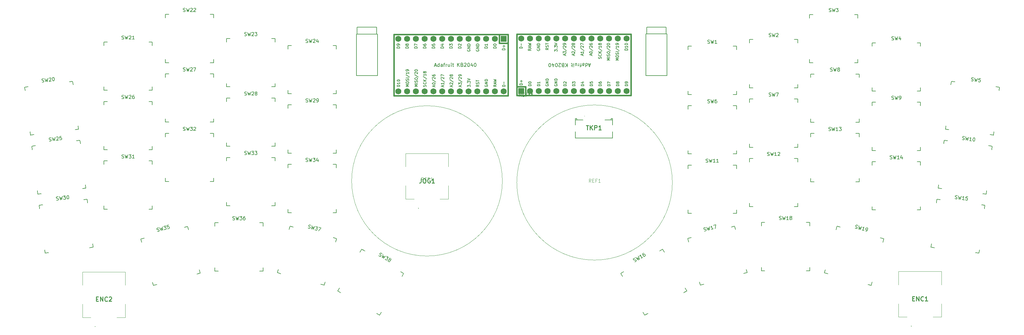
<source format=gto>
G04 #@! TF.GenerationSoftware,KiCad,Pcbnew,9.0.4*
G04 #@! TF.CreationDate,2025-09-15T12:20:14-04:00*
G04 #@! TF.ProjectId,zen,7a656e2e-6b69-4636-9164-5f7063625858,rev?*
G04 #@! TF.SameCoordinates,Original*
G04 #@! TF.FileFunction,Legend,Top*
G04 #@! TF.FilePolarity,Positive*
%FSLAX46Y46*%
G04 Gerber Fmt 4.6, Leading zero omitted, Abs format (unit mm)*
G04 Created by KiCad (PCBNEW 9.0.4) date 2025-09-15 12:20:14*
%MOMM*%
%LPD*%
G01*
G04 APERTURE LIST*
%ADD10C,0.150000*%
%ADD11C,0.254000*%
%ADD12C,0.100000*%
%ADD13C,0.381000*%
%ADD14C,0.200000*%
%ADD15C,1.752600*%
%ADD16R,1.752600X1.752600*%
G04 APERTURE END LIST*
D10*
X116420974Y-161437946D02*
X116571288Y-161446968D01*
X116571288Y-161446968D02*
X116801270Y-161385344D01*
X116801270Y-161385344D02*
X116880939Y-161314699D01*
X116880939Y-161314699D02*
X116914610Y-161256377D01*
X116914610Y-161256377D02*
X116935957Y-161152060D01*
X116935957Y-161152060D02*
X116911308Y-161060067D01*
X116911308Y-161060067D02*
X116840662Y-160980399D01*
X116840662Y-160980399D02*
X116782341Y-160946727D01*
X116782341Y-160946727D02*
X116678023Y-160925380D01*
X116678023Y-160925380D02*
X116481713Y-160928682D01*
X116481713Y-160928682D02*
X116377395Y-160907335D01*
X116377395Y-160907335D02*
X116319074Y-160873663D01*
X116319074Y-160873663D02*
X116248428Y-160793995D01*
X116248428Y-160793995D02*
X116223778Y-160702002D01*
X116223778Y-160702002D02*
X116245125Y-160597685D01*
X116245125Y-160597685D02*
X116278797Y-160539363D01*
X116278797Y-160539363D02*
X116358465Y-160468717D01*
X116358465Y-160468717D02*
X116588448Y-160407094D01*
X116588448Y-160407094D02*
X116738762Y-160416116D01*
X117048412Y-160283847D02*
X117537214Y-161188149D01*
X117537214Y-161188149D02*
X117536329Y-160448903D01*
X117536329Y-160448903D02*
X117905186Y-161089551D01*
X117905186Y-161089551D02*
X117876349Y-160062002D01*
X118152328Y-159988054D02*
X118750282Y-159827832D01*
X118750282Y-159827832D02*
X118526904Y-160282077D01*
X118526904Y-160282077D02*
X118664893Y-160245103D01*
X118664893Y-160245103D02*
X118769211Y-160266450D01*
X118769211Y-160266450D02*
X118827532Y-160300122D01*
X118827532Y-160300122D02*
X118898178Y-160379790D01*
X118898178Y-160379790D02*
X118959802Y-160609772D01*
X118959802Y-160609772D02*
X118938455Y-160714090D01*
X118938455Y-160714090D02*
X118904783Y-160772411D01*
X118904783Y-160772411D02*
X118825115Y-160843057D01*
X118825115Y-160843057D02*
X118549136Y-160917005D01*
X118549136Y-160917005D02*
X118444818Y-160895658D01*
X118444818Y-160895658D02*
X118386497Y-160861986D01*
X119624215Y-159593663D02*
X119164250Y-159716910D01*
X119164250Y-159716910D02*
X119241501Y-160189199D01*
X119241501Y-160189199D02*
X119275172Y-160130878D01*
X119275172Y-160130878D02*
X119354841Y-160060232D01*
X119354841Y-160060232D02*
X119584823Y-159998609D01*
X119584823Y-159998609D02*
X119689141Y-160019956D01*
X119689141Y-160019956D02*
X119747462Y-160053627D01*
X119747462Y-160053627D02*
X119818108Y-160133296D01*
X119818108Y-160133296D02*
X119879731Y-160363278D01*
X119879731Y-160363278D02*
X119858384Y-160467596D01*
X119858384Y-160467596D02*
X119824712Y-160525917D01*
X119824712Y-160525917D02*
X119745044Y-160596563D01*
X119745044Y-160596563D02*
X119515062Y-160658186D01*
X119515062Y-160658186D02*
X119410744Y-160636839D01*
X119410744Y-160636839D02*
X119352423Y-160603167D01*
X138190476Y-158052200D02*
X138333333Y-158099819D01*
X138333333Y-158099819D02*
X138571428Y-158099819D01*
X138571428Y-158099819D02*
X138666666Y-158052200D01*
X138666666Y-158052200D02*
X138714285Y-158004580D01*
X138714285Y-158004580D02*
X138761904Y-157909342D01*
X138761904Y-157909342D02*
X138761904Y-157814104D01*
X138761904Y-157814104D02*
X138714285Y-157718866D01*
X138714285Y-157718866D02*
X138666666Y-157671247D01*
X138666666Y-157671247D02*
X138571428Y-157623628D01*
X138571428Y-157623628D02*
X138380952Y-157576009D01*
X138380952Y-157576009D02*
X138285714Y-157528390D01*
X138285714Y-157528390D02*
X138238095Y-157480771D01*
X138238095Y-157480771D02*
X138190476Y-157385533D01*
X138190476Y-157385533D02*
X138190476Y-157290295D01*
X138190476Y-157290295D02*
X138238095Y-157195057D01*
X138238095Y-157195057D02*
X138285714Y-157147438D01*
X138285714Y-157147438D02*
X138380952Y-157099819D01*
X138380952Y-157099819D02*
X138619047Y-157099819D01*
X138619047Y-157099819D02*
X138761904Y-157147438D01*
X139095238Y-157099819D02*
X139333333Y-158099819D01*
X139333333Y-158099819D02*
X139523809Y-157385533D01*
X139523809Y-157385533D02*
X139714285Y-158099819D01*
X139714285Y-158099819D02*
X139952381Y-157099819D01*
X140238095Y-157099819D02*
X140857142Y-157099819D01*
X140857142Y-157099819D02*
X140523809Y-157480771D01*
X140523809Y-157480771D02*
X140666666Y-157480771D01*
X140666666Y-157480771D02*
X140761904Y-157528390D01*
X140761904Y-157528390D02*
X140809523Y-157576009D01*
X140809523Y-157576009D02*
X140857142Y-157671247D01*
X140857142Y-157671247D02*
X140857142Y-157909342D01*
X140857142Y-157909342D02*
X140809523Y-158004580D01*
X140809523Y-158004580D02*
X140761904Y-158052200D01*
X140761904Y-158052200D02*
X140666666Y-158099819D01*
X140666666Y-158099819D02*
X140380952Y-158099819D01*
X140380952Y-158099819D02*
X140285714Y-158052200D01*
X140285714Y-158052200D02*
X140238095Y-158004580D01*
X141714285Y-157099819D02*
X141523809Y-157099819D01*
X141523809Y-157099819D02*
X141428571Y-157147438D01*
X141428571Y-157147438D02*
X141380952Y-157195057D01*
X141380952Y-157195057D02*
X141285714Y-157337914D01*
X141285714Y-157337914D02*
X141238095Y-157528390D01*
X141238095Y-157528390D02*
X141238095Y-157909342D01*
X141238095Y-157909342D02*
X141285714Y-158004580D01*
X141285714Y-158004580D02*
X141333333Y-158052200D01*
X141333333Y-158052200D02*
X141428571Y-158099819D01*
X141428571Y-158099819D02*
X141619047Y-158099819D01*
X141619047Y-158099819D02*
X141714285Y-158052200D01*
X141714285Y-158052200D02*
X141761904Y-158004580D01*
X141761904Y-158004580D02*
X141809523Y-157909342D01*
X141809523Y-157909342D02*
X141809523Y-157671247D01*
X141809523Y-157671247D02*
X141761904Y-157576009D01*
X141761904Y-157576009D02*
X141714285Y-157528390D01*
X141714285Y-157528390D02*
X141619047Y-157480771D01*
X141619047Y-157480771D02*
X141428571Y-157480771D01*
X141428571Y-157480771D02*
X141333333Y-157528390D01*
X141333333Y-157528390D02*
X141285714Y-157576009D01*
X141285714Y-157576009D02*
X141238095Y-157671247D01*
X180456806Y-168448843D02*
X180556714Y-168561511D01*
X180556714Y-168561511D02*
X180762911Y-168680559D01*
X180762911Y-168680559D02*
X180869199Y-168686938D01*
X180869199Y-168686938D02*
X180934248Y-168669509D01*
X180934248Y-168669509D02*
X181023106Y-168610840D01*
X181023106Y-168610840D02*
X181070725Y-168528361D01*
X181070725Y-168528361D02*
X181077105Y-168422073D01*
X181077105Y-168422073D02*
X181059675Y-168357024D01*
X181059675Y-168357024D02*
X181001006Y-168268166D01*
X181001006Y-168268166D02*
X180859858Y-168131688D01*
X180859858Y-168131688D02*
X180801189Y-168042830D01*
X180801189Y-168042830D02*
X180783760Y-167977781D01*
X180783760Y-167977781D02*
X180790139Y-167871493D01*
X180790139Y-167871493D02*
X180837758Y-167789014D01*
X180837758Y-167789014D02*
X180926617Y-167730345D01*
X180926617Y-167730345D02*
X180991665Y-167712915D01*
X180991665Y-167712915D02*
X181097954Y-167719295D01*
X181097954Y-167719295D02*
X181304150Y-167838343D01*
X181304150Y-167838343D02*
X181404059Y-167951011D01*
X181716543Y-168076438D02*
X181422740Y-169061511D01*
X181422740Y-169061511D02*
X181944840Y-168538160D01*
X181944840Y-168538160D02*
X181752654Y-169251987D01*
X181752654Y-169251987D02*
X182458851Y-168505009D01*
X182706286Y-168647867D02*
X183242397Y-168957390D01*
X183242397Y-168957390D02*
X182763246Y-169120638D01*
X182763246Y-169120638D02*
X182886964Y-169192067D01*
X182886964Y-169192067D02*
X182945633Y-169280925D01*
X182945633Y-169280925D02*
X182963063Y-169345974D01*
X182963063Y-169345974D02*
X182956683Y-169452262D01*
X182956683Y-169452262D02*
X182837635Y-169658459D01*
X182837635Y-169658459D02*
X182748777Y-169717128D01*
X182748777Y-169717128D02*
X182683728Y-169734557D01*
X182683728Y-169734557D02*
X182577440Y-169728178D01*
X182577440Y-169728178D02*
X182330004Y-169585320D01*
X182330004Y-169585320D02*
X182271335Y-169496462D01*
X182271335Y-169496462D02*
X182253905Y-169431413D01*
X183522983Y-169614258D02*
X183464314Y-169525400D01*
X183464314Y-169525400D02*
X183446885Y-169460351D01*
X183446885Y-169460351D02*
X183453264Y-169354063D01*
X183453264Y-169354063D02*
X183477074Y-169312824D01*
X183477074Y-169312824D02*
X183565932Y-169254155D01*
X183565932Y-169254155D02*
X183630981Y-169236725D01*
X183630981Y-169236725D02*
X183737269Y-169243105D01*
X183737269Y-169243105D02*
X183902226Y-169338343D01*
X183902226Y-169338343D02*
X183960895Y-169427201D01*
X183960895Y-169427201D02*
X183978325Y-169492250D01*
X183978325Y-169492250D02*
X183971945Y-169598538D01*
X183971945Y-169598538D02*
X183948136Y-169639777D01*
X183948136Y-169639777D02*
X183859278Y-169698446D01*
X183859278Y-169698446D02*
X183794229Y-169715876D01*
X183794229Y-169715876D02*
X183687941Y-169709496D01*
X183687941Y-169709496D02*
X183522983Y-169614258D01*
X183522983Y-169614258D02*
X183416695Y-169607879D01*
X183416695Y-169607879D02*
X183351646Y-169625308D01*
X183351646Y-169625308D02*
X183262788Y-169683978D01*
X183262788Y-169683978D02*
X183167550Y-169848935D01*
X183167550Y-169848935D02*
X183161170Y-169955223D01*
X183161170Y-169955223D02*
X183178600Y-170020272D01*
X183178600Y-170020272D02*
X183237269Y-170109130D01*
X183237269Y-170109130D02*
X183402226Y-170204368D01*
X183402226Y-170204368D02*
X183508514Y-170210748D01*
X183508514Y-170210748D02*
X183573563Y-170193318D01*
X183573563Y-170193318D02*
X183662422Y-170134649D01*
X183662422Y-170134649D02*
X183757660Y-169969692D01*
X183757660Y-169969692D02*
X183764039Y-169863404D01*
X183764039Y-169863404D02*
X183746610Y-169798355D01*
X183746610Y-169798355D02*
X183687941Y-169709496D01*
X159983294Y-160401267D02*
X160108958Y-160484238D01*
X160108958Y-160484238D02*
X160338941Y-160545861D01*
X160338941Y-160545861D02*
X160443258Y-160524514D01*
X160443258Y-160524514D02*
X160501579Y-160490843D01*
X160501579Y-160490843D02*
X160572225Y-160411174D01*
X160572225Y-160411174D02*
X160596875Y-160319182D01*
X160596875Y-160319182D02*
X160575528Y-160214864D01*
X160575528Y-160214864D02*
X160541856Y-160156543D01*
X160541856Y-160156543D02*
X160462188Y-160085897D01*
X160462188Y-160085897D02*
X160290527Y-159990601D01*
X160290527Y-159990601D02*
X160210858Y-159919956D01*
X160210858Y-159919956D02*
X160177187Y-159861634D01*
X160177187Y-159861634D02*
X160155840Y-159757317D01*
X160155840Y-159757317D02*
X160180489Y-159665324D01*
X160180489Y-159665324D02*
X160251135Y-159585656D01*
X160251135Y-159585656D02*
X160309456Y-159551984D01*
X160309456Y-159551984D02*
X160413774Y-159530637D01*
X160413774Y-159530637D02*
X160643756Y-159592260D01*
X160643756Y-159592260D02*
X160769421Y-159675231D01*
X161103721Y-159715508D02*
X161074884Y-160743057D01*
X161074884Y-160743057D02*
X161443741Y-160102409D01*
X161443741Y-160102409D02*
X161442856Y-160841655D01*
X161442856Y-160841655D02*
X161931657Y-159937352D01*
X162207636Y-160011301D02*
X162805590Y-160171522D01*
X162805590Y-160171522D02*
X162385017Y-160453221D01*
X162385017Y-160453221D02*
X162523006Y-160490195D01*
X162523006Y-160490195D02*
X162602675Y-160560841D01*
X162602675Y-160560841D02*
X162636346Y-160619162D01*
X162636346Y-160619162D02*
X162657693Y-160723480D01*
X162657693Y-160723480D02*
X162596070Y-160953462D01*
X162596070Y-160953462D02*
X162525424Y-161033130D01*
X162525424Y-161033130D02*
X162467103Y-161066802D01*
X162467103Y-161066802D02*
X162362785Y-161088149D01*
X162362785Y-161088149D02*
X162086806Y-161014201D01*
X162086806Y-161014201D02*
X162007138Y-160943555D01*
X162007138Y-160943555D02*
X161973466Y-160885234D01*
X163127565Y-160257795D02*
X163771516Y-160430341D01*
X163771516Y-160430341D02*
X163098729Y-161285344D01*
X254489006Y-170248367D02*
X254636533Y-170218178D01*
X254636533Y-170218178D02*
X254842730Y-170099130D01*
X254842730Y-170099130D02*
X254901399Y-170010272D01*
X254901399Y-170010272D02*
X254918829Y-169945223D01*
X254918829Y-169945223D02*
X254912449Y-169838935D01*
X254912449Y-169838935D02*
X254864830Y-169756456D01*
X254864830Y-169756456D02*
X254775972Y-169697787D01*
X254775972Y-169697787D02*
X254710923Y-169680357D01*
X254710923Y-169680357D02*
X254604635Y-169686737D01*
X254604635Y-169686737D02*
X254415868Y-169740736D01*
X254415868Y-169740736D02*
X254309580Y-169747116D01*
X254309580Y-169747116D02*
X254244531Y-169729686D01*
X254244531Y-169729686D02*
X254155673Y-169671017D01*
X254155673Y-169671017D02*
X254108054Y-169588538D01*
X254108054Y-169588538D02*
X254101674Y-169482250D01*
X254101674Y-169482250D02*
X254119104Y-169417201D01*
X254119104Y-169417201D02*
X254177773Y-169328343D01*
X254177773Y-169328343D02*
X254383969Y-169209295D01*
X254383969Y-169209295D02*
X254531497Y-169179106D01*
X254796362Y-168971200D02*
X255502559Y-169718178D01*
X255502559Y-169718178D02*
X255310373Y-169004350D01*
X255310373Y-169004350D02*
X255832473Y-169527701D01*
X255832473Y-169527701D02*
X255538670Y-168542628D01*
X256822216Y-168956273D02*
X256327345Y-169241987D01*
X256574781Y-169099130D02*
X256074781Y-168233105D01*
X256074781Y-168233105D02*
X256063731Y-168404442D01*
X256063731Y-168404442D02*
X256028871Y-168534539D01*
X256028871Y-168534539D02*
X255970202Y-168623398D01*
X257064524Y-167661676D02*
X256899567Y-167756914D01*
X256899567Y-167756914D02*
X256840898Y-167845773D01*
X256840898Y-167845773D02*
X256823468Y-167910821D01*
X256823468Y-167910821D02*
X256812418Y-168082158D01*
X256812418Y-168082158D02*
X256866417Y-168270925D01*
X256866417Y-168270925D02*
X257056893Y-168600840D01*
X257056893Y-168600840D02*
X257145751Y-168659509D01*
X257145751Y-168659509D02*
X257210800Y-168676938D01*
X257210800Y-168676938D02*
X257317088Y-168670559D01*
X257317088Y-168670559D02*
X257482045Y-168575321D01*
X257482045Y-168575321D02*
X257540714Y-168486462D01*
X257540714Y-168486462D02*
X257558144Y-168421413D01*
X257558144Y-168421413D02*
X257551764Y-168315125D01*
X257551764Y-168315125D02*
X257432717Y-168108929D01*
X257432717Y-168108929D02*
X257343859Y-168050260D01*
X257343859Y-168050260D02*
X257278810Y-168032830D01*
X257278810Y-168032830D02*
X257172522Y-168039210D01*
X257172522Y-168039210D02*
X257007564Y-168134448D01*
X257007564Y-168134448D02*
X256948895Y-168223306D01*
X256948895Y-168223306D02*
X256931465Y-168288355D01*
X256931465Y-168288355D02*
X256937845Y-168394643D01*
X274650974Y-161327946D02*
X274801288Y-161336968D01*
X274801288Y-161336968D02*
X275031270Y-161275344D01*
X275031270Y-161275344D02*
X275110939Y-161204699D01*
X275110939Y-161204699D02*
X275144610Y-161146377D01*
X275144610Y-161146377D02*
X275165957Y-161042060D01*
X275165957Y-161042060D02*
X275141308Y-160950067D01*
X275141308Y-160950067D02*
X275070662Y-160870399D01*
X275070662Y-160870399D02*
X275012341Y-160836727D01*
X275012341Y-160836727D02*
X274908023Y-160815380D01*
X274908023Y-160815380D02*
X274711713Y-160818682D01*
X274711713Y-160818682D02*
X274607395Y-160797335D01*
X274607395Y-160797335D02*
X274549074Y-160763663D01*
X274549074Y-160763663D02*
X274478428Y-160683995D01*
X274478428Y-160683995D02*
X274453778Y-160592002D01*
X274453778Y-160592002D02*
X274475125Y-160487685D01*
X274475125Y-160487685D02*
X274508797Y-160429363D01*
X274508797Y-160429363D02*
X274588465Y-160358717D01*
X274588465Y-160358717D02*
X274818448Y-160297094D01*
X274818448Y-160297094D02*
X274968762Y-160306116D01*
X275278412Y-160173847D02*
X275767214Y-161078149D01*
X275767214Y-161078149D02*
X275766329Y-160338903D01*
X275766329Y-160338903D02*
X276135186Y-160979551D01*
X276135186Y-160979551D02*
X276106349Y-159952002D01*
X277239101Y-160683758D02*
X276687143Y-160831655D01*
X276963122Y-160757706D02*
X276704303Y-159791781D01*
X276704303Y-159791781D02*
X276649284Y-159954419D01*
X276649284Y-159954419D02*
X276581941Y-160071062D01*
X276581941Y-160071062D02*
X276502272Y-160141708D01*
X277302257Y-159631559D02*
X277946207Y-159459013D01*
X277946207Y-159459013D02*
X277791058Y-160535861D01*
X83043066Y-118096538D02*
X83190661Y-118126392D01*
X83190661Y-118126392D02*
X83426982Y-118097375D01*
X83426982Y-118097375D02*
X83515707Y-118038505D01*
X83515707Y-118038505D02*
X83557168Y-117985437D01*
X83557168Y-117985437D02*
X83592825Y-117885106D01*
X83592825Y-117885106D02*
X83581219Y-117790578D01*
X83581219Y-117790578D02*
X83522348Y-117701853D01*
X83522348Y-117701853D02*
X83469280Y-117660392D01*
X83469280Y-117660392D02*
X83368949Y-117624734D01*
X83368949Y-117624734D02*
X83174089Y-117600684D01*
X83174089Y-117600684D02*
X83073758Y-117565026D01*
X83073758Y-117565026D02*
X83020690Y-117523565D01*
X83020690Y-117523565D02*
X82961820Y-117434840D01*
X82961820Y-117434840D02*
X82950213Y-117340312D01*
X82950213Y-117340312D02*
X82985870Y-117239981D01*
X82985870Y-117239981D02*
X83027331Y-117186913D01*
X83027331Y-117186913D02*
X83116056Y-117128043D01*
X83116056Y-117128043D02*
X83352377Y-117099026D01*
X83352377Y-117099026D02*
X83499972Y-117128880D01*
X83825018Y-117040993D02*
X84183208Y-118004523D01*
X84183208Y-118004523D02*
X84285214Y-117272348D01*
X84285214Y-117272348D02*
X84561320Y-117958096D01*
X84561320Y-117958096D02*
X84675772Y-116936534D01*
X85018227Y-116990439D02*
X85059688Y-116937371D01*
X85059688Y-116937371D02*
X85148412Y-116878501D01*
X85148412Y-116878501D02*
X85384733Y-116849484D01*
X85384733Y-116849484D02*
X85485065Y-116885142D01*
X85485065Y-116885142D02*
X85538132Y-116926602D01*
X85538132Y-116926602D02*
X85597003Y-117015327D01*
X85597003Y-117015327D02*
X85608609Y-117109855D01*
X85608609Y-117109855D02*
X85578755Y-117257451D01*
X85578755Y-117257451D02*
X85081225Y-117894260D01*
X85081225Y-117894260D02*
X85695659Y-117818817D01*
X86188223Y-116750828D02*
X86282751Y-116739221D01*
X86282751Y-116739221D02*
X86383082Y-116774879D01*
X86383082Y-116774879D02*
X86436150Y-116816340D01*
X86436150Y-116816340D02*
X86495021Y-116905064D01*
X86495021Y-116905064D02*
X86565498Y-117088318D01*
X86565498Y-117088318D02*
X86594514Y-117324638D01*
X86594514Y-117324638D02*
X86570464Y-117519498D01*
X86570464Y-117519498D02*
X86534806Y-117619829D01*
X86534806Y-117619829D02*
X86493345Y-117672897D01*
X86493345Y-117672897D02*
X86404620Y-117731767D01*
X86404620Y-117731767D02*
X86310092Y-117743374D01*
X86310092Y-117743374D02*
X86209761Y-117707717D01*
X86209761Y-117707717D02*
X86156693Y-117666256D01*
X86156693Y-117666256D02*
X86097823Y-117577531D01*
X86097823Y-117577531D02*
X86027345Y-117394278D01*
X86027345Y-117394278D02*
X85998329Y-117157957D01*
X85998329Y-117157957D02*
X86022380Y-116963098D01*
X86022380Y-116963098D02*
X86058037Y-116862766D01*
X86058037Y-116862766D02*
X86099498Y-116809699D01*
X86099498Y-116809699D02*
X86188223Y-116750828D01*
X85145312Y-135217959D02*
X85292907Y-135247813D01*
X85292907Y-135247813D02*
X85529228Y-135218796D01*
X85529228Y-135218796D02*
X85617953Y-135159926D01*
X85617953Y-135159926D02*
X85659414Y-135106858D01*
X85659414Y-135106858D02*
X85695071Y-135006527D01*
X85695071Y-135006527D02*
X85683465Y-134911999D01*
X85683465Y-134911999D02*
X85624594Y-134823274D01*
X85624594Y-134823274D02*
X85571526Y-134781813D01*
X85571526Y-134781813D02*
X85471195Y-134746155D01*
X85471195Y-134746155D02*
X85276335Y-134722105D01*
X85276335Y-134722105D02*
X85176004Y-134686447D01*
X85176004Y-134686447D02*
X85122936Y-134644986D01*
X85122936Y-134644986D02*
X85064066Y-134556261D01*
X85064066Y-134556261D02*
X85052459Y-134461733D01*
X85052459Y-134461733D02*
X85088116Y-134361402D01*
X85088116Y-134361402D02*
X85129577Y-134308334D01*
X85129577Y-134308334D02*
X85218302Y-134249464D01*
X85218302Y-134249464D02*
X85454623Y-134220447D01*
X85454623Y-134220447D02*
X85602218Y-134250301D01*
X85927264Y-134162414D02*
X86285454Y-135125944D01*
X86285454Y-135125944D02*
X86387460Y-134393769D01*
X86387460Y-134393769D02*
X86663566Y-135079517D01*
X86663566Y-135079517D02*
X86778018Y-134057955D01*
X87120473Y-134111860D02*
X87161934Y-134058792D01*
X87161934Y-134058792D02*
X87250658Y-133999922D01*
X87250658Y-133999922D02*
X87486979Y-133970905D01*
X87486979Y-133970905D02*
X87587311Y-134006563D01*
X87587311Y-134006563D02*
X87640378Y-134048023D01*
X87640378Y-134048023D02*
X87699249Y-134136748D01*
X87699249Y-134136748D02*
X87710855Y-134231276D01*
X87710855Y-134231276D02*
X87681001Y-134378872D01*
X87681001Y-134378872D02*
X87183471Y-135015681D01*
X87183471Y-135015681D02*
X87797905Y-134940238D01*
X88574053Y-133837429D02*
X88101412Y-133895462D01*
X88101412Y-133895462D02*
X88112181Y-134373906D01*
X88112181Y-134373906D02*
X88153642Y-134320839D01*
X88153642Y-134320839D02*
X88242367Y-134261968D01*
X88242367Y-134261968D02*
X88478688Y-134232952D01*
X88478688Y-134232952D02*
X88579019Y-134268609D01*
X88579019Y-134268609D02*
X88632086Y-134310070D01*
X88632086Y-134310070D02*
X88690957Y-134398795D01*
X88690957Y-134398795D02*
X88719974Y-134635116D01*
X88719974Y-134635116D02*
X88684316Y-134735447D01*
X88684316Y-134735447D02*
X88642855Y-134788514D01*
X88642855Y-134788514D02*
X88554130Y-134847385D01*
X88554130Y-134847385D02*
X88317810Y-134876402D01*
X88317810Y-134876402D02*
X88217478Y-134840744D01*
X88217478Y-134840744D02*
X88164411Y-134799283D01*
X87247558Y-152339380D02*
X87395153Y-152369234D01*
X87395153Y-152369234D02*
X87631474Y-152340217D01*
X87631474Y-152340217D02*
X87720199Y-152281347D01*
X87720199Y-152281347D02*
X87761660Y-152228279D01*
X87761660Y-152228279D02*
X87797317Y-152127948D01*
X87797317Y-152127948D02*
X87785711Y-152033420D01*
X87785711Y-152033420D02*
X87726840Y-151944695D01*
X87726840Y-151944695D02*
X87673772Y-151903234D01*
X87673772Y-151903234D02*
X87573441Y-151867576D01*
X87573441Y-151867576D02*
X87378581Y-151843526D01*
X87378581Y-151843526D02*
X87278250Y-151807868D01*
X87278250Y-151807868D02*
X87225182Y-151766407D01*
X87225182Y-151766407D02*
X87166312Y-151677682D01*
X87166312Y-151677682D02*
X87154705Y-151583154D01*
X87154705Y-151583154D02*
X87190362Y-151482823D01*
X87190362Y-151482823D02*
X87231823Y-151429755D01*
X87231823Y-151429755D02*
X87320548Y-151370885D01*
X87320548Y-151370885D02*
X87556869Y-151341868D01*
X87556869Y-151341868D02*
X87704464Y-151371722D01*
X88029510Y-151283835D02*
X88387700Y-152247365D01*
X88387700Y-152247365D02*
X88489706Y-151515190D01*
X88489706Y-151515190D02*
X88765812Y-152200938D01*
X88765812Y-152200938D02*
X88880264Y-151179376D01*
X89163848Y-151144556D02*
X89778281Y-151069113D01*
X89778281Y-151069113D02*
X89493859Y-151487849D01*
X89493859Y-151487849D02*
X89635651Y-151470439D01*
X89635651Y-151470439D02*
X89735983Y-151506096D01*
X89735983Y-151506096D02*
X89789050Y-151547557D01*
X89789050Y-151547557D02*
X89847921Y-151636282D01*
X89847921Y-151636282D02*
X89876938Y-151872603D01*
X89876938Y-151872603D02*
X89841280Y-151972934D01*
X89841280Y-151972934D02*
X89799819Y-152026001D01*
X89799819Y-152026001D02*
X89711094Y-152084872D01*
X89711094Y-152084872D02*
X89427510Y-152119692D01*
X89427510Y-152119692D02*
X89327178Y-152084034D01*
X89327178Y-152084034D02*
X89274111Y-152042574D01*
X90392715Y-150993670D02*
X90487243Y-150982063D01*
X90487243Y-150982063D02*
X90587574Y-151017721D01*
X90587574Y-151017721D02*
X90640642Y-151059182D01*
X90640642Y-151059182D02*
X90699513Y-151147906D01*
X90699513Y-151147906D02*
X90769990Y-151331160D01*
X90769990Y-151331160D02*
X90799006Y-151567480D01*
X90799006Y-151567480D02*
X90774956Y-151762340D01*
X90774956Y-151762340D02*
X90739298Y-151862671D01*
X90739298Y-151862671D02*
X90697837Y-151915739D01*
X90697837Y-151915739D02*
X90609112Y-151974609D01*
X90609112Y-151974609D02*
X90514584Y-151986216D01*
X90514584Y-151986216D02*
X90414253Y-151950559D01*
X90414253Y-151950559D02*
X90361185Y-151909098D01*
X90361185Y-151909098D02*
X90302315Y-151820373D01*
X90302315Y-151820373D02*
X90231837Y-151637120D01*
X90231837Y-151637120D02*
X90202821Y-151400799D01*
X90202821Y-151400799D02*
X90226872Y-151205940D01*
X90226872Y-151205940D02*
X90262529Y-151105608D01*
X90262529Y-151105608D02*
X90303990Y-151052541D01*
X90303990Y-151052541D02*
X90392715Y-150993670D01*
X318246436Y-160451267D02*
X318372100Y-160534238D01*
X318372100Y-160534238D02*
X318602083Y-160595861D01*
X318602083Y-160595861D02*
X318706400Y-160574514D01*
X318706400Y-160574514D02*
X318764721Y-160540843D01*
X318764721Y-160540843D02*
X318835367Y-160461174D01*
X318835367Y-160461174D02*
X318860017Y-160369182D01*
X318860017Y-160369182D02*
X318838670Y-160264864D01*
X318838670Y-160264864D02*
X318804998Y-160206543D01*
X318804998Y-160206543D02*
X318725330Y-160135897D01*
X318725330Y-160135897D02*
X318553669Y-160040601D01*
X318553669Y-160040601D02*
X318474000Y-159969956D01*
X318474000Y-159969956D02*
X318440329Y-159911634D01*
X318440329Y-159911634D02*
X318418982Y-159807317D01*
X318418982Y-159807317D02*
X318443631Y-159715324D01*
X318443631Y-159715324D02*
X318514277Y-159635656D01*
X318514277Y-159635656D02*
X318572598Y-159601984D01*
X318572598Y-159601984D02*
X318676916Y-159580637D01*
X318676916Y-159580637D02*
X318906898Y-159642260D01*
X318906898Y-159642260D02*
X319032563Y-159725231D01*
X319366863Y-159765508D02*
X319338026Y-160793057D01*
X319338026Y-160793057D02*
X319706883Y-160152409D01*
X319706883Y-160152409D02*
X319705998Y-160891655D01*
X319705998Y-160891655D02*
X320194799Y-159987352D01*
X320809913Y-161187448D02*
X320257955Y-161039551D01*
X320533934Y-161113500D02*
X320792753Y-160147574D01*
X320792753Y-160147574D02*
X320663786Y-160260914D01*
X320663786Y-160260914D02*
X320547144Y-160328257D01*
X320547144Y-160328257D02*
X320442826Y-160349604D01*
X321269878Y-161310695D02*
X321453864Y-161359994D01*
X321453864Y-161359994D02*
X321558181Y-161338647D01*
X321558181Y-161338647D02*
X321616502Y-161304975D01*
X321616502Y-161304975D02*
X321745470Y-161191635D01*
X321745470Y-161191635D02*
X321840765Y-161019974D01*
X321840765Y-161019974D02*
X321939363Y-160652002D01*
X321939363Y-160652002D02*
X321918016Y-160547685D01*
X321918016Y-160547685D02*
X321884344Y-160489363D01*
X321884344Y-160489363D02*
X321804676Y-160418717D01*
X321804676Y-160418717D02*
X321620690Y-160369419D01*
X321620690Y-160369419D02*
X321516372Y-160390766D01*
X321516372Y-160390766D02*
X321458051Y-160424437D01*
X321458051Y-160424437D02*
X321387405Y-160504106D01*
X321387405Y-160504106D02*
X321325781Y-160734088D01*
X321325781Y-160734088D02*
X321347128Y-160838406D01*
X321347128Y-160838406D02*
X321380800Y-160896727D01*
X321380800Y-160896727D02*
X321460468Y-160967373D01*
X321460468Y-160967373D02*
X321644454Y-161016672D01*
X321644454Y-161016672D02*
X321748772Y-160995325D01*
X321748772Y-160995325D02*
X321807093Y-160961653D01*
X321807093Y-160961653D02*
X321877739Y-160881985D01*
X351836378Y-117712801D02*
X351972367Y-117777475D01*
X351972367Y-117777475D02*
X352208687Y-117806491D01*
X352208687Y-117806491D02*
X352309019Y-117770834D01*
X352309019Y-117770834D02*
X352362086Y-117729373D01*
X352362086Y-117729373D02*
X352420957Y-117640648D01*
X352420957Y-117640648D02*
X352432564Y-117546120D01*
X352432564Y-117546120D02*
X352396906Y-117445789D01*
X352396906Y-117445789D02*
X352355445Y-117392721D01*
X352355445Y-117392721D02*
X352266720Y-117333850D01*
X352266720Y-117333850D02*
X352083467Y-117263373D01*
X352083467Y-117263373D02*
X351994742Y-117204502D01*
X351994742Y-117204502D02*
X351953282Y-117151435D01*
X351953282Y-117151435D02*
X351917624Y-117051103D01*
X351917624Y-117051103D02*
X351929231Y-116956575D01*
X351929231Y-116956575D02*
X351988101Y-116867850D01*
X351988101Y-116867850D02*
X352041169Y-116826390D01*
X352041169Y-116826390D02*
X352141500Y-116790732D01*
X352141500Y-116790732D02*
X352377821Y-116819749D01*
X352377821Y-116819749D02*
X352513810Y-116884423D01*
X352850462Y-116877782D02*
X352964913Y-117899344D01*
X352964913Y-117899344D02*
X353241019Y-117213596D01*
X353241019Y-117213596D02*
X353343026Y-117945771D01*
X353343026Y-117945771D02*
X353701216Y-116982241D01*
X354551970Y-117086700D02*
X354079329Y-117028667D01*
X354079329Y-117028667D02*
X353974031Y-117495505D01*
X353974031Y-117495505D02*
X354027099Y-117454044D01*
X354027099Y-117454044D02*
X354127430Y-117418387D01*
X354127430Y-117418387D02*
X354363751Y-117447403D01*
X354363751Y-117447403D02*
X354452476Y-117506274D01*
X354452476Y-117506274D02*
X354493937Y-117559341D01*
X354493937Y-117559341D02*
X354529594Y-117659673D01*
X354529594Y-117659673D02*
X354500578Y-117895993D01*
X354500578Y-117895993D02*
X354441707Y-117984718D01*
X354441707Y-117984718D02*
X354388639Y-118026179D01*
X354388639Y-118026179D02*
X354288308Y-118061837D01*
X354288308Y-118061837D02*
X354051987Y-118032820D01*
X354051987Y-118032820D02*
X353963262Y-117973949D01*
X353963262Y-117973949D02*
X353921802Y-117920882D01*
X349261490Y-134776189D02*
X349397479Y-134840863D01*
X349397479Y-134840863D02*
X349633800Y-134869879D01*
X349633800Y-134869879D02*
X349734131Y-134834222D01*
X349734131Y-134834222D02*
X349787199Y-134792761D01*
X349787199Y-134792761D02*
X349846070Y-134704036D01*
X349846070Y-134704036D02*
X349857676Y-134609508D01*
X349857676Y-134609508D02*
X349822019Y-134509176D01*
X349822019Y-134509176D02*
X349780558Y-134456109D01*
X349780558Y-134456109D02*
X349691833Y-134397238D01*
X349691833Y-134397238D02*
X349508580Y-134326761D01*
X349508580Y-134326761D02*
X349419855Y-134267890D01*
X349419855Y-134267890D02*
X349378394Y-134214823D01*
X349378394Y-134214823D02*
X349342737Y-134114491D01*
X349342737Y-134114491D02*
X349354343Y-134019963D01*
X349354343Y-134019963D02*
X349413214Y-133931238D01*
X349413214Y-133931238D02*
X349466281Y-133889777D01*
X349466281Y-133889777D02*
X349566613Y-133854120D01*
X349566613Y-133854120D02*
X349802933Y-133883136D01*
X349802933Y-133883136D02*
X349938922Y-133947810D01*
X350275574Y-133941170D02*
X350390026Y-134962732D01*
X350390026Y-134962732D02*
X350666132Y-134276984D01*
X350666132Y-134276984D02*
X350768138Y-135009159D01*
X350768138Y-135009159D02*
X351126328Y-134045629D01*
X351902477Y-135148438D02*
X351335308Y-135078798D01*
X351618892Y-135113618D02*
X351740761Y-134121072D01*
X351740761Y-134121072D02*
X351628823Y-134251258D01*
X351628823Y-134251258D02*
X351522689Y-134334179D01*
X351522689Y-134334179D02*
X351422357Y-134369837D01*
X352638779Y-134231335D02*
X352733308Y-134242941D01*
X352733308Y-134242941D02*
X352822033Y-134301812D01*
X352822033Y-134301812D02*
X352863493Y-134354879D01*
X352863493Y-134354879D02*
X352899151Y-134455211D01*
X352899151Y-134455211D02*
X352923202Y-134650071D01*
X352923202Y-134650071D02*
X352894185Y-134886391D01*
X352894185Y-134886391D02*
X352823708Y-135069644D01*
X352823708Y-135069644D02*
X352764837Y-135158369D01*
X352764837Y-135158369D02*
X352711770Y-135199830D01*
X352711770Y-135199830D02*
X352611438Y-135235487D01*
X352611438Y-135235487D02*
X352516910Y-135223881D01*
X352516910Y-135223881D02*
X352428185Y-135165010D01*
X352428185Y-135165010D02*
X352386724Y-135111943D01*
X352386724Y-135111943D02*
X352351067Y-135011611D01*
X352351067Y-135011611D02*
X352327016Y-134816751D01*
X352327016Y-134816751D02*
X352356033Y-134580431D01*
X352356033Y-134580431D02*
X352426510Y-134397178D01*
X352426510Y-134397178D02*
X352485381Y-134308453D01*
X352485381Y-134308453D02*
X352538448Y-134266992D01*
X352538448Y-134266992D02*
X352638779Y-134231335D01*
X347159244Y-151897610D02*
X347295233Y-151962284D01*
X347295233Y-151962284D02*
X347531554Y-151991300D01*
X347531554Y-151991300D02*
X347631885Y-151955643D01*
X347631885Y-151955643D02*
X347684953Y-151914182D01*
X347684953Y-151914182D02*
X347743824Y-151825457D01*
X347743824Y-151825457D02*
X347755430Y-151730929D01*
X347755430Y-151730929D02*
X347719773Y-151630597D01*
X347719773Y-151630597D02*
X347678312Y-151577530D01*
X347678312Y-151577530D02*
X347589587Y-151518659D01*
X347589587Y-151518659D02*
X347406334Y-151448182D01*
X347406334Y-151448182D02*
X347317609Y-151389311D01*
X347317609Y-151389311D02*
X347276148Y-151336244D01*
X347276148Y-151336244D02*
X347240491Y-151235912D01*
X347240491Y-151235912D02*
X347252097Y-151141384D01*
X347252097Y-151141384D02*
X347310968Y-151052659D01*
X347310968Y-151052659D02*
X347364035Y-151011198D01*
X347364035Y-151011198D02*
X347464367Y-150975541D01*
X347464367Y-150975541D02*
X347700687Y-151004557D01*
X347700687Y-151004557D02*
X347836676Y-151069231D01*
X348173328Y-151062591D02*
X348287780Y-152084153D01*
X348287780Y-152084153D02*
X348563886Y-151398405D01*
X348563886Y-151398405D02*
X348665892Y-152130580D01*
X348665892Y-152130580D02*
X349024082Y-151167050D01*
X349800231Y-152269859D02*
X349233062Y-152200219D01*
X349516646Y-152235039D02*
X349638515Y-151242493D01*
X349638515Y-151242493D02*
X349526577Y-151372679D01*
X349526577Y-151372679D02*
X349420443Y-151455600D01*
X349420443Y-151455600D02*
X349320111Y-151491258D01*
X350820118Y-151387575D02*
X350347477Y-151329542D01*
X350347477Y-151329542D02*
X350242180Y-151796380D01*
X350242180Y-151796380D02*
X350295247Y-151754919D01*
X350295247Y-151754919D02*
X350395579Y-151719262D01*
X350395579Y-151719262D02*
X350631899Y-151748278D01*
X350631899Y-151748278D02*
X350720624Y-151807149D01*
X350720624Y-151807149D02*
X350762085Y-151860216D01*
X350762085Y-151860216D02*
X350797743Y-151960548D01*
X350797743Y-151960548D02*
X350768726Y-152196868D01*
X350768726Y-152196868D02*
X350709855Y-152285593D01*
X350709855Y-152285593D02*
X350656788Y-152327054D01*
X350656788Y-152327054D02*
X350556456Y-152362712D01*
X350556456Y-152362712D02*
X350320136Y-152333695D01*
X350320136Y-152333695D02*
X350231411Y-152274824D01*
X350231411Y-152274824D02*
X350189950Y-152221757D01*
X328370476Y-140352200D02*
X328513333Y-140399819D01*
X328513333Y-140399819D02*
X328751428Y-140399819D01*
X328751428Y-140399819D02*
X328846666Y-140352200D01*
X328846666Y-140352200D02*
X328894285Y-140304580D01*
X328894285Y-140304580D02*
X328941904Y-140209342D01*
X328941904Y-140209342D02*
X328941904Y-140114104D01*
X328941904Y-140114104D02*
X328894285Y-140018866D01*
X328894285Y-140018866D02*
X328846666Y-139971247D01*
X328846666Y-139971247D02*
X328751428Y-139923628D01*
X328751428Y-139923628D02*
X328560952Y-139876009D01*
X328560952Y-139876009D02*
X328465714Y-139828390D01*
X328465714Y-139828390D02*
X328418095Y-139780771D01*
X328418095Y-139780771D02*
X328370476Y-139685533D01*
X328370476Y-139685533D02*
X328370476Y-139590295D01*
X328370476Y-139590295D02*
X328418095Y-139495057D01*
X328418095Y-139495057D02*
X328465714Y-139447438D01*
X328465714Y-139447438D02*
X328560952Y-139399819D01*
X328560952Y-139399819D02*
X328799047Y-139399819D01*
X328799047Y-139399819D02*
X328941904Y-139447438D01*
X329275238Y-139399819D02*
X329513333Y-140399819D01*
X329513333Y-140399819D02*
X329703809Y-139685533D01*
X329703809Y-139685533D02*
X329894285Y-140399819D01*
X329894285Y-140399819D02*
X330132381Y-139399819D01*
X331037142Y-140399819D02*
X330465714Y-140399819D01*
X330751428Y-140399819D02*
X330751428Y-139399819D01*
X330751428Y-139399819D02*
X330656190Y-139542676D01*
X330656190Y-139542676D02*
X330560952Y-139637914D01*
X330560952Y-139637914D02*
X330465714Y-139685533D01*
X331894285Y-139733152D02*
X331894285Y-140399819D01*
X331656190Y-139352200D02*
X331418095Y-140066485D01*
X331418095Y-140066485D02*
X332037142Y-140066485D01*
X292870476Y-139402200D02*
X293013333Y-139449819D01*
X293013333Y-139449819D02*
X293251428Y-139449819D01*
X293251428Y-139449819D02*
X293346666Y-139402200D01*
X293346666Y-139402200D02*
X293394285Y-139354580D01*
X293394285Y-139354580D02*
X293441904Y-139259342D01*
X293441904Y-139259342D02*
X293441904Y-139164104D01*
X293441904Y-139164104D02*
X293394285Y-139068866D01*
X293394285Y-139068866D02*
X293346666Y-139021247D01*
X293346666Y-139021247D02*
X293251428Y-138973628D01*
X293251428Y-138973628D02*
X293060952Y-138926009D01*
X293060952Y-138926009D02*
X292965714Y-138878390D01*
X292965714Y-138878390D02*
X292918095Y-138830771D01*
X292918095Y-138830771D02*
X292870476Y-138735533D01*
X292870476Y-138735533D02*
X292870476Y-138640295D01*
X292870476Y-138640295D02*
X292918095Y-138545057D01*
X292918095Y-138545057D02*
X292965714Y-138497438D01*
X292965714Y-138497438D02*
X293060952Y-138449819D01*
X293060952Y-138449819D02*
X293299047Y-138449819D01*
X293299047Y-138449819D02*
X293441904Y-138497438D01*
X293775238Y-138449819D02*
X294013333Y-139449819D01*
X294013333Y-139449819D02*
X294203809Y-138735533D01*
X294203809Y-138735533D02*
X294394285Y-139449819D01*
X294394285Y-139449819D02*
X294632381Y-138449819D01*
X295537142Y-139449819D02*
X294965714Y-139449819D01*
X295251428Y-139449819D02*
X295251428Y-138449819D01*
X295251428Y-138449819D02*
X295156190Y-138592676D01*
X295156190Y-138592676D02*
X295060952Y-138687914D01*
X295060952Y-138687914D02*
X294965714Y-138735533D01*
X295918095Y-138545057D02*
X295965714Y-138497438D01*
X295965714Y-138497438D02*
X296060952Y-138449819D01*
X296060952Y-138449819D02*
X296299047Y-138449819D01*
X296299047Y-138449819D02*
X296394285Y-138497438D01*
X296394285Y-138497438D02*
X296441904Y-138545057D01*
X296441904Y-138545057D02*
X296489523Y-138640295D01*
X296489523Y-138640295D02*
X296489523Y-138735533D01*
X296489523Y-138735533D02*
X296441904Y-138878390D01*
X296441904Y-138878390D02*
X295870476Y-139449819D01*
X295870476Y-139449819D02*
X296489523Y-139449819D01*
X310620476Y-132152200D02*
X310763333Y-132199819D01*
X310763333Y-132199819D02*
X311001428Y-132199819D01*
X311001428Y-132199819D02*
X311096666Y-132152200D01*
X311096666Y-132152200D02*
X311144285Y-132104580D01*
X311144285Y-132104580D02*
X311191904Y-132009342D01*
X311191904Y-132009342D02*
X311191904Y-131914104D01*
X311191904Y-131914104D02*
X311144285Y-131818866D01*
X311144285Y-131818866D02*
X311096666Y-131771247D01*
X311096666Y-131771247D02*
X311001428Y-131723628D01*
X311001428Y-131723628D02*
X310810952Y-131676009D01*
X310810952Y-131676009D02*
X310715714Y-131628390D01*
X310715714Y-131628390D02*
X310668095Y-131580771D01*
X310668095Y-131580771D02*
X310620476Y-131485533D01*
X310620476Y-131485533D02*
X310620476Y-131390295D01*
X310620476Y-131390295D02*
X310668095Y-131295057D01*
X310668095Y-131295057D02*
X310715714Y-131247438D01*
X310715714Y-131247438D02*
X310810952Y-131199819D01*
X310810952Y-131199819D02*
X311049047Y-131199819D01*
X311049047Y-131199819D02*
X311191904Y-131247438D01*
X311525238Y-131199819D02*
X311763333Y-132199819D01*
X311763333Y-132199819D02*
X311953809Y-131485533D01*
X311953809Y-131485533D02*
X312144285Y-132199819D01*
X312144285Y-132199819D02*
X312382381Y-131199819D01*
X313287142Y-132199819D02*
X312715714Y-132199819D01*
X313001428Y-132199819D02*
X313001428Y-131199819D01*
X313001428Y-131199819D02*
X312906190Y-131342676D01*
X312906190Y-131342676D02*
X312810952Y-131437914D01*
X312810952Y-131437914D02*
X312715714Y-131485533D01*
X313620476Y-131199819D02*
X314239523Y-131199819D01*
X314239523Y-131199819D02*
X313906190Y-131580771D01*
X313906190Y-131580771D02*
X314049047Y-131580771D01*
X314049047Y-131580771D02*
X314144285Y-131628390D01*
X314144285Y-131628390D02*
X314191904Y-131676009D01*
X314191904Y-131676009D02*
X314239523Y-131771247D01*
X314239523Y-131771247D02*
X314239523Y-132009342D01*
X314239523Y-132009342D02*
X314191904Y-132104580D01*
X314191904Y-132104580D02*
X314144285Y-132152200D01*
X314144285Y-132152200D02*
X314049047Y-132199819D01*
X314049047Y-132199819D02*
X313763333Y-132199819D01*
X313763333Y-132199819D02*
X313668095Y-132152200D01*
X313668095Y-132152200D02*
X313620476Y-132104580D01*
X123870476Y-114867877D02*
X124013333Y-114915496D01*
X124013333Y-114915496D02*
X124251428Y-114915496D01*
X124251428Y-114915496D02*
X124346666Y-114867877D01*
X124346666Y-114867877D02*
X124394285Y-114820257D01*
X124394285Y-114820257D02*
X124441904Y-114725019D01*
X124441904Y-114725019D02*
X124441904Y-114629781D01*
X124441904Y-114629781D02*
X124394285Y-114534543D01*
X124394285Y-114534543D02*
X124346666Y-114486924D01*
X124346666Y-114486924D02*
X124251428Y-114439305D01*
X124251428Y-114439305D02*
X124060952Y-114391686D01*
X124060952Y-114391686D02*
X123965714Y-114344067D01*
X123965714Y-114344067D02*
X123918095Y-114296448D01*
X123918095Y-114296448D02*
X123870476Y-114201210D01*
X123870476Y-114201210D02*
X123870476Y-114105972D01*
X123870476Y-114105972D02*
X123918095Y-114010734D01*
X123918095Y-114010734D02*
X123965714Y-113963115D01*
X123965714Y-113963115D02*
X124060952Y-113915496D01*
X124060952Y-113915496D02*
X124299047Y-113915496D01*
X124299047Y-113915496D02*
X124441904Y-113963115D01*
X124775238Y-113915496D02*
X125013333Y-114915496D01*
X125013333Y-114915496D02*
X125203809Y-114201210D01*
X125203809Y-114201210D02*
X125394285Y-114915496D01*
X125394285Y-114915496D02*
X125632381Y-113915496D01*
X125965714Y-114010734D02*
X126013333Y-113963115D01*
X126013333Y-113963115D02*
X126108571Y-113915496D01*
X126108571Y-113915496D02*
X126346666Y-113915496D01*
X126346666Y-113915496D02*
X126441904Y-113963115D01*
X126441904Y-113963115D02*
X126489523Y-114010734D01*
X126489523Y-114010734D02*
X126537142Y-114105972D01*
X126537142Y-114105972D02*
X126537142Y-114201210D01*
X126537142Y-114201210D02*
X126489523Y-114344067D01*
X126489523Y-114344067D02*
X125918095Y-114915496D01*
X125918095Y-114915496D02*
X126537142Y-114915496D01*
X126870476Y-113915496D02*
X127537142Y-113915496D01*
X127537142Y-113915496D02*
X127108571Y-114915496D01*
X275596667Y-124092200D02*
X275739524Y-124139819D01*
X275739524Y-124139819D02*
X275977619Y-124139819D01*
X275977619Y-124139819D02*
X276072857Y-124092200D01*
X276072857Y-124092200D02*
X276120476Y-124044580D01*
X276120476Y-124044580D02*
X276168095Y-123949342D01*
X276168095Y-123949342D02*
X276168095Y-123854104D01*
X276168095Y-123854104D02*
X276120476Y-123758866D01*
X276120476Y-123758866D02*
X276072857Y-123711247D01*
X276072857Y-123711247D02*
X275977619Y-123663628D01*
X275977619Y-123663628D02*
X275787143Y-123616009D01*
X275787143Y-123616009D02*
X275691905Y-123568390D01*
X275691905Y-123568390D02*
X275644286Y-123520771D01*
X275644286Y-123520771D02*
X275596667Y-123425533D01*
X275596667Y-123425533D02*
X275596667Y-123330295D01*
X275596667Y-123330295D02*
X275644286Y-123235057D01*
X275644286Y-123235057D02*
X275691905Y-123187438D01*
X275691905Y-123187438D02*
X275787143Y-123139819D01*
X275787143Y-123139819D02*
X276025238Y-123139819D01*
X276025238Y-123139819D02*
X276168095Y-123187438D01*
X276501429Y-123139819D02*
X276739524Y-124139819D01*
X276739524Y-124139819D02*
X276930000Y-123425533D01*
X276930000Y-123425533D02*
X277120476Y-124139819D01*
X277120476Y-124139819D02*
X277358572Y-123139819D01*
X278168095Y-123139819D02*
X277977619Y-123139819D01*
X277977619Y-123139819D02*
X277882381Y-123187438D01*
X277882381Y-123187438D02*
X277834762Y-123235057D01*
X277834762Y-123235057D02*
X277739524Y-123377914D01*
X277739524Y-123377914D02*
X277691905Y-123568390D01*
X277691905Y-123568390D02*
X277691905Y-123949342D01*
X277691905Y-123949342D02*
X277739524Y-124044580D01*
X277739524Y-124044580D02*
X277787143Y-124092200D01*
X277787143Y-124092200D02*
X277882381Y-124139819D01*
X277882381Y-124139819D02*
X278072857Y-124139819D01*
X278072857Y-124139819D02*
X278168095Y-124092200D01*
X278168095Y-124092200D02*
X278215714Y-124044580D01*
X278215714Y-124044580D02*
X278263333Y-123949342D01*
X278263333Y-123949342D02*
X278263333Y-123711247D01*
X278263333Y-123711247D02*
X278215714Y-123616009D01*
X278215714Y-123616009D02*
X278168095Y-123568390D01*
X278168095Y-123568390D02*
X278072857Y-123520771D01*
X278072857Y-123520771D02*
X277882381Y-123520771D01*
X277882381Y-123520771D02*
X277787143Y-123568390D01*
X277787143Y-123568390D02*
X277739524Y-123616009D01*
X277739524Y-123616009D02*
X277691905Y-123711247D01*
X275120476Y-141342200D02*
X275263333Y-141389819D01*
X275263333Y-141389819D02*
X275501428Y-141389819D01*
X275501428Y-141389819D02*
X275596666Y-141342200D01*
X275596666Y-141342200D02*
X275644285Y-141294580D01*
X275644285Y-141294580D02*
X275691904Y-141199342D01*
X275691904Y-141199342D02*
X275691904Y-141104104D01*
X275691904Y-141104104D02*
X275644285Y-141008866D01*
X275644285Y-141008866D02*
X275596666Y-140961247D01*
X275596666Y-140961247D02*
X275501428Y-140913628D01*
X275501428Y-140913628D02*
X275310952Y-140866009D01*
X275310952Y-140866009D02*
X275215714Y-140818390D01*
X275215714Y-140818390D02*
X275168095Y-140770771D01*
X275168095Y-140770771D02*
X275120476Y-140675533D01*
X275120476Y-140675533D02*
X275120476Y-140580295D01*
X275120476Y-140580295D02*
X275168095Y-140485057D01*
X275168095Y-140485057D02*
X275215714Y-140437438D01*
X275215714Y-140437438D02*
X275310952Y-140389819D01*
X275310952Y-140389819D02*
X275549047Y-140389819D01*
X275549047Y-140389819D02*
X275691904Y-140437438D01*
X276025238Y-140389819D02*
X276263333Y-141389819D01*
X276263333Y-141389819D02*
X276453809Y-140675533D01*
X276453809Y-140675533D02*
X276644285Y-141389819D01*
X276644285Y-141389819D02*
X276882381Y-140389819D01*
X277787142Y-141389819D02*
X277215714Y-141389819D01*
X277501428Y-141389819D02*
X277501428Y-140389819D01*
X277501428Y-140389819D02*
X277406190Y-140532676D01*
X277406190Y-140532676D02*
X277310952Y-140627914D01*
X277310952Y-140627914D02*
X277215714Y-140675533D01*
X278739523Y-141389819D02*
X278168095Y-141389819D01*
X278453809Y-141389819D02*
X278453809Y-140389819D01*
X278453809Y-140389819D02*
X278358571Y-140532676D01*
X278358571Y-140532676D02*
X278263333Y-140627914D01*
X278263333Y-140627914D02*
X278168095Y-140675533D01*
X293346667Y-104902200D02*
X293489524Y-104949819D01*
X293489524Y-104949819D02*
X293727619Y-104949819D01*
X293727619Y-104949819D02*
X293822857Y-104902200D01*
X293822857Y-104902200D02*
X293870476Y-104854580D01*
X293870476Y-104854580D02*
X293918095Y-104759342D01*
X293918095Y-104759342D02*
X293918095Y-104664104D01*
X293918095Y-104664104D02*
X293870476Y-104568866D01*
X293870476Y-104568866D02*
X293822857Y-104521247D01*
X293822857Y-104521247D02*
X293727619Y-104473628D01*
X293727619Y-104473628D02*
X293537143Y-104426009D01*
X293537143Y-104426009D02*
X293441905Y-104378390D01*
X293441905Y-104378390D02*
X293394286Y-104330771D01*
X293394286Y-104330771D02*
X293346667Y-104235533D01*
X293346667Y-104235533D02*
X293346667Y-104140295D01*
X293346667Y-104140295D02*
X293394286Y-104045057D01*
X293394286Y-104045057D02*
X293441905Y-103997438D01*
X293441905Y-103997438D02*
X293537143Y-103949819D01*
X293537143Y-103949819D02*
X293775238Y-103949819D01*
X293775238Y-103949819D02*
X293918095Y-103997438D01*
X294251429Y-103949819D02*
X294489524Y-104949819D01*
X294489524Y-104949819D02*
X294680000Y-104235533D01*
X294680000Y-104235533D02*
X294870476Y-104949819D01*
X294870476Y-104949819D02*
X295108572Y-103949819D01*
X295441905Y-104045057D02*
X295489524Y-103997438D01*
X295489524Y-103997438D02*
X295584762Y-103949819D01*
X295584762Y-103949819D02*
X295822857Y-103949819D01*
X295822857Y-103949819D02*
X295918095Y-103997438D01*
X295918095Y-103997438D02*
X295965714Y-104045057D01*
X295965714Y-104045057D02*
X296013333Y-104140295D01*
X296013333Y-104140295D02*
X296013333Y-104235533D01*
X296013333Y-104235533D02*
X295965714Y-104378390D01*
X295965714Y-104378390D02*
X295394286Y-104949819D01*
X295394286Y-104949819D02*
X296013333Y-104949819D01*
X123870476Y-97617877D02*
X124013333Y-97665496D01*
X124013333Y-97665496D02*
X124251428Y-97665496D01*
X124251428Y-97665496D02*
X124346666Y-97617877D01*
X124346666Y-97617877D02*
X124394285Y-97570257D01*
X124394285Y-97570257D02*
X124441904Y-97475019D01*
X124441904Y-97475019D02*
X124441904Y-97379781D01*
X124441904Y-97379781D02*
X124394285Y-97284543D01*
X124394285Y-97284543D02*
X124346666Y-97236924D01*
X124346666Y-97236924D02*
X124251428Y-97189305D01*
X124251428Y-97189305D02*
X124060952Y-97141686D01*
X124060952Y-97141686D02*
X123965714Y-97094067D01*
X123965714Y-97094067D02*
X123918095Y-97046448D01*
X123918095Y-97046448D02*
X123870476Y-96951210D01*
X123870476Y-96951210D02*
X123870476Y-96855972D01*
X123870476Y-96855972D02*
X123918095Y-96760734D01*
X123918095Y-96760734D02*
X123965714Y-96713115D01*
X123965714Y-96713115D02*
X124060952Y-96665496D01*
X124060952Y-96665496D02*
X124299047Y-96665496D01*
X124299047Y-96665496D02*
X124441904Y-96713115D01*
X124775238Y-96665496D02*
X125013333Y-97665496D01*
X125013333Y-97665496D02*
X125203809Y-96951210D01*
X125203809Y-96951210D02*
X125394285Y-97665496D01*
X125394285Y-97665496D02*
X125632381Y-96665496D01*
X125965714Y-96760734D02*
X126013333Y-96713115D01*
X126013333Y-96713115D02*
X126108571Y-96665496D01*
X126108571Y-96665496D02*
X126346666Y-96665496D01*
X126346666Y-96665496D02*
X126441904Y-96713115D01*
X126441904Y-96713115D02*
X126489523Y-96760734D01*
X126489523Y-96760734D02*
X126537142Y-96855972D01*
X126537142Y-96855972D02*
X126537142Y-96951210D01*
X126537142Y-96951210D02*
X126489523Y-97094067D01*
X126489523Y-97094067D02*
X125918095Y-97665496D01*
X125918095Y-97665496D02*
X126537142Y-97665496D01*
X126918095Y-96760734D02*
X126965714Y-96713115D01*
X126965714Y-96713115D02*
X127060952Y-96665496D01*
X127060952Y-96665496D02*
X127299047Y-96665496D01*
X127299047Y-96665496D02*
X127394285Y-96713115D01*
X127394285Y-96713115D02*
X127441904Y-96760734D01*
X127441904Y-96760734D02*
X127489523Y-96855972D01*
X127489523Y-96855972D02*
X127489523Y-96951210D01*
X127489523Y-96951210D02*
X127441904Y-97094067D01*
X127441904Y-97094067D02*
X126870476Y-97665496D01*
X126870476Y-97665496D02*
X127489523Y-97665496D01*
X141620476Y-104617877D02*
X141763333Y-104665496D01*
X141763333Y-104665496D02*
X142001428Y-104665496D01*
X142001428Y-104665496D02*
X142096666Y-104617877D01*
X142096666Y-104617877D02*
X142144285Y-104570257D01*
X142144285Y-104570257D02*
X142191904Y-104475019D01*
X142191904Y-104475019D02*
X142191904Y-104379781D01*
X142191904Y-104379781D02*
X142144285Y-104284543D01*
X142144285Y-104284543D02*
X142096666Y-104236924D01*
X142096666Y-104236924D02*
X142001428Y-104189305D01*
X142001428Y-104189305D02*
X141810952Y-104141686D01*
X141810952Y-104141686D02*
X141715714Y-104094067D01*
X141715714Y-104094067D02*
X141668095Y-104046448D01*
X141668095Y-104046448D02*
X141620476Y-103951210D01*
X141620476Y-103951210D02*
X141620476Y-103855972D01*
X141620476Y-103855972D02*
X141668095Y-103760734D01*
X141668095Y-103760734D02*
X141715714Y-103713115D01*
X141715714Y-103713115D02*
X141810952Y-103665496D01*
X141810952Y-103665496D02*
X142049047Y-103665496D01*
X142049047Y-103665496D02*
X142191904Y-103713115D01*
X142525238Y-103665496D02*
X142763333Y-104665496D01*
X142763333Y-104665496D02*
X142953809Y-103951210D01*
X142953809Y-103951210D02*
X143144285Y-104665496D01*
X143144285Y-104665496D02*
X143382381Y-103665496D01*
X143715714Y-103760734D02*
X143763333Y-103713115D01*
X143763333Y-103713115D02*
X143858571Y-103665496D01*
X143858571Y-103665496D02*
X144096666Y-103665496D01*
X144096666Y-103665496D02*
X144191904Y-103713115D01*
X144191904Y-103713115D02*
X144239523Y-103760734D01*
X144239523Y-103760734D02*
X144287142Y-103855972D01*
X144287142Y-103855972D02*
X144287142Y-103951210D01*
X144287142Y-103951210D02*
X144239523Y-104094067D01*
X144239523Y-104094067D02*
X143668095Y-104665496D01*
X143668095Y-104665496D02*
X144287142Y-104665496D01*
X144620476Y-103665496D02*
X145239523Y-103665496D01*
X145239523Y-103665496D02*
X144906190Y-104046448D01*
X144906190Y-104046448D02*
X145049047Y-104046448D01*
X145049047Y-104046448D02*
X145144285Y-104094067D01*
X145144285Y-104094067D02*
X145191904Y-104141686D01*
X145191904Y-104141686D02*
X145239523Y-104236924D01*
X145239523Y-104236924D02*
X145239523Y-104475019D01*
X145239523Y-104475019D02*
X145191904Y-104570257D01*
X145191904Y-104570257D02*
X145144285Y-104617877D01*
X145144285Y-104617877D02*
X145049047Y-104665496D01*
X145049047Y-104665496D02*
X144763333Y-104665496D01*
X144763333Y-104665496D02*
X144668095Y-104617877D01*
X144668095Y-104617877D02*
X144620476Y-104570257D01*
X141620476Y-139117877D02*
X141763333Y-139165496D01*
X141763333Y-139165496D02*
X142001428Y-139165496D01*
X142001428Y-139165496D02*
X142096666Y-139117877D01*
X142096666Y-139117877D02*
X142144285Y-139070257D01*
X142144285Y-139070257D02*
X142191904Y-138975019D01*
X142191904Y-138975019D02*
X142191904Y-138879781D01*
X142191904Y-138879781D02*
X142144285Y-138784543D01*
X142144285Y-138784543D02*
X142096666Y-138736924D01*
X142096666Y-138736924D02*
X142001428Y-138689305D01*
X142001428Y-138689305D02*
X141810952Y-138641686D01*
X141810952Y-138641686D02*
X141715714Y-138594067D01*
X141715714Y-138594067D02*
X141668095Y-138546448D01*
X141668095Y-138546448D02*
X141620476Y-138451210D01*
X141620476Y-138451210D02*
X141620476Y-138355972D01*
X141620476Y-138355972D02*
X141668095Y-138260734D01*
X141668095Y-138260734D02*
X141715714Y-138213115D01*
X141715714Y-138213115D02*
X141810952Y-138165496D01*
X141810952Y-138165496D02*
X142049047Y-138165496D01*
X142049047Y-138165496D02*
X142191904Y-138213115D01*
X142525238Y-138165496D02*
X142763333Y-139165496D01*
X142763333Y-139165496D02*
X142953809Y-138451210D01*
X142953809Y-138451210D02*
X143144285Y-139165496D01*
X143144285Y-139165496D02*
X143382381Y-138165496D01*
X143668095Y-138165496D02*
X144287142Y-138165496D01*
X144287142Y-138165496D02*
X143953809Y-138546448D01*
X143953809Y-138546448D02*
X144096666Y-138546448D01*
X144096666Y-138546448D02*
X144191904Y-138594067D01*
X144191904Y-138594067D02*
X144239523Y-138641686D01*
X144239523Y-138641686D02*
X144287142Y-138736924D01*
X144287142Y-138736924D02*
X144287142Y-138975019D01*
X144287142Y-138975019D02*
X144239523Y-139070257D01*
X144239523Y-139070257D02*
X144191904Y-139117877D01*
X144191904Y-139117877D02*
X144096666Y-139165496D01*
X144096666Y-139165496D02*
X143810952Y-139165496D01*
X143810952Y-139165496D02*
X143715714Y-139117877D01*
X143715714Y-139117877D02*
X143668095Y-139070257D01*
X144620476Y-138165496D02*
X145239523Y-138165496D01*
X145239523Y-138165496D02*
X144906190Y-138546448D01*
X144906190Y-138546448D02*
X145049047Y-138546448D01*
X145049047Y-138546448D02*
X145144285Y-138594067D01*
X145144285Y-138594067D02*
X145191904Y-138641686D01*
X145191904Y-138641686D02*
X145239523Y-138736924D01*
X145239523Y-138736924D02*
X145239523Y-138975019D01*
X145239523Y-138975019D02*
X145191904Y-139070257D01*
X145191904Y-139070257D02*
X145144285Y-139117877D01*
X145144285Y-139117877D02*
X145049047Y-139165496D01*
X145049047Y-139165496D02*
X144763333Y-139165496D01*
X144763333Y-139165496D02*
X144668095Y-139117877D01*
X144668095Y-139117877D02*
X144620476Y-139070257D01*
X106120476Y-122867877D02*
X106263333Y-122915496D01*
X106263333Y-122915496D02*
X106501428Y-122915496D01*
X106501428Y-122915496D02*
X106596666Y-122867877D01*
X106596666Y-122867877D02*
X106644285Y-122820257D01*
X106644285Y-122820257D02*
X106691904Y-122725019D01*
X106691904Y-122725019D02*
X106691904Y-122629781D01*
X106691904Y-122629781D02*
X106644285Y-122534543D01*
X106644285Y-122534543D02*
X106596666Y-122486924D01*
X106596666Y-122486924D02*
X106501428Y-122439305D01*
X106501428Y-122439305D02*
X106310952Y-122391686D01*
X106310952Y-122391686D02*
X106215714Y-122344067D01*
X106215714Y-122344067D02*
X106168095Y-122296448D01*
X106168095Y-122296448D02*
X106120476Y-122201210D01*
X106120476Y-122201210D02*
X106120476Y-122105972D01*
X106120476Y-122105972D02*
X106168095Y-122010734D01*
X106168095Y-122010734D02*
X106215714Y-121963115D01*
X106215714Y-121963115D02*
X106310952Y-121915496D01*
X106310952Y-121915496D02*
X106549047Y-121915496D01*
X106549047Y-121915496D02*
X106691904Y-121963115D01*
X107025238Y-121915496D02*
X107263333Y-122915496D01*
X107263333Y-122915496D02*
X107453809Y-122201210D01*
X107453809Y-122201210D02*
X107644285Y-122915496D01*
X107644285Y-122915496D02*
X107882381Y-121915496D01*
X108215714Y-122010734D02*
X108263333Y-121963115D01*
X108263333Y-121963115D02*
X108358571Y-121915496D01*
X108358571Y-121915496D02*
X108596666Y-121915496D01*
X108596666Y-121915496D02*
X108691904Y-121963115D01*
X108691904Y-121963115D02*
X108739523Y-122010734D01*
X108739523Y-122010734D02*
X108787142Y-122105972D01*
X108787142Y-122105972D02*
X108787142Y-122201210D01*
X108787142Y-122201210D02*
X108739523Y-122344067D01*
X108739523Y-122344067D02*
X108168095Y-122915496D01*
X108168095Y-122915496D02*
X108787142Y-122915496D01*
X109644285Y-121915496D02*
X109453809Y-121915496D01*
X109453809Y-121915496D02*
X109358571Y-121963115D01*
X109358571Y-121963115D02*
X109310952Y-122010734D01*
X109310952Y-122010734D02*
X109215714Y-122153591D01*
X109215714Y-122153591D02*
X109168095Y-122344067D01*
X109168095Y-122344067D02*
X109168095Y-122725019D01*
X109168095Y-122725019D02*
X109215714Y-122820257D01*
X109215714Y-122820257D02*
X109263333Y-122867877D01*
X109263333Y-122867877D02*
X109358571Y-122915496D01*
X109358571Y-122915496D02*
X109549047Y-122915496D01*
X109549047Y-122915496D02*
X109644285Y-122867877D01*
X109644285Y-122867877D02*
X109691904Y-122820257D01*
X109691904Y-122820257D02*
X109739523Y-122725019D01*
X109739523Y-122725019D02*
X109739523Y-122486924D01*
X109739523Y-122486924D02*
X109691904Y-122391686D01*
X109691904Y-122391686D02*
X109644285Y-122344067D01*
X109644285Y-122344067D02*
X109549047Y-122296448D01*
X109549047Y-122296448D02*
X109358571Y-122296448D01*
X109358571Y-122296448D02*
X109263333Y-122344067D01*
X109263333Y-122344067D02*
X109215714Y-122391686D01*
X109215714Y-122391686D02*
X109168095Y-122486924D01*
X159370476Y-106617877D02*
X159513333Y-106665496D01*
X159513333Y-106665496D02*
X159751428Y-106665496D01*
X159751428Y-106665496D02*
X159846666Y-106617877D01*
X159846666Y-106617877D02*
X159894285Y-106570257D01*
X159894285Y-106570257D02*
X159941904Y-106475019D01*
X159941904Y-106475019D02*
X159941904Y-106379781D01*
X159941904Y-106379781D02*
X159894285Y-106284543D01*
X159894285Y-106284543D02*
X159846666Y-106236924D01*
X159846666Y-106236924D02*
X159751428Y-106189305D01*
X159751428Y-106189305D02*
X159560952Y-106141686D01*
X159560952Y-106141686D02*
X159465714Y-106094067D01*
X159465714Y-106094067D02*
X159418095Y-106046448D01*
X159418095Y-106046448D02*
X159370476Y-105951210D01*
X159370476Y-105951210D02*
X159370476Y-105855972D01*
X159370476Y-105855972D02*
X159418095Y-105760734D01*
X159418095Y-105760734D02*
X159465714Y-105713115D01*
X159465714Y-105713115D02*
X159560952Y-105665496D01*
X159560952Y-105665496D02*
X159799047Y-105665496D01*
X159799047Y-105665496D02*
X159941904Y-105713115D01*
X160275238Y-105665496D02*
X160513333Y-106665496D01*
X160513333Y-106665496D02*
X160703809Y-105951210D01*
X160703809Y-105951210D02*
X160894285Y-106665496D01*
X160894285Y-106665496D02*
X161132381Y-105665496D01*
X161465714Y-105760734D02*
X161513333Y-105713115D01*
X161513333Y-105713115D02*
X161608571Y-105665496D01*
X161608571Y-105665496D02*
X161846666Y-105665496D01*
X161846666Y-105665496D02*
X161941904Y-105713115D01*
X161941904Y-105713115D02*
X161989523Y-105760734D01*
X161989523Y-105760734D02*
X162037142Y-105855972D01*
X162037142Y-105855972D02*
X162037142Y-105951210D01*
X162037142Y-105951210D02*
X161989523Y-106094067D01*
X161989523Y-106094067D02*
X161418095Y-106665496D01*
X161418095Y-106665496D02*
X162037142Y-106665496D01*
X162894285Y-105998829D02*
X162894285Y-106665496D01*
X162656190Y-105617877D02*
X162418095Y-106332162D01*
X162418095Y-106332162D02*
X163037142Y-106332162D01*
X296320476Y-157992200D02*
X296463333Y-158039819D01*
X296463333Y-158039819D02*
X296701428Y-158039819D01*
X296701428Y-158039819D02*
X296796666Y-157992200D01*
X296796666Y-157992200D02*
X296844285Y-157944580D01*
X296844285Y-157944580D02*
X296891904Y-157849342D01*
X296891904Y-157849342D02*
X296891904Y-157754104D01*
X296891904Y-157754104D02*
X296844285Y-157658866D01*
X296844285Y-157658866D02*
X296796666Y-157611247D01*
X296796666Y-157611247D02*
X296701428Y-157563628D01*
X296701428Y-157563628D02*
X296510952Y-157516009D01*
X296510952Y-157516009D02*
X296415714Y-157468390D01*
X296415714Y-157468390D02*
X296368095Y-157420771D01*
X296368095Y-157420771D02*
X296320476Y-157325533D01*
X296320476Y-157325533D02*
X296320476Y-157230295D01*
X296320476Y-157230295D02*
X296368095Y-157135057D01*
X296368095Y-157135057D02*
X296415714Y-157087438D01*
X296415714Y-157087438D02*
X296510952Y-157039819D01*
X296510952Y-157039819D02*
X296749047Y-157039819D01*
X296749047Y-157039819D02*
X296891904Y-157087438D01*
X297225238Y-157039819D02*
X297463333Y-158039819D01*
X297463333Y-158039819D02*
X297653809Y-157325533D01*
X297653809Y-157325533D02*
X297844285Y-158039819D01*
X297844285Y-158039819D02*
X298082381Y-157039819D01*
X298987142Y-158039819D02*
X298415714Y-158039819D01*
X298701428Y-158039819D02*
X298701428Y-157039819D01*
X298701428Y-157039819D02*
X298606190Y-157182676D01*
X298606190Y-157182676D02*
X298510952Y-157277914D01*
X298510952Y-157277914D02*
X298415714Y-157325533D01*
X299558571Y-157468390D02*
X299463333Y-157420771D01*
X299463333Y-157420771D02*
X299415714Y-157373152D01*
X299415714Y-157373152D02*
X299368095Y-157277914D01*
X299368095Y-157277914D02*
X299368095Y-157230295D01*
X299368095Y-157230295D02*
X299415714Y-157135057D01*
X299415714Y-157135057D02*
X299463333Y-157087438D01*
X299463333Y-157087438D02*
X299558571Y-157039819D01*
X299558571Y-157039819D02*
X299749047Y-157039819D01*
X299749047Y-157039819D02*
X299844285Y-157087438D01*
X299844285Y-157087438D02*
X299891904Y-157135057D01*
X299891904Y-157135057D02*
X299939523Y-157230295D01*
X299939523Y-157230295D02*
X299939523Y-157277914D01*
X299939523Y-157277914D02*
X299891904Y-157373152D01*
X299891904Y-157373152D02*
X299844285Y-157420771D01*
X299844285Y-157420771D02*
X299749047Y-157468390D01*
X299749047Y-157468390D02*
X299558571Y-157468390D01*
X299558571Y-157468390D02*
X299463333Y-157516009D01*
X299463333Y-157516009D02*
X299415714Y-157563628D01*
X299415714Y-157563628D02*
X299368095Y-157658866D01*
X299368095Y-157658866D02*
X299368095Y-157849342D01*
X299368095Y-157849342D02*
X299415714Y-157944580D01*
X299415714Y-157944580D02*
X299463333Y-157992200D01*
X299463333Y-157992200D02*
X299558571Y-158039819D01*
X299558571Y-158039819D02*
X299749047Y-158039819D01*
X299749047Y-158039819D02*
X299844285Y-157992200D01*
X299844285Y-157992200D02*
X299891904Y-157944580D01*
X299891904Y-157944580D02*
X299939523Y-157849342D01*
X299939523Y-157849342D02*
X299939523Y-157658866D01*
X299939523Y-157658866D02*
X299891904Y-157563628D01*
X299891904Y-157563628D02*
X299844285Y-157516009D01*
X299844285Y-157516009D02*
X299749047Y-157468390D01*
X123870476Y-132117877D02*
X124013333Y-132165496D01*
X124013333Y-132165496D02*
X124251428Y-132165496D01*
X124251428Y-132165496D02*
X124346666Y-132117877D01*
X124346666Y-132117877D02*
X124394285Y-132070257D01*
X124394285Y-132070257D02*
X124441904Y-131975019D01*
X124441904Y-131975019D02*
X124441904Y-131879781D01*
X124441904Y-131879781D02*
X124394285Y-131784543D01*
X124394285Y-131784543D02*
X124346666Y-131736924D01*
X124346666Y-131736924D02*
X124251428Y-131689305D01*
X124251428Y-131689305D02*
X124060952Y-131641686D01*
X124060952Y-131641686D02*
X123965714Y-131594067D01*
X123965714Y-131594067D02*
X123918095Y-131546448D01*
X123918095Y-131546448D02*
X123870476Y-131451210D01*
X123870476Y-131451210D02*
X123870476Y-131355972D01*
X123870476Y-131355972D02*
X123918095Y-131260734D01*
X123918095Y-131260734D02*
X123965714Y-131213115D01*
X123965714Y-131213115D02*
X124060952Y-131165496D01*
X124060952Y-131165496D02*
X124299047Y-131165496D01*
X124299047Y-131165496D02*
X124441904Y-131213115D01*
X124775238Y-131165496D02*
X125013333Y-132165496D01*
X125013333Y-132165496D02*
X125203809Y-131451210D01*
X125203809Y-131451210D02*
X125394285Y-132165496D01*
X125394285Y-132165496D02*
X125632381Y-131165496D01*
X125918095Y-131165496D02*
X126537142Y-131165496D01*
X126537142Y-131165496D02*
X126203809Y-131546448D01*
X126203809Y-131546448D02*
X126346666Y-131546448D01*
X126346666Y-131546448D02*
X126441904Y-131594067D01*
X126441904Y-131594067D02*
X126489523Y-131641686D01*
X126489523Y-131641686D02*
X126537142Y-131736924D01*
X126537142Y-131736924D02*
X126537142Y-131975019D01*
X126537142Y-131975019D02*
X126489523Y-132070257D01*
X126489523Y-132070257D02*
X126441904Y-132117877D01*
X126441904Y-132117877D02*
X126346666Y-132165496D01*
X126346666Y-132165496D02*
X126060952Y-132165496D01*
X126060952Y-132165496D02*
X125965714Y-132117877D01*
X125965714Y-132117877D02*
X125918095Y-132070257D01*
X126918095Y-131260734D02*
X126965714Y-131213115D01*
X126965714Y-131213115D02*
X127060952Y-131165496D01*
X127060952Y-131165496D02*
X127299047Y-131165496D01*
X127299047Y-131165496D02*
X127394285Y-131213115D01*
X127394285Y-131213115D02*
X127441904Y-131260734D01*
X127441904Y-131260734D02*
X127489523Y-131355972D01*
X127489523Y-131355972D02*
X127489523Y-131451210D01*
X127489523Y-131451210D02*
X127441904Y-131594067D01*
X127441904Y-131594067D02*
X126870476Y-132165496D01*
X126870476Y-132165496D02*
X127489523Y-132165496D01*
X206086895Y-119459963D02*
X206086895Y-118964725D01*
X206086895Y-118964725D02*
X206391657Y-119231391D01*
X206391657Y-119231391D02*
X206391657Y-119117106D01*
X206391657Y-119117106D02*
X206429752Y-119040915D01*
X206429752Y-119040915D02*
X206467847Y-119002820D01*
X206467847Y-119002820D02*
X206544038Y-118964725D01*
X206544038Y-118964725D02*
X206734514Y-118964725D01*
X206734514Y-118964725D02*
X206810704Y-119002820D01*
X206810704Y-119002820D02*
X206848800Y-119040915D01*
X206848800Y-119040915D02*
X206886895Y-119117106D01*
X206886895Y-119117106D02*
X206886895Y-119345677D01*
X206886895Y-119345677D02*
X206848800Y-119421868D01*
X206848800Y-119421868D02*
X206810704Y-119459963D01*
X206810704Y-118621867D02*
X206848800Y-118583772D01*
X206848800Y-118583772D02*
X206886895Y-118621867D01*
X206886895Y-118621867D02*
X206848800Y-118659963D01*
X206848800Y-118659963D02*
X206810704Y-118621867D01*
X206810704Y-118621867D02*
X206886895Y-118621867D01*
X206086895Y-118317106D02*
X206086895Y-117821868D01*
X206086895Y-117821868D02*
X206391657Y-118088534D01*
X206391657Y-118088534D02*
X206391657Y-117974249D01*
X206391657Y-117974249D02*
X206429752Y-117898058D01*
X206429752Y-117898058D02*
X206467847Y-117859963D01*
X206467847Y-117859963D02*
X206544038Y-117821868D01*
X206544038Y-117821868D02*
X206734514Y-117821868D01*
X206734514Y-117821868D02*
X206810704Y-117859963D01*
X206810704Y-117859963D02*
X206848800Y-117898058D01*
X206848800Y-117898058D02*
X206886895Y-117974249D01*
X206886895Y-117974249D02*
X206886895Y-118202820D01*
X206886895Y-118202820D02*
X206848800Y-118279011D01*
X206848800Y-118279011D02*
X206810704Y-118317106D01*
X206086895Y-117593296D02*
X206886895Y-117326629D01*
X206886895Y-117326629D02*
X206086895Y-117059963D01*
X206126590Y-108693295D02*
X206088495Y-108769485D01*
X206088495Y-108769485D02*
X206088495Y-108883771D01*
X206088495Y-108883771D02*
X206126590Y-108998057D01*
X206126590Y-108998057D02*
X206202780Y-109074247D01*
X206202780Y-109074247D02*
X206278971Y-109112342D01*
X206278971Y-109112342D02*
X206431352Y-109150438D01*
X206431352Y-109150438D02*
X206545638Y-109150438D01*
X206545638Y-109150438D02*
X206698019Y-109112342D01*
X206698019Y-109112342D02*
X206774209Y-109074247D01*
X206774209Y-109074247D02*
X206850400Y-108998057D01*
X206850400Y-108998057D02*
X206888495Y-108883771D01*
X206888495Y-108883771D02*
X206888495Y-108807580D01*
X206888495Y-108807580D02*
X206850400Y-108693295D01*
X206850400Y-108693295D02*
X206812304Y-108655199D01*
X206812304Y-108655199D02*
X206545638Y-108655199D01*
X206545638Y-108655199D02*
X206545638Y-108807580D01*
X206888495Y-108312342D02*
X206088495Y-108312342D01*
X206088495Y-108312342D02*
X206888495Y-107855199D01*
X206888495Y-107855199D02*
X206088495Y-107855199D01*
X206888495Y-107474247D02*
X206088495Y-107474247D01*
X206088495Y-107474247D02*
X206088495Y-107283771D01*
X206088495Y-107283771D02*
X206126590Y-107169485D01*
X206126590Y-107169485D02*
X206202780Y-107093295D01*
X206202780Y-107093295D02*
X206278971Y-107055200D01*
X206278971Y-107055200D02*
X206431352Y-107017104D01*
X206431352Y-107017104D02*
X206545638Y-107017104D01*
X206545638Y-107017104D02*
X206698019Y-107055200D01*
X206698019Y-107055200D02*
X206774209Y-107093295D01*
X206774209Y-107093295D02*
X206850400Y-107169485D01*
X206850400Y-107169485D02*
X206888495Y-107283771D01*
X206888495Y-107283771D02*
X206888495Y-107474247D01*
X201732295Y-108236152D02*
X200932295Y-108236152D01*
X200932295Y-108236152D02*
X200932295Y-108045676D01*
X200932295Y-108045676D02*
X200970390Y-107931390D01*
X200970390Y-107931390D02*
X201046580Y-107855200D01*
X201046580Y-107855200D02*
X201122771Y-107817105D01*
X201122771Y-107817105D02*
X201275152Y-107779009D01*
X201275152Y-107779009D02*
X201389438Y-107779009D01*
X201389438Y-107779009D02*
X201541819Y-107817105D01*
X201541819Y-107817105D02*
X201618009Y-107855200D01*
X201618009Y-107855200D02*
X201694200Y-107931390D01*
X201694200Y-107931390D02*
X201732295Y-108045676D01*
X201732295Y-108045676D02*
X201732295Y-108236152D01*
X200932295Y-107512343D02*
X200932295Y-107017105D01*
X200932295Y-107017105D02*
X201237057Y-107283771D01*
X201237057Y-107283771D02*
X201237057Y-107169486D01*
X201237057Y-107169486D02*
X201275152Y-107093295D01*
X201275152Y-107093295D02*
X201313247Y-107055200D01*
X201313247Y-107055200D02*
X201389438Y-107017105D01*
X201389438Y-107017105D02*
X201579914Y-107017105D01*
X201579914Y-107017105D02*
X201656104Y-107055200D01*
X201656104Y-107055200D02*
X201694200Y-107093295D01*
X201694200Y-107093295D02*
X201732295Y-107169486D01*
X201732295Y-107169486D02*
X201732295Y-107398057D01*
X201732295Y-107398057D02*
X201694200Y-107474248D01*
X201694200Y-107474248D02*
X201656104Y-107512343D01*
X189132295Y-119383771D02*
X188332295Y-119383771D01*
X188332295Y-119383771D02*
X188903723Y-119117105D01*
X188903723Y-119117105D02*
X188332295Y-118850438D01*
X188332295Y-118850438D02*
X189132295Y-118850438D01*
X188332295Y-118317104D02*
X188332295Y-118164723D01*
X188332295Y-118164723D02*
X188370390Y-118088533D01*
X188370390Y-118088533D02*
X188446580Y-118012342D01*
X188446580Y-118012342D02*
X188598961Y-117974247D01*
X188598961Y-117974247D02*
X188865628Y-117974247D01*
X188865628Y-117974247D02*
X189018009Y-118012342D01*
X189018009Y-118012342D02*
X189094200Y-118088533D01*
X189094200Y-118088533D02*
X189132295Y-118164723D01*
X189132295Y-118164723D02*
X189132295Y-118317104D01*
X189132295Y-118317104D02*
X189094200Y-118393295D01*
X189094200Y-118393295D02*
X189018009Y-118469485D01*
X189018009Y-118469485D02*
X188865628Y-118507581D01*
X188865628Y-118507581D02*
X188598961Y-118507581D01*
X188598961Y-118507581D02*
X188446580Y-118469485D01*
X188446580Y-118469485D02*
X188370390Y-118393295D01*
X188370390Y-118393295D02*
X188332295Y-118317104D01*
X189094200Y-117669486D02*
X189132295Y-117555200D01*
X189132295Y-117555200D02*
X189132295Y-117364724D01*
X189132295Y-117364724D02*
X189094200Y-117288533D01*
X189094200Y-117288533D02*
X189056104Y-117250438D01*
X189056104Y-117250438D02*
X188979914Y-117212343D01*
X188979914Y-117212343D02*
X188903723Y-117212343D01*
X188903723Y-117212343D02*
X188827533Y-117250438D01*
X188827533Y-117250438D02*
X188789438Y-117288533D01*
X188789438Y-117288533D02*
X188751342Y-117364724D01*
X188751342Y-117364724D02*
X188713247Y-117517105D01*
X188713247Y-117517105D02*
X188675152Y-117593295D01*
X188675152Y-117593295D02*
X188637057Y-117631390D01*
X188637057Y-117631390D02*
X188560866Y-117669486D01*
X188560866Y-117669486D02*
X188484676Y-117669486D01*
X188484676Y-117669486D02*
X188408485Y-117631390D01*
X188408485Y-117631390D02*
X188370390Y-117593295D01*
X188370390Y-117593295D02*
X188332295Y-117517105D01*
X188332295Y-117517105D02*
X188332295Y-117326628D01*
X188332295Y-117326628D02*
X188370390Y-117212343D01*
X189132295Y-116869485D02*
X188332295Y-116869485D01*
X188294200Y-115917105D02*
X189322771Y-116602819D01*
X189132295Y-115231391D02*
X189132295Y-115688534D01*
X189132295Y-115459962D02*
X188332295Y-115459962D01*
X188332295Y-115459962D02*
X188446580Y-115536153D01*
X188446580Y-115536153D02*
X188522771Y-115612343D01*
X188522771Y-115612343D02*
X188560866Y-115688534D01*
X189132295Y-114850438D02*
X189132295Y-114698057D01*
X189132295Y-114698057D02*
X189094200Y-114621867D01*
X189094200Y-114621867D02*
X189056104Y-114583771D01*
X189056104Y-114583771D02*
X188941819Y-114507581D01*
X188941819Y-114507581D02*
X188789438Y-114469486D01*
X188789438Y-114469486D02*
X188484676Y-114469486D01*
X188484676Y-114469486D02*
X188408485Y-114507581D01*
X188408485Y-114507581D02*
X188370390Y-114545676D01*
X188370390Y-114545676D02*
X188332295Y-114621867D01*
X188332295Y-114621867D02*
X188332295Y-114774248D01*
X188332295Y-114774248D02*
X188370390Y-114850438D01*
X188370390Y-114850438D02*
X188408485Y-114888533D01*
X188408485Y-114888533D02*
X188484676Y-114926629D01*
X188484676Y-114926629D02*
X188675152Y-114926629D01*
X188675152Y-114926629D02*
X188751342Y-114888533D01*
X188751342Y-114888533D02*
X188789438Y-114850438D01*
X188789438Y-114850438D02*
X188827533Y-114774248D01*
X188827533Y-114774248D02*
X188827533Y-114621867D01*
X188827533Y-114621867D02*
X188789438Y-114545676D01*
X188789438Y-114545676D02*
X188751342Y-114507581D01*
X188751342Y-114507581D02*
X188675152Y-114469486D01*
X196652295Y-108236152D02*
X195852295Y-108236152D01*
X195852295Y-108236152D02*
X195852295Y-108045676D01*
X195852295Y-108045676D02*
X195890390Y-107931390D01*
X195890390Y-107931390D02*
X195966580Y-107855200D01*
X195966580Y-107855200D02*
X196042771Y-107817105D01*
X196042771Y-107817105D02*
X196195152Y-107779009D01*
X196195152Y-107779009D02*
X196309438Y-107779009D01*
X196309438Y-107779009D02*
X196461819Y-107817105D01*
X196461819Y-107817105D02*
X196538009Y-107855200D01*
X196538009Y-107855200D02*
X196614200Y-107931390D01*
X196614200Y-107931390D02*
X196652295Y-108045676D01*
X196652295Y-108045676D02*
X196652295Y-108236152D01*
X195852295Y-107055200D02*
X195852295Y-107436152D01*
X195852295Y-107436152D02*
X196233247Y-107474248D01*
X196233247Y-107474248D02*
X196195152Y-107436152D01*
X196195152Y-107436152D02*
X196157057Y-107359962D01*
X196157057Y-107359962D02*
X196157057Y-107169486D01*
X196157057Y-107169486D02*
X196195152Y-107093295D01*
X196195152Y-107093295D02*
X196233247Y-107055200D01*
X196233247Y-107055200D02*
X196309438Y-107017105D01*
X196309438Y-107017105D02*
X196499914Y-107017105D01*
X196499914Y-107017105D02*
X196576104Y-107055200D01*
X196576104Y-107055200D02*
X196614200Y-107093295D01*
X196614200Y-107093295D02*
X196652295Y-107169486D01*
X196652295Y-107169486D02*
X196652295Y-107359962D01*
X196652295Y-107359962D02*
X196614200Y-107436152D01*
X196614200Y-107436152D02*
X196576104Y-107474248D01*
X208666590Y-108693295D02*
X208628495Y-108769485D01*
X208628495Y-108769485D02*
X208628495Y-108883771D01*
X208628495Y-108883771D02*
X208666590Y-108998057D01*
X208666590Y-108998057D02*
X208742780Y-109074247D01*
X208742780Y-109074247D02*
X208818971Y-109112342D01*
X208818971Y-109112342D02*
X208971352Y-109150438D01*
X208971352Y-109150438D02*
X209085638Y-109150438D01*
X209085638Y-109150438D02*
X209238019Y-109112342D01*
X209238019Y-109112342D02*
X209314209Y-109074247D01*
X209314209Y-109074247D02*
X209390400Y-108998057D01*
X209390400Y-108998057D02*
X209428495Y-108883771D01*
X209428495Y-108883771D02*
X209428495Y-108807580D01*
X209428495Y-108807580D02*
X209390400Y-108693295D01*
X209390400Y-108693295D02*
X209352304Y-108655199D01*
X209352304Y-108655199D02*
X209085638Y-108655199D01*
X209085638Y-108655199D02*
X209085638Y-108807580D01*
X209428495Y-108312342D02*
X208628495Y-108312342D01*
X208628495Y-108312342D02*
X209428495Y-107855199D01*
X209428495Y-107855199D02*
X208628495Y-107855199D01*
X209428495Y-107474247D02*
X208628495Y-107474247D01*
X208628495Y-107474247D02*
X208628495Y-107283771D01*
X208628495Y-107283771D02*
X208666590Y-107169485D01*
X208666590Y-107169485D02*
X208742780Y-107093295D01*
X208742780Y-107093295D02*
X208818971Y-107055200D01*
X208818971Y-107055200D02*
X208971352Y-107017104D01*
X208971352Y-107017104D02*
X209085638Y-107017104D01*
X209085638Y-107017104D02*
X209238019Y-107055200D01*
X209238019Y-107055200D02*
X209314209Y-107093295D01*
X209314209Y-107093295D02*
X209390400Y-107169485D01*
X209390400Y-107169485D02*
X209428495Y-107283771D01*
X209428495Y-107283771D02*
X209428495Y-107474247D01*
X196523723Y-119421868D02*
X196523723Y-119040915D01*
X196752295Y-119498058D02*
X195952295Y-119231391D01*
X195952295Y-119231391D02*
X196752295Y-118964725D01*
X195952295Y-118545677D02*
X195952295Y-118469487D01*
X195952295Y-118469487D02*
X195990390Y-118393296D01*
X195990390Y-118393296D02*
X196028485Y-118355201D01*
X196028485Y-118355201D02*
X196104676Y-118317106D01*
X196104676Y-118317106D02*
X196257057Y-118279011D01*
X196257057Y-118279011D02*
X196447533Y-118279011D01*
X196447533Y-118279011D02*
X196599914Y-118317106D01*
X196599914Y-118317106D02*
X196676104Y-118355201D01*
X196676104Y-118355201D02*
X196714200Y-118393296D01*
X196714200Y-118393296D02*
X196752295Y-118469487D01*
X196752295Y-118469487D02*
X196752295Y-118545677D01*
X196752295Y-118545677D02*
X196714200Y-118621868D01*
X196714200Y-118621868D02*
X196676104Y-118659963D01*
X196676104Y-118659963D02*
X196599914Y-118698058D01*
X196599914Y-118698058D02*
X196447533Y-118736154D01*
X196447533Y-118736154D02*
X196257057Y-118736154D01*
X196257057Y-118736154D02*
X196104676Y-118698058D01*
X196104676Y-118698058D02*
X196028485Y-118659963D01*
X196028485Y-118659963D02*
X195990390Y-118621868D01*
X195990390Y-118621868D02*
X195952295Y-118545677D01*
X195914200Y-117364725D02*
X196942771Y-118050439D01*
X196028485Y-117136154D02*
X195990390Y-117098058D01*
X195990390Y-117098058D02*
X195952295Y-117021868D01*
X195952295Y-117021868D02*
X195952295Y-116831392D01*
X195952295Y-116831392D02*
X195990390Y-116755201D01*
X195990390Y-116755201D02*
X196028485Y-116717106D01*
X196028485Y-116717106D02*
X196104676Y-116679011D01*
X196104676Y-116679011D02*
X196180866Y-116679011D01*
X196180866Y-116679011D02*
X196295152Y-116717106D01*
X196295152Y-116717106D02*
X196752295Y-117174249D01*
X196752295Y-117174249D02*
X196752295Y-116679011D01*
X195952295Y-115993296D02*
X195952295Y-116145677D01*
X195952295Y-116145677D02*
X195990390Y-116221868D01*
X195990390Y-116221868D02*
X196028485Y-116259963D01*
X196028485Y-116259963D02*
X196142771Y-116336153D01*
X196142771Y-116336153D02*
X196295152Y-116374249D01*
X196295152Y-116374249D02*
X196599914Y-116374249D01*
X196599914Y-116374249D02*
X196676104Y-116336153D01*
X196676104Y-116336153D02*
X196714200Y-116298058D01*
X196714200Y-116298058D02*
X196752295Y-116221868D01*
X196752295Y-116221868D02*
X196752295Y-116069487D01*
X196752295Y-116069487D02*
X196714200Y-115993296D01*
X196714200Y-115993296D02*
X196676104Y-115955201D01*
X196676104Y-115955201D02*
X196599914Y-115917106D01*
X196599914Y-115917106D02*
X196409438Y-115917106D01*
X196409438Y-115917106D02*
X196333247Y-115955201D01*
X196333247Y-115955201D02*
X196295152Y-115993296D01*
X196295152Y-115993296D02*
X196257057Y-116069487D01*
X196257057Y-116069487D02*
X196257057Y-116221868D01*
X196257057Y-116221868D02*
X196295152Y-116298058D01*
X196295152Y-116298058D02*
X196333247Y-116336153D01*
X196333247Y-116336153D02*
X196409438Y-116374249D01*
X191672295Y-119383771D02*
X190872295Y-119383771D01*
X190872295Y-119383771D02*
X191443723Y-119117105D01*
X191443723Y-119117105D02*
X190872295Y-118850438D01*
X190872295Y-118850438D02*
X191672295Y-118850438D01*
X191672295Y-118469485D02*
X190872295Y-118469485D01*
X191634200Y-118126629D02*
X191672295Y-118012343D01*
X191672295Y-118012343D02*
X191672295Y-117821867D01*
X191672295Y-117821867D02*
X191634200Y-117745676D01*
X191634200Y-117745676D02*
X191596104Y-117707581D01*
X191596104Y-117707581D02*
X191519914Y-117669486D01*
X191519914Y-117669486D02*
X191443723Y-117669486D01*
X191443723Y-117669486D02*
X191367533Y-117707581D01*
X191367533Y-117707581D02*
X191329438Y-117745676D01*
X191329438Y-117745676D02*
X191291342Y-117821867D01*
X191291342Y-117821867D02*
X191253247Y-117974248D01*
X191253247Y-117974248D02*
X191215152Y-118050438D01*
X191215152Y-118050438D02*
X191177057Y-118088533D01*
X191177057Y-118088533D02*
X191100866Y-118126629D01*
X191100866Y-118126629D02*
X191024676Y-118126629D01*
X191024676Y-118126629D02*
X190948485Y-118088533D01*
X190948485Y-118088533D02*
X190910390Y-118050438D01*
X190910390Y-118050438D02*
X190872295Y-117974248D01*
X190872295Y-117974248D02*
X190872295Y-117783771D01*
X190872295Y-117783771D02*
X190910390Y-117669486D01*
X190872295Y-117174247D02*
X190872295Y-117021866D01*
X190872295Y-117021866D02*
X190910390Y-116945676D01*
X190910390Y-116945676D02*
X190986580Y-116869485D01*
X190986580Y-116869485D02*
X191138961Y-116831390D01*
X191138961Y-116831390D02*
X191405628Y-116831390D01*
X191405628Y-116831390D02*
X191558009Y-116869485D01*
X191558009Y-116869485D02*
X191634200Y-116945676D01*
X191634200Y-116945676D02*
X191672295Y-117021866D01*
X191672295Y-117021866D02*
X191672295Y-117174247D01*
X191672295Y-117174247D02*
X191634200Y-117250438D01*
X191634200Y-117250438D02*
X191558009Y-117326628D01*
X191558009Y-117326628D02*
X191405628Y-117364724D01*
X191405628Y-117364724D02*
X191138961Y-117364724D01*
X191138961Y-117364724D02*
X190986580Y-117326628D01*
X190986580Y-117326628D02*
X190910390Y-117250438D01*
X190910390Y-117250438D02*
X190872295Y-117174247D01*
X190834200Y-115917105D02*
X191862771Y-116602819D01*
X190948485Y-115688534D02*
X190910390Y-115650438D01*
X190910390Y-115650438D02*
X190872295Y-115574248D01*
X190872295Y-115574248D02*
X190872295Y-115383772D01*
X190872295Y-115383772D02*
X190910390Y-115307581D01*
X190910390Y-115307581D02*
X190948485Y-115269486D01*
X190948485Y-115269486D02*
X191024676Y-115231391D01*
X191024676Y-115231391D02*
X191100866Y-115231391D01*
X191100866Y-115231391D02*
X191215152Y-115269486D01*
X191215152Y-115269486D02*
X191672295Y-115726629D01*
X191672295Y-115726629D02*
X191672295Y-115231391D01*
X190872295Y-114736152D02*
X190872295Y-114659962D01*
X190872295Y-114659962D02*
X190910390Y-114583771D01*
X190910390Y-114583771D02*
X190948485Y-114545676D01*
X190948485Y-114545676D02*
X191024676Y-114507581D01*
X191024676Y-114507581D02*
X191177057Y-114469486D01*
X191177057Y-114469486D02*
X191367533Y-114469486D01*
X191367533Y-114469486D02*
X191519914Y-114507581D01*
X191519914Y-114507581D02*
X191596104Y-114545676D01*
X191596104Y-114545676D02*
X191634200Y-114583771D01*
X191634200Y-114583771D02*
X191672295Y-114659962D01*
X191672295Y-114659962D02*
X191672295Y-114736152D01*
X191672295Y-114736152D02*
X191634200Y-114812343D01*
X191634200Y-114812343D02*
X191596104Y-114850438D01*
X191596104Y-114850438D02*
X191519914Y-114888533D01*
X191519914Y-114888533D02*
X191367533Y-114926629D01*
X191367533Y-114926629D02*
X191177057Y-114926629D01*
X191177057Y-114926629D02*
X191024676Y-114888533D01*
X191024676Y-114888533D02*
X190948485Y-114850438D01*
X190948485Y-114850438D02*
X190910390Y-114812343D01*
X190910390Y-114812343D02*
X190872295Y-114736152D01*
X214432295Y-108236152D02*
X213632295Y-108236152D01*
X213632295Y-108236152D02*
X213632295Y-108045676D01*
X213632295Y-108045676D02*
X213670390Y-107931390D01*
X213670390Y-107931390D02*
X213746580Y-107855200D01*
X213746580Y-107855200D02*
X213822771Y-107817105D01*
X213822771Y-107817105D02*
X213975152Y-107779009D01*
X213975152Y-107779009D02*
X214089438Y-107779009D01*
X214089438Y-107779009D02*
X214241819Y-107817105D01*
X214241819Y-107817105D02*
X214318009Y-107855200D01*
X214318009Y-107855200D02*
X214394200Y-107931390D01*
X214394200Y-107931390D02*
X214432295Y-108045676D01*
X214432295Y-108045676D02*
X214432295Y-108236152D01*
X213632295Y-107283771D02*
X213632295Y-107207581D01*
X213632295Y-107207581D02*
X213670390Y-107131390D01*
X213670390Y-107131390D02*
X213708485Y-107093295D01*
X213708485Y-107093295D02*
X213784676Y-107055200D01*
X213784676Y-107055200D02*
X213937057Y-107017105D01*
X213937057Y-107017105D02*
X214127533Y-107017105D01*
X214127533Y-107017105D02*
X214279914Y-107055200D01*
X214279914Y-107055200D02*
X214356104Y-107093295D01*
X214356104Y-107093295D02*
X214394200Y-107131390D01*
X214394200Y-107131390D02*
X214432295Y-107207581D01*
X214432295Y-107207581D02*
X214432295Y-107283771D01*
X214432295Y-107283771D02*
X214394200Y-107359962D01*
X214394200Y-107359962D02*
X214356104Y-107398057D01*
X214356104Y-107398057D02*
X214279914Y-107436152D01*
X214279914Y-107436152D02*
X214127533Y-107474248D01*
X214127533Y-107474248D02*
X213937057Y-107474248D01*
X213937057Y-107474248D02*
X213784676Y-107436152D01*
X213784676Y-107436152D02*
X213708485Y-107398057D01*
X213708485Y-107398057D02*
X213670390Y-107359962D01*
X213670390Y-107359962D02*
X213632295Y-107283771D01*
X199063723Y-119421868D02*
X199063723Y-119040915D01*
X199292295Y-119498058D02*
X198492295Y-119231391D01*
X198492295Y-119231391D02*
X199292295Y-118964725D01*
X199292295Y-118279011D02*
X199292295Y-118736154D01*
X199292295Y-118507582D02*
X198492295Y-118507582D01*
X198492295Y-118507582D02*
X198606580Y-118583773D01*
X198606580Y-118583773D02*
X198682771Y-118659963D01*
X198682771Y-118659963D02*
X198720866Y-118736154D01*
X198454200Y-117364725D02*
X199482771Y-118050439D01*
X198568485Y-117136154D02*
X198530390Y-117098058D01*
X198530390Y-117098058D02*
X198492295Y-117021868D01*
X198492295Y-117021868D02*
X198492295Y-116831392D01*
X198492295Y-116831392D02*
X198530390Y-116755201D01*
X198530390Y-116755201D02*
X198568485Y-116717106D01*
X198568485Y-116717106D02*
X198644676Y-116679011D01*
X198644676Y-116679011D02*
X198720866Y-116679011D01*
X198720866Y-116679011D02*
X198835152Y-116717106D01*
X198835152Y-116717106D02*
X199292295Y-117174249D01*
X199292295Y-117174249D02*
X199292295Y-116679011D01*
X198492295Y-116412344D02*
X198492295Y-115879010D01*
X198492295Y-115879010D02*
X199292295Y-116221868D01*
X211892295Y-108236152D02*
X211092295Y-108236152D01*
X211092295Y-108236152D02*
X211092295Y-108045676D01*
X211092295Y-108045676D02*
X211130390Y-107931390D01*
X211130390Y-107931390D02*
X211206580Y-107855200D01*
X211206580Y-107855200D02*
X211282771Y-107817105D01*
X211282771Y-107817105D02*
X211435152Y-107779009D01*
X211435152Y-107779009D02*
X211549438Y-107779009D01*
X211549438Y-107779009D02*
X211701819Y-107817105D01*
X211701819Y-107817105D02*
X211778009Y-107855200D01*
X211778009Y-107855200D02*
X211854200Y-107931390D01*
X211854200Y-107931390D02*
X211892295Y-108045676D01*
X211892295Y-108045676D02*
X211892295Y-108236152D01*
X211892295Y-107017105D02*
X211892295Y-107474248D01*
X211892295Y-107245676D02*
X211092295Y-107245676D01*
X211092295Y-107245676D02*
X211206580Y-107321867D01*
X211206580Y-107321867D02*
X211282771Y-107398057D01*
X211282771Y-107398057D02*
X211320866Y-107474248D01*
X204272295Y-108236152D02*
X203472295Y-108236152D01*
X203472295Y-108236152D02*
X203472295Y-108045676D01*
X203472295Y-108045676D02*
X203510390Y-107931390D01*
X203510390Y-107931390D02*
X203586580Y-107855200D01*
X203586580Y-107855200D02*
X203662771Y-107817105D01*
X203662771Y-107817105D02*
X203815152Y-107779009D01*
X203815152Y-107779009D02*
X203929438Y-107779009D01*
X203929438Y-107779009D02*
X204081819Y-107817105D01*
X204081819Y-107817105D02*
X204158009Y-107855200D01*
X204158009Y-107855200D02*
X204234200Y-107931390D01*
X204234200Y-107931390D02*
X204272295Y-108045676D01*
X204272295Y-108045676D02*
X204272295Y-108236152D01*
X203548485Y-107474248D02*
X203510390Y-107436152D01*
X203510390Y-107436152D02*
X203472295Y-107359962D01*
X203472295Y-107359962D02*
X203472295Y-107169486D01*
X203472295Y-107169486D02*
X203510390Y-107093295D01*
X203510390Y-107093295D02*
X203548485Y-107055200D01*
X203548485Y-107055200D02*
X203624676Y-107017105D01*
X203624676Y-107017105D02*
X203700866Y-107017105D01*
X203700866Y-107017105D02*
X203815152Y-107055200D01*
X203815152Y-107055200D02*
X204272295Y-107512343D01*
X204272295Y-107512343D02*
X204272295Y-107017105D01*
X216972295Y-108750438D02*
X216172295Y-108750438D01*
X216172295Y-108750438D02*
X216172295Y-108559962D01*
X216172295Y-108559962D02*
X216210390Y-108445676D01*
X216210390Y-108445676D02*
X216286580Y-108369486D01*
X216286580Y-108369486D02*
X216362771Y-108331391D01*
X216362771Y-108331391D02*
X216515152Y-108293295D01*
X216515152Y-108293295D02*
X216629438Y-108293295D01*
X216629438Y-108293295D02*
X216781819Y-108331391D01*
X216781819Y-108331391D02*
X216858009Y-108369486D01*
X216858009Y-108369486D02*
X216934200Y-108445676D01*
X216934200Y-108445676D02*
X216972295Y-108559962D01*
X216972295Y-108559962D02*
X216972295Y-108750438D01*
X216667533Y-107950438D02*
X216667533Y-107340915D01*
X216972295Y-107645676D02*
X216362771Y-107645676D01*
X209426895Y-118926628D02*
X209045942Y-119193295D01*
X209426895Y-119383771D02*
X208626895Y-119383771D01*
X208626895Y-119383771D02*
X208626895Y-119079009D01*
X208626895Y-119079009D02*
X208664990Y-119002819D01*
X208664990Y-119002819D02*
X208703085Y-118964724D01*
X208703085Y-118964724D02*
X208779276Y-118926628D01*
X208779276Y-118926628D02*
X208893561Y-118926628D01*
X208893561Y-118926628D02*
X208969752Y-118964724D01*
X208969752Y-118964724D02*
X209007847Y-119002819D01*
X209007847Y-119002819D02*
X209045942Y-119079009D01*
X209045942Y-119079009D02*
X209045942Y-119383771D01*
X209388800Y-118621867D02*
X209426895Y-118507581D01*
X209426895Y-118507581D02*
X209426895Y-118317105D01*
X209426895Y-118317105D02*
X209388800Y-118240914D01*
X209388800Y-118240914D02*
X209350704Y-118202819D01*
X209350704Y-118202819D02*
X209274514Y-118164724D01*
X209274514Y-118164724D02*
X209198323Y-118164724D01*
X209198323Y-118164724D02*
X209122133Y-118202819D01*
X209122133Y-118202819D02*
X209084038Y-118240914D01*
X209084038Y-118240914D02*
X209045942Y-118317105D01*
X209045942Y-118317105D02*
X209007847Y-118469486D01*
X209007847Y-118469486D02*
X208969752Y-118545676D01*
X208969752Y-118545676D02*
X208931657Y-118583771D01*
X208931657Y-118583771D02*
X208855466Y-118621867D01*
X208855466Y-118621867D02*
X208779276Y-118621867D01*
X208779276Y-118621867D02*
X208703085Y-118583771D01*
X208703085Y-118583771D02*
X208664990Y-118545676D01*
X208664990Y-118545676D02*
X208626895Y-118469486D01*
X208626895Y-118469486D02*
X208626895Y-118279009D01*
X208626895Y-118279009D02*
X208664990Y-118164724D01*
X208626895Y-117936152D02*
X208626895Y-117479009D01*
X209426895Y-117707581D02*
X208626895Y-117707581D01*
X199192295Y-108236152D02*
X198392295Y-108236152D01*
X198392295Y-108236152D02*
X198392295Y-108045676D01*
X198392295Y-108045676D02*
X198430390Y-107931390D01*
X198430390Y-107931390D02*
X198506580Y-107855200D01*
X198506580Y-107855200D02*
X198582771Y-107817105D01*
X198582771Y-107817105D02*
X198735152Y-107779009D01*
X198735152Y-107779009D02*
X198849438Y-107779009D01*
X198849438Y-107779009D02*
X199001819Y-107817105D01*
X199001819Y-107817105D02*
X199078009Y-107855200D01*
X199078009Y-107855200D02*
X199154200Y-107931390D01*
X199154200Y-107931390D02*
X199192295Y-108045676D01*
X199192295Y-108045676D02*
X199192295Y-108236152D01*
X198658961Y-107093295D02*
X199192295Y-107093295D01*
X198354200Y-107283771D02*
X198925628Y-107474248D01*
X198925628Y-107474248D02*
X198925628Y-106979009D01*
X194098000Y-119421868D02*
X194136095Y-119307582D01*
X194136095Y-119307582D02*
X194136095Y-119117106D01*
X194136095Y-119117106D02*
X194098000Y-119040915D01*
X194098000Y-119040915D02*
X194059904Y-119002820D01*
X194059904Y-119002820D02*
X193983714Y-118964725D01*
X193983714Y-118964725D02*
X193907523Y-118964725D01*
X193907523Y-118964725D02*
X193831333Y-119002820D01*
X193831333Y-119002820D02*
X193793238Y-119040915D01*
X193793238Y-119040915D02*
X193755142Y-119117106D01*
X193755142Y-119117106D02*
X193717047Y-119269487D01*
X193717047Y-119269487D02*
X193678952Y-119345677D01*
X193678952Y-119345677D02*
X193640857Y-119383772D01*
X193640857Y-119383772D02*
X193564666Y-119421868D01*
X193564666Y-119421868D02*
X193488476Y-119421868D01*
X193488476Y-119421868D02*
X193412285Y-119383772D01*
X193412285Y-119383772D02*
X193374190Y-119345677D01*
X193374190Y-119345677D02*
X193336095Y-119269487D01*
X193336095Y-119269487D02*
X193336095Y-119079010D01*
X193336095Y-119079010D02*
X193374190Y-118964725D01*
X194059904Y-118164724D02*
X194098000Y-118202820D01*
X194098000Y-118202820D02*
X194136095Y-118317105D01*
X194136095Y-118317105D02*
X194136095Y-118393296D01*
X194136095Y-118393296D02*
X194098000Y-118507582D01*
X194098000Y-118507582D02*
X194021809Y-118583772D01*
X194021809Y-118583772D02*
X193945619Y-118621867D01*
X193945619Y-118621867D02*
X193793238Y-118659963D01*
X193793238Y-118659963D02*
X193678952Y-118659963D01*
X193678952Y-118659963D02*
X193526571Y-118621867D01*
X193526571Y-118621867D02*
X193450380Y-118583772D01*
X193450380Y-118583772D02*
X193374190Y-118507582D01*
X193374190Y-118507582D02*
X193336095Y-118393296D01*
X193336095Y-118393296D02*
X193336095Y-118317105D01*
X193336095Y-118317105D02*
X193374190Y-118202820D01*
X193374190Y-118202820D02*
X193412285Y-118164724D01*
X194136095Y-117821867D02*
X193336095Y-117821867D01*
X194136095Y-117364724D02*
X193678952Y-117707582D01*
X193336095Y-117364724D02*
X193793238Y-117821867D01*
X193298000Y-116450439D02*
X194326571Y-117136153D01*
X194136095Y-115764725D02*
X194136095Y-116221868D01*
X194136095Y-115993296D02*
X193336095Y-115993296D01*
X193336095Y-115993296D02*
X193450380Y-116069487D01*
X193450380Y-116069487D02*
X193526571Y-116145677D01*
X193526571Y-116145677D02*
X193564666Y-116221868D01*
X193678952Y-115307582D02*
X193640857Y-115383772D01*
X193640857Y-115383772D02*
X193602761Y-115421867D01*
X193602761Y-115421867D02*
X193526571Y-115459963D01*
X193526571Y-115459963D02*
X193488476Y-115459963D01*
X193488476Y-115459963D02*
X193412285Y-115421867D01*
X193412285Y-115421867D02*
X193374190Y-115383772D01*
X193374190Y-115383772D02*
X193336095Y-115307582D01*
X193336095Y-115307582D02*
X193336095Y-115155201D01*
X193336095Y-115155201D02*
X193374190Y-115079010D01*
X193374190Y-115079010D02*
X193412285Y-115040915D01*
X193412285Y-115040915D02*
X193488476Y-115002820D01*
X193488476Y-115002820D02*
X193526571Y-115002820D01*
X193526571Y-115002820D02*
X193602761Y-115040915D01*
X193602761Y-115040915D02*
X193640857Y-115079010D01*
X193640857Y-115079010D02*
X193678952Y-115155201D01*
X193678952Y-115155201D02*
X193678952Y-115307582D01*
X193678952Y-115307582D02*
X193717047Y-115383772D01*
X193717047Y-115383772D02*
X193755142Y-115421867D01*
X193755142Y-115421867D02*
X193831333Y-115459963D01*
X193831333Y-115459963D02*
X193983714Y-115459963D01*
X193983714Y-115459963D02*
X194059904Y-115421867D01*
X194059904Y-115421867D02*
X194098000Y-115383772D01*
X194098000Y-115383772D02*
X194136095Y-115307582D01*
X194136095Y-115307582D02*
X194136095Y-115155201D01*
X194136095Y-115155201D02*
X194098000Y-115079010D01*
X194098000Y-115079010D02*
X194059904Y-115040915D01*
X194059904Y-115040915D02*
X193983714Y-115002820D01*
X193983714Y-115002820D02*
X193831333Y-115002820D01*
X193831333Y-115002820D02*
X193755142Y-115040915D01*
X193755142Y-115040915D02*
X193717047Y-115079010D01*
X193717047Y-115079010D02*
X193678952Y-115155201D01*
X194112295Y-108236152D02*
X193312295Y-108236152D01*
X193312295Y-108236152D02*
X193312295Y-108045676D01*
X193312295Y-108045676D02*
X193350390Y-107931390D01*
X193350390Y-107931390D02*
X193426580Y-107855200D01*
X193426580Y-107855200D02*
X193502771Y-107817105D01*
X193502771Y-107817105D02*
X193655152Y-107779009D01*
X193655152Y-107779009D02*
X193769438Y-107779009D01*
X193769438Y-107779009D02*
X193921819Y-107817105D01*
X193921819Y-107817105D02*
X193998009Y-107855200D01*
X193998009Y-107855200D02*
X194074200Y-107931390D01*
X194074200Y-107931390D02*
X194112295Y-108045676D01*
X194112295Y-108045676D02*
X194112295Y-108236152D01*
X193312295Y-107093295D02*
X193312295Y-107245676D01*
X193312295Y-107245676D02*
X193350390Y-107321867D01*
X193350390Y-107321867D02*
X193388485Y-107359962D01*
X193388485Y-107359962D02*
X193502771Y-107436152D01*
X193502771Y-107436152D02*
X193655152Y-107474248D01*
X193655152Y-107474248D02*
X193959914Y-107474248D01*
X193959914Y-107474248D02*
X194036104Y-107436152D01*
X194036104Y-107436152D02*
X194074200Y-107398057D01*
X194074200Y-107398057D02*
X194112295Y-107321867D01*
X194112295Y-107321867D02*
X194112295Y-107169486D01*
X194112295Y-107169486D02*
X194074200Y-107093295D01*
X194074200Y-107093295D02*
X194036104Y-107055200D01*
X194036104Y-107055200D02*
X193959914Y-107017105D01*
X193959914Y-107017105D02*
X193769438Y-107017105D01*
X193769438Y-107017105D02*
X193693247Y-107055200D01*
X193693247Y-107055200D02*
X193655152Y-107093295D01*
X193655152Y-107093295D02*
X193617057Y-107169486D01*
X193617057Y-107169486D02*
X193617057Y-107321867D01*
X193617057Y-107321867D02*
X193655152Y-107398057D01*
X193655152Y-107398057D02*
X193693247Y-107436152D01*
X193693247Y-107436152D02*
X193769438Y-107474248D01*
X189032295Y-108236152D02*
X188232295Y-108236152D01*
X188232295Y-108236152D02*
X188232295Y-108045676D01*
X188232295Y-108045676D02*
X188270390Y-107931390D01*
X188270390Y-107931390D02*
X188346580Y-107855200D01*
X188346580Y-107855200D02*
X188422771Y-107817105D01*
X188422771Y-107817105D02*
X188575152Y-107779009D01*
X188575152Y-107779009D02*
X188689438Y-107779009D01*
X188689438Y-107779009D02*
X188841819Y-107817105D01*
X188841819Y-107817105D02*
X188918009Y-107855200D01*
X188918009Y-107855200D02*
X188994200Y-107931390D01*
X188994200Y-107931390D02*
X189032295Y-108045676D01*
X189032295Y-108045676D02*
X189032295Y-108236152D01*
X188575152Y-107321867D02*
X188537057Y-107398057D01*
X188537057Y-107398057D02*
X188498961Y-107436152D01*
X188498961Y-107436152D02*
X188422771Y-107474248D01*
X188422771Y-107474248D02*
X188384676Y-107474248D01*
X188384676Y-107474248D02*
X188308485Y-107436152D01*
X188308485Y-107436152D02*
X188270390Y-107398057D01*
X188270390Y-107398057D02*
X188232295Y-107321867D01*
X188232295Y-107321867D02*
X188232295Y-107169486D01*
X188232295Y-107169486D02*
X188270390Y-107093295D01*
X188270390Y-107093295D02*
X188308485Y-107055200D01*
X188308485Y-107055200D02*
X188384676Y-107017105D01*
X188384676Y-107017105D02*
X188422771Y-107017105D01*
X188422771Y-107017105D02*
X188498961Y-107055200D01*
X188498961Y-107055200D02*
X188537057Y-107093295D01*
X188537057Y-107093295D02*
X188575152Y-107169486D01*
X188575152Y-107169486D02*
X188575152Y-107321867D01*
X188575152Y-107321867D02*
X188613247Y-107398057D01*
X188613247Y-107398057D02*
X188651342Y-107436152D01*
X188651342Y-107436152D02*
X188727533Y-107474248D01*
X188727533Y-107474248D02*
X188879914Y-107474248D01*
X188879914Y-107474248D02*
X188956104Y-107436152D01*
X188956104Y-107436152D02*
X188994200Y-107398057D01*
X188994200Y-107398057D02*
X189032295Y-107321867D01*
X189032295Y-107321867D02*
X189032295Y-107169486D01*
X189032295Y-107169486D02*
X188994200Y-107093295D01*
X188994200Y-107093295D02*
X188956104Y-107055200D01*
X188956104Y-107055200D02*
X188879914Y-107017105D01*
X188879914Y-107017105D02*
X188727533Y-107017105D01*
X188727533Y-107017105D02*
X188651342Y-107055200D01*
X188651342Y-107055200D02*
X188613247Y-107093295D01*
X188613247Y-107093295D02*
X188575152Y-107169486D01*
X211154190Y-118964724D02*
X211116095Y-119040914D01*
X211116095Y-119040914D02*
X211116095Y-119155200D01*
X211116095Y-119155200D02*
X211154190Y-119269486D01*
X211154190Y-119269486D02*
X211230380Y-119345676D01*
X211230380Y-119345676D02*
X211306571Y-119383771D01*
X211306571Y-119383771D02*
X211458952Y-119421867D01*
X211458952Y-119421867D02*
X211573238Y-119421867D01*
X211573238Y-119421867D02*
X211725619Y-119383771D01*
X211725619Y-119383771D02*
X211801809Y-119345676D01*
X211801809Y-119345676D02*
X211878000Y-119269486D01*
X211878000Y-119269486D02*
X211916095Y-119155200D01*
X211916095Y-119155200D02*
X211916095Y-119079009D01*
X211916095Y-119079009D02*
X211878000Y-118964724D01*
X211878000Y-118964724D02*
X211839904Y-118926628D01*
X211839904Y-118926628D02*
X211573238Y-118926628D01*
X211573238Y-118926628D02*
X211573238Y-119079009D01*
X211916095Y-118583771D02*
X211116095Y-118583771D01*
X211116095Y-118583771D02*
X211916095Y-118126628D01*
X211916095Y-118126628D02*
X211116095Y-118126628D01*
X211916095Y-117745676D02*
X211116095Y-117745676D01*
X211116095Y-117745676D02*
X211116095Y-117555200D01*
X211116095Y-117555200D02*
X211154190Y-117440914D01*
X211154190Y-117440914D02*
X211230380Y-117364724D01*
X211230380Y-117364724D02*
X211306571Y-117326629D01*
X211306571Y-117326629D02*
X211458952Y-117288533D01*
X211458952Y-117288533D02*
X211573238Y-117288533D01*
X211573238Y-117288533D02*
X211725619Y-117326629D01*
X211725619Y-117326629D02*
X211801809Y-117364724D01*
X211801809Y-117364724D02*
X211878000Y-117440914D01*
X211878000Y-117440914D02*
X211916095Y-117555200D01*
X211916095Y-117555200D02*
X211916095Y-117745676D01*
X186541495Y-119383772D02*
X185741495Y-119383772D01*
X185741495Y-119383772D02*
X185741495Y-119193296D01*
X185741495Y-119193296D02*
X185779590Y-119079010D01*
X185779590Y-119079010D02*
X185855780Y-119002820D01*
X185855780Y-119002820D02*
X185931971Y-118964725D01*
X185931971Y-118964725D02*
X186084352Y-118926629D01*
X186084352Y-118926629D02*
X186198638Y-118926629D01*
X186198638Y-118926629D02*
X186351019Y-118964725D01*
X186351019Y-118964725D02*
X186427209Y-119002820D01*
X186427209Y-119002820D02*
X186503400Y-119079010D01*
X186503400Y-119079010D02*
X186541495Y-119193296D01*
X186541495Y-119193296D02*
X186541495Y-119383772D01*
X186541495Y-118164725D02*
X186541495Y-118621868D01*
X186541495Y-118393296D02*
X185741495Y-118393296D01*
X185741495Y-118393296D02*
X185855780Y-118469487D01*
X185855780Y-118469487D02*
X185931971Y-118545677D01*
X185931971Y-118545677D02*
X185970066Y-118621868D01*
X185741495Y-117669486D02*
X185741495Y-117593296D01*
X185741495Y-117593296D02*
X185779590Y-117517105D01*
X185779590Y-117517105D02*
X185817685Y-117479010D01*
X185817685Y-117479010D02*
X185893876Y-117440915D01*
X185893876Y-117440915D02*
X186046257Y-117402820D01*
X186046257Y-117402820D02*
X186236733Y-117402820D01*
X186236733Y-117402820D02*
X186389114Y-117440915D01*
X186389114Y-117440915D02*
X186465304Y-117479010D01*
X186465304Y-117479010D02*
X186503400Y-117517105D01*
X186503400Y-117517105D02*
X186541495Y-117593296D01*
X186541495Y-117593296D02*
X186541495Y-117669486D01*
X186541495Y-117669486D02*
X186503400Y-117745677D01*
X186503400Y-117745677D02*
X186465304Y-117783772D01*
X186465304Y-117783772D02*
X186389114Y-117821867D01*
X186389114Y-117821867D02*
X186236733Y-117859963D01*
X186236733Y-117859963D02*
X186046257Y-117859963D01*
X186046257Y-117859963D02*
X185893876Y-117821867D01*
X185893876Y-117821867D02*
X185817685Y-117783772D01*
X185817685Y-117783772D02*
X185779590Y-117745677D01*
X185779590Y-117745677D02*
X185741495Y-117669486D01*
X196609999Y-113314781D02*
X197086189Y-113314781D01*
X196514761Y-113600496D02*
X196848094Y-112600496D01*
X196848094Y-112600496D02*
X197181427Y-113600496D01*
X197943332Y-113600496D02*
X197943332Y-112600496D01*
X197943332Y-113552877D02*
X197848094Y-113600496D01*
X197848094Y-113600496D02*
X197657618Y-113600496D01*
X197657618Y-113600496D02*
X197562380Y-113552877D01*
X197562380Y-113552877D02*
X197514761Y-113505257D01*
X197514761Y-113505257D02*
X197467142Y-113410019D01*
X197467142Y-113410019D02*
X197467142Y-113124305D01*
X197467142Y-113124305D02*
X197514761Y-113029067D01*
X197514761Y-113029067D02*
X197562380Y-112981448D01*
X197562380Y-112981448D02*
X197657618Y-112933829D01*
X197657618Y-112933829D02*
X197848094Y-112933829D01*
X197848094Y-112933829D02*
X197943332Y-112981448D01*
X198848094Y-113600496D02*
X198848094Y-113076686D01*
X198848094Y-113076686D02*
X198800475Y-112981448D01*
X198800475Y-112981448D02*
X198705237Y-112933829D01*
X198705237Y-112933829D02*
X198514761Y-112933829D01*
X198514761Y-112933829D02*
X198419523Y-112981448D01*
X198848094Y-113552877D02*
X198752856Y-113600496D01*
X198752856Y-113600496D02*
X198514761Y-113600496D01*
X198514761Y-113600496D02*
X198419523Y-113552877D01*
X198419523Y-113552877D02*
X198371904Y-113457638D01*
X198371904Y-113457638D02*
X198371904Y-113362400D01*
X198371904Y-113362400D02*
X198419523Y-113267162D01*
X198419523Y-113267162D02*
X198514761Y-113219543D01*
X198514761Y-113219543D02*
X198752856Y-113219543D01*
X198752856Y-113219543D02*
X198848094Y-113171924D01*
X199181428Y-112933829D02*
X199562380Y-112933829D01*
X199324285Y-113600496D02*
X199324285Y-112743353D01*
X199324285Y-112743353D02*
X199371904Y-112648115D01*
X199371904Y-112648115D02*
X199467142Y-112600496D01*
X199467142Y-112600496D02*
X199562380Y-112600496D01*
X199895714Y-113600496D02*
X199895714Y-112933829D01*
X199895714Y-113124305D02*
X199943333Y-113029067D01*
X199943333Y-113029067D02*
X199990952Y-112981448D01*
X199990952Y-112981448D02*
X200086190Y-112933829D01*
X200086190Y-112933829D02*
X200181428Y-112933829D01*
X200943333Y-112933829D02*
X200943333Y-113600496D01*
X200514762Y-112933829D02*
X200514762Y-113457638D01*
X200514762Y-113457638D02*
X200562381Y-113552877D01*
X200562381Y-113552877D02*
X200657619Y-113600496D01*
X200657619Y-113600496D02*
X200800476Y-113600496D01*
X200800476Y-113600496D02*
X200895714Y-113552877D01*
X200895714Y-113552877D02*
X200943333Y-113505257D01*
X201419524Y-113600496D02*
X201419524Y-112933829D01*
X201419524Y-112600496D02*
X201371905Y-112648115D01*
X201371905Y-112648115D02*
X201419524Y-112695734D01*
X201419524Y-112695734D02*
X201467143Y-112648115D01*
X201467143Y-112648115D02*
X201419524Y-112600496D01*
X201419524Y-112600496D02*
X201419524Y-112695734D01*
X201752857Y-112933829D02*
X202133809Y-112933829D01*
X201895714Y-112600496D02*
X201895714Y-113457638D01*
X201895714Y-113457638D02*
X201943333Y-113552877D01*
X201943333Y-113552877D02*
X202038571Y-113600496D01*
X202038571Y-113600496D02*
X202133809Y-113600496D01*
X203229048Y-113600496D02*
X203229048Y-112600496D01*
X203800476Y-113600496D02*
X203371905Y-113029067D01*
X203800476Y-112600496D02*
X203229048Y-113171924D01*
X204562381Y-113076686D02*
X204705238Y-113124305D01*
X204705238Y-113124305D02*
X204752857Y-113171924D01*
X204752857Y-113171924D02*
X204800476Y-113267162D01*
X204800476Y-113267162D02*
X204800476Y-113410019D01*
X204800476Y-113410019D02*
X204752857Y-113505257D01*
X204752857Y-113505257D02*
X204705238Y-113552877D01*
X204705238Y-113552877D02*
X204610000Y-113600496D01*
X204610000Y-113600496D02*
X204229048Y-113600496D01*
X204229048Y-113600496D02*
X204229048Y-112600496D01*
X204229048Y-112600496D02*
X204562381Y-112600496D01*
X204562381Y-112600496D02*
X204657619Y-112648115D01*
X204657619Y-112648115D02*
X204705238Y-112695734D01*
X204705238Y-112695734D02*
X204752857Y-112790972D01*
X204752857Y-112790972D02*
X204752857Y-112886210D01*
X204752857Y-112886210D02*
X204705238Y-112981448D01*
X204705238Y-112981448D02*
X204657619Y-113029067D01*
X204657619Y-113029067D02*
X204562381Y-113076686D01*
X204562381Y-113076686D02*
X204229048Y-113076686D01*
X205181429Y-112695734D02*
X205229048Y-112648115D01*
X205229048Y-112648115D02*
X205324286Y-112600496D01*
X205324286Y-112600496D02*
X205562381Y-112600496D01*
X205562381Y-112600496D02*
X205657619Y-112648115D01*
X205657619Y-112648115D02*
X205705238Y-112695734D01*
X205705238Y-112695734D02*
X205752857Y-112790972D01*
X205752857Y-112790972D02*
X205752857Y-112886210D01*
X205752857Y-112886210D02*
X205705238Y-113029067D01*
X205705238Y-113029067D02*
X205133810Y-113600496D01*
X205133810Y-113600496D02*
X205752857Y-113600496D01*
X206371905Y-112600496D02*
X206467143Y-112600496D01*
X206467143Y-112600496D02*
X206562381Y-112648115D01*
X206562381Y-112648115D02*
X206610000Y-112695734D01*
X206610000Y-112695734D02*
X206657619Y-112790972D01*
X206657619Y-112790972D02*
X206705238Y-112981448D01*
X206705238Y-112981448D02*
X206705238Y-113219543D01*
X206705238Y-113219543D02*
X206657619Y-113410019D01*
X206657619Y-113410019D02*
X206610000Y-113505257D01*
X206610000Y-113505257D02*
X206562381Y-113552877D01*
X206562381Y-113552877D02*
X206467143Y-113600496D01*
X206467143Y-113600496D02*
X206371905Y-113600496D01*
X206371905Y-113600496D02*
X206276667Y-113552877D01*
X206276667Y-113552877D02*
X206229048Y-113505257D01*
X206229048Y-113505257D02*
X206181429Y-113410019D01*
X206181429Y-113410019D02*
X206133810Y-113219543D01*
X206133810Y-113219543D02*
X206133810Y-112981448D01*
X206133810Y-112981448D02*
X206181429Y-112790972D01*
X206181429Y-112790972D02*
X206229048Y-112695734D01*
X206229048Y-112695734D02*
X206276667Y-112648115D01*
X206276667Y-112648115D02*
X206371905Y-112600496D01*
X207562381Y-112933829D02*
X207562381Y-113600496D01*
X207324286Y-112552877D02*
X207086191Y-113267162D01*
X207086191Y-113267162D02*
X207705238Y-113267162D01*
X208276667Y-112600496D02*
X208371905Y-112600496D01*
X208371905Y-112600496D02*
X208467143Y-112648115D01*
X208467143Y-112648115D02*
X208514762Y-112695734D01*
X208514762Y-112695734D02*
X208562381Y-112790972D01*
X208562381Y-112790972D02*
X208610000Y-112981448D01*
X208610000Y-112981448D02*
X208610000Y-113219543D01*
X208610000Y-113219543D02*
X208562381Y-113410019D01*
X208562381Y-113410019D02*
X208514762Y-113505257D01*
X208514762Y-113505257D02*
X208467143Y-113552877D01*
X208467143Y-113552877D02*
X208371905Y-113600496D01*
X208371905Y-113600496D02*
X208276667Y-113600496D01*
X208276667Y-113600496D02*
X208181429Y-113552877D01*
X208181429Y-113552877D02*
X208133810Y-113505257D01*
X208133810Y-113505257D02*
X208086191Y-113410019D01*
X208086191Y-113410019D02*
X208038572Y-113219543D01*
X208038572Y-113219543D02*
X208038572Y-112981448D01*
X208038572Y-112981448D02*
X208086191Y-112790972D01*
X208086191Y-112790972D02*
X208133810Y-112695734D01*
X208133810Y-112695734D02*
X208181429Y-112648115D01*
X208181429Y-112648115D02*
X208276667Y-112600496D01*
X191572295Y-108236152D02*
X190772295Y-108236152D01*
X190772295Y-108236152D02*
X190772295Y-108045676D01*
X190772295Y-108045676D02*
X190810390Y-107931390D01*
X190810390Y-107931390D02*
X190886580Y-107855200D01*
X190886580Y-107855200D02*
X190962771Y-107817105D01*
X190962771Y-107817105D02*
X191115152Y-107779009D01*
X191115152Y-107779009D02*
X191229438Y-107779009D01*
X191229438Y-107779009D02*
X191381819Y-107817105D01*
X191381819Y-107817105D02*
X191458009Y-107855200D01*
X191458009Y-107855200D02*
X191534200Y-107931390D01*
X191534200Y-107931390D02*
X191572295Y-108045676D01*
X191572295Y-108045676D02*
X191572295Y-108236152D01*
X190772295Y-107512343D02*
X190772295Y-106979009D01*
X190772295Y-106979009D02*
X191572295Y-107321867D01*
X186502295Y-108236152D02*
X185702295Y-108236152D01*
X185702295Y-108236152D02*
X185702295Y-108045676D01*
X185702295Y-108045676D02*
X185740390Y-107931390D01*
X185740390Y-107931390D02*
X185816580Y-107855200D01*
X185816580Y-107855200D02*
X185892771Y-107817105D01*
X185892771Y-107817105D02*
X186045152Y-107779009D01*
X186045152Y-107779009D02*
X186159438Y-107779009D01*
X186159438Y-107779009D02*
X186311819Y-107817105D01*
X186311819Y-107817105D02*
X186388009Y-107855200D01*
X186388009Y-107855200D02*
X186464200Y-107931390D01*
X186464200Y-107931390D02*
X186502295Y-108045676D01*
X186502295Y-108045676D02*
X186502295Y-108236152D01*
X186502295Y-107398057D02*
X186502295Y-107245676D01*
X186502295Y-107245676D02*
X186464200Y-107169486D01*
X186464200Y-107169486D02*
X186426104Y-107131390D01*
X186426104Y-107131390D02*
X186311819Y-107055200D01*
X186311819Y-107055200D02*
X186159438Y-107017105D01*
X186159438Y-107017105D02*
X185854676Y-107017105D01*
X185854676Y-107017105D02*
X185778485Y-107055200D01*
X185778485Y-107055200D02*
X185740390Y-107093295D01*
X185740390Y-107093295D02*
X185702295Y-107169486D01*
X185702295Y-107169486D02*
X185702295Y-107321867D01*
X185702295Y-107321867D02*
X185740390Y-107398057D01*
X185740390Y-107398057D02*
X185778485Y-107436152D01*
X185778485Y-107436152D02*
X185854676Y-107474248D01*
X185854676Y-107474248D02*
X186045152Y-107474248D01*
X186045152Y-107474248D02*
X186121342Y-107436152D01*
X186121342Y-107436152D02*
X186159438Y-107398057D01*
X186159438Y-107398057D02*
X186197533Y-107321867D01*
X186197533Y-107321867D02*
X186197533Y-107169486D01*
X186197533Y-107169486D02*
X186159438Y-107093295D01*
X186159438Y-107093295D02*
X186121342Y-107055200D01*
X186121342Y-107055200D02*
X186045152Y-107017105D01*
X214456095Y-118926629D02*
X214075142Y-119193296D01*
X214456095Y-119383772D02*
X213656095Y-119383772D01*
X213656095Y-119383772D02*
X213656095Y-119079010D01*
X213656095Y-119079010D02*
X213694190Y-119002820D01*
X213694190Y-119002820D02*
X213732285Y-118964725D01*
X213732285Y-118964725D02*
X213808476Y-118926629D01*
X213808476Y-118926629D02*
X213922761Y-118926629D01*
X213922761Y-118926629D02*
X213998952Y-118964725D01*
X213998952Y-118964725D02*
X214037047Y-119002820D01*
X214037047Y-119002820D02*
X214075142Y-119079010D01*
X214075142Y-119079010D02*
X214075142Y-119383772D01*
X214227523Y-118621868D02*
X214227523Y-118240915D01*
X214456095Y-118698058D02*
X213656095Y-118431391D01*
X213656095Y-118431391D02*
X214456095Y-118164725D01*
X213656095Y-117974249D02*
X214456095Y-117783773D01*
X214456095Y-117783773D02*
X213884666Y-117631392D01*
X213884666Y-117631392D02*
X214456095Y-117479011D01*
X214456095Y-117479011D02*
X213656095Y-117288535D01*
X216996095Y-119383772D02*
X216196095Y-119383772D01*
X216196095Y-119383772D02*
X216196095Y-119193296D01*
X216196095Y-119193296D02*
X216234190Y-119079010D01*
X216234190Y-119079010D02*
X216310380Y-119002820D01*
X216310380Y-119002820D02*
X216386571Y-118964725D01*
X216386571Y-118964725D02*
X216538952Y-118926629D01*
X216538952Y-118926629D02*
X216653238Y-118926629D01*
X216653238Y-118926629D02*
X216805619Y-118964725D01*
X216805619Y-118964725D02*
X216881809Y-119002820D01*
X216881809Y-119002820D02*
X216958000Y-119079010D01*
X216958000Y-119079010D02*
X216996095Y-119193296D01*
X216996095Y-119193296D02*
X216996095Y-119383772D01*
X216691333Y-118583772D02*
X216691333Y-117974249D01*
X201603723Y-119421868D02*
X201603723Y-119040915D01*
X201832295Y-119498058D02*
X201032295Y-119231391D01*
X201032295Y-119231391D02*
X201832295Y-118964725D01*
X201108485Y-118736154D02*
X201070390Y-118698058D01*
X201070390Y-118698058D02*
X201032295Y-118621868D01*
X201032295Y-118621868D02*
X201032295Y-118431392D01*
X201032295Y-118431392D02*
X201070390Y-118355201D01*
X201070390Y-118355201D02*
X201108485Y-118317106D01*
X201108485Y-118317106D02*
X201184676Y-118279011D01*
X201184676Y-118279011D02*
X201260866Y-118279011D01*
X201260866Y-118279011D02*
X201375152Y-118317106D01*
X201375152Y-118317106D02*
X201832295Y-118774249D01*
X201832295Y-118774249D02*
X201832295Y-118279011D01*
X200994200Y-117364725D02*
X202022771Y-118050439D01*
X201108485Y-117136154D02*
X201070390Y-117098058D01*
X201070390Y-117098058D02*
X201032295Y-117021868D01*
X201032295Y-117021868D02*
X201032295Y-116831392D01*
X201032295Y-116831392D02*
X201070390Y-116755201D01*
X201070390Y-116755201D02*
X201108485Y-116717106D01*
X201108485Y-116717106D02*
X201184676Y-116679011D01*
X201184676Y-116679011D02*
X201260866Y-116679011D01*
X201260866Y-116679011D02*
X201375152Y-116717106D01*
X201375152Y-116717106D02*
X201832295Y-117174249D01*
X201832295Y-117174249D02*
X201832295Y-116679011D01*
X201375152Y-116221868D02*
X201337057Y-116298058D01*
X201337057Y-116298058D02*
X201298961Y-116336153D01*
X201298961Y-116336153D02*
X201222771Y-116374249D01*
X201222771Y-116374249D02*
X201184676Y-116374249D01*
X201184676Y-116374249D02*
X201108485Y-116336153D01*
X201108485Y-116336153D02*
X201070390Y-116298058D01*
X201070390Y-116298058D02*
X201032295Y-116221868D01*
X201032295Y-116221868D02*
X201032295Y-116069487D01*
X201032295Y-116069487D02*
X201070390Y-115993296D01*
X201070390Y-115993296D02*
X201108485Y-115955201D01*
X201108485Y-115955201D02*
X201184676Y-115917106D01*
X201184676Y-115917106D02*
X201222771Y-115917106D01*
X201222771Y-115917106D02*
X201298961Y-115955201D01*
X201298961Y-115955201D02*
X201337057Y-115993296D01*
X201337057Y-115993296D02*
X201375152Y-116069487D01*
X201375152Y-116069487D02*
X201375152Y-116221868D01*
X201375152Y-116221868D02*
X201413247Y-116298058D01*
X201413247Y-116298058D02*
X201451342Y-116336153D01*
X201451342Y-116336153D02*
X201527533Y-116374249D01*
X201527533Y-116374249D02*
X201679914Y-116374249D01*
X201679914Y-116374249D02*
X201756104Y-116336153D01*
X201756104Y-116336153D02*
X201794200Y-116298058D01*
X201794200Y-116298058D02*
X201832295Y-116221868D01*
X201832295Y-116221868D02*
X201832295Y-116069487D01*
X201832295Y-116069487D02*
X201794200Y-115993296D01*
X201794200Y-115993296D02*
X201756104Y-115955201D01*
X201756104Y-115955201D02*
X201679914Y-115917106D01*
X201679914Y-115917106D02*
X201527533Y-115917106D01*
X201527533Y-115917106D02*
X201451342Y-115955201D01*
X201451342Y-115955201D02*
X201413247Y-115993296D01*
X201413247Y-115993296D02*
X201375152Y-116069487D01*
X204143723Y-119421868D02*
X204143723Y-119040915D01*
X204372295Y-119498058D02*
X203572295Y-119231391D01*
X203572295Y-119231391D02*
X204372295Y-118964725D01*
X203572295Y-118774249D02*
X203572295Y-118279011D01*
X203572295Y-118279011D02*
X203877057Y-118545677D01*
X203877057Y-118545677D02*
X203877057Y-118431392D01*
X203877057Y-118431392D02*
X203915152Y-118355201D01*
X203915152Y-118355201D02*
X203953247Y-118317106D01*
X203953247Y-118317106D02*
X204029438Y-118279011D01*
X204029438Y-118279011D02*
X204219914Y-118279011D01*
X204219914Y-118279011D02*
X204296104Y-118317106D01*
X204296104Y-118317106D02*
X204334200Y-118355201D01*
X204334200Y-118355201D02*
X204372295Y-118431392D01*
X204372295Y-118431392D02*
X204372295Y-118659963D01*
X204372295Y-118659963D02*
X204334200Y-118736154D01*
X204334200Y-118736154D02*
X204296104Y-118774249D01*
X203534200Y-117364725D02*
X204562771Y-118050439D01*
X203648485Y-117136154D02*
X203610390Y-117098058D01*
X203610390Y-117098058D02*
X203572295Y-117021868D01*
X203572295Y-117021868D02*
X203572295Y-116831392D01*
X203572295Y-116831392D02*
X203610390Y-116755201D01*
X203610390Y-116755201D02*
X203648485Y-116717106D01*
X203648485Y-116717106D02*
X203724676Y-116679011D01*
X203724676Y-116679011D02*
X203800866Y-116679011D01*
X203800866Y-116679011D02*
X203915152Y-116717106D01*
X203915152Y-116717106D02*
X204372295Y-117174249D01*
X204372295Y-117174249D02*
X204372295Y-116679011D01*
X204372295Y-116298058D02*
X204372295Y-116145677D01*
X204372295Y-116145677D02*
X204334200Y-116069487D01*
X204334200Y-116069487D02*
X204296104Y-116031391D01*
X204296104Y-116031391D02*
X204181819Y-115955201D01*
X204181819Y-115955201D02*
X204029438Y-115917106D01*
X204029438Y-115917106D02*
X203724676Y-115917106D01*
X203724676Y-115917106D02*
X203648485Y-115955201D01*
X203648485Y-115955201D02*
X203610390Y-115993296D01*
X203610390Y-115993296D02*
X203572295Y-116069487D01*
X203572295Y-116069487D02*
X203572295Y-116221868D01*
X203572295Y-116221868D02*
X203610390Y-116298058D01*
X203610390Y-116298058D02*
X203648485Y-116336153D01*
X203648485Y-116336153D02*
X203724676Y-116374249D01*
X203724676Y-116374249D02*
X203915152Y-116374249D01*
X203915152Y-116374249D02*
X203991342Y-116336153D01*
X203991342Y-116336153D02*
X204029438Y-116298058D01*
X204029438Y-116298058D02*
X204067533Y-116221868D01*
X204067533Y-116221868D02*
X204067533Y-116069487D01*
X204067533Y-116069487D02*
X204029438Y-115993296D01*
X204029438Y-115993296D02*
X203991342Y-115955201D01*
X203991342Y-115955201D02*
X203915152Y-115917106D01*
X159370476Y-123867877D02*
X159513333Y-123915496D01*
X159513333Y-123915496D02*
X159751428Y-123915496D01*
X159751428Y-123915496D02*
X159846666Y-123867877D01*
X159846666Y-123867877D02*
X159894285Y-123820257D01*
X159894285Y-123820257D02*
X159941904Y-123725019D01*
X159941904Y-123725019D02*
X159941904Y-123629781D01*
X159941904Y-123629781D02*
X159894285Y-123534543D01*
X159894285Y-123534543D02*
X159846666Y-123486924D01*
X159846666Y-123486924D02*
X159751428Y-123439305D01*
X159751428Y-123439305D02*
X159560952Y-123391686D01*
X159560952Y-123391686D02*
X159465714Y-123344067D01*
X159465714Y-123344067D02*
X159418095Y-123296448D01*
X159418095Y-123296448D02*
X159370476Y-123201210D01*
X159370476Y-123201210D02*
X159370476Y-123105972D01*
X159370476Y-123105972D02*
X159418095Y-123010734D01*
X159418095Y-123010734D02*
X159465714Y-122963115D01*
X159465714Y-122963115D02*
X159560952Y-122915496D01*
X159560952Y-122915496D02*
X159799047Y-122915496D01*
X159799047Y-122915496D02*
X159941904Y-122963115D01*
X160275238Y-122915496D02*
X160513333Y-123915496D01*
X160513333Y-123915496D02*
X160703809Y-123201210D01*
X160703809Y-123201210D02*
X160894285Y-123915496D01*
X160894285Y-123915496D02*
X161132381Y-122915496D01*
X161465714Y-123010734D02*
X161513333Y-122963115D01*
X161513333Y-122963115D02*
X161608571Y-122915496D01*
X161608571Y-122915496D02*
X161846666Y-122915496D01*
X161846666Y-122915496D02*
X161941904Y-122963115D01*
X161941904Y-122963115D02*
X161989523Y-123010734D01*
X161989523Y-123010734D02*
X162037142Y-123105972D01*
X162037142Y-123105972D02*
X162037142Y-123201210D01*
X162037142Y-123201210D02*
X161989523Y-123344067D01*
X161989523Y-123344067D02*
X161418095Y-123915496D01*
X161418095Y-123915496D02*
X162037142Y-123915496D01*
X162513333Y-123915496D02*
X162703809Y-123915496D01*
X162703809Y-123915496D02*
X162799047Y-123867877D01*
X162799047Y-123867877D02*
X162846666Y-123820257D01*
X162846666Y-123820257D02*
X162941904Y-123677400D01*
X162941904Y-123677400D02*
X162989523Y-123486924D01*
X162989523Y-123486924D02*
X162989523Y-123105972D01*
X162989523Y-123105972D02*
X162941904Y-123010734D01*
X162941904Y-123010734D02*
X162894285Y-122963115D01*
X162894285Y-122963115D02*
X162799047Y-122915496D01*
X162799047Y-122915496D02*
X162608571Y-122915496D01*
X162608571Y-122915496D02*
X162513333Y-122963115D01*
X162513333Y-122963115D02*
X162465714Y-123010734D01*
X162465714Y-123010734D02*
X162418095Y-123105972D01*
X162418095Y-123105972D02*
X162418095Y-123344067D01*
X162418095Y-123344067D02*
X162465714Y-123439305D01*
X162465714Y-123439305D02*
X162513333Y-123486924D01*
X162513333Y-123486924D02*
X162608571Y-123534543D01*
X162608571Y-123534543D02*
X162799047Y-123534543D01*
X162799047Y-123534543D02*
X162894285Y-123486924D01*
X162894285Y-123486924D02*
X162941904Y-123439305D01*
X162941904Y-123439305D02*
X162989523Y-123344067D01*
X275596667Y-106842200D02*
X275739524Y-106889819D01*
X275739524Y-106889819D02*
X275977619Y-106889819D01*
X275977619Y-106889819D02*
X276072857Y-106842200D01*
X276072857Y-106842200D02*
X276120476Y-106794580D01*
X276120476Y-106794580D02*
X276168095Y-106699342D01*
X276168095Y-106699342D02*
X276168095Y-106604104D01*
X276168095Y-106604104D02*
X276120476Y-106508866D01*
X276120476Y-106508866D02*
X276072857Y-106461247D01*
X276072857Y-106461247D02*
X275977619Y-106413628D01*
X275977619Y-106413628D02*
X275787143Y-106366009D01*
X275787143Y-106366009D02*
X275691905Y-106318390D01*
X275691905Y-106318390D02*
X275644286Y-106270771D01*
X275644286Y-106270771D02*
X275596667Y-106175533D01*
X275596667Y-106175533D02*
X275596667Y-106080295D01*
X275596667Y-106080295D02*
X275644286Y-105985057D01*
X275644286Y-105985057D02*
X275691905Y-105937438D01*
X275691905Y-105937438D02*
X275787143Y-105889819D01*
X275787143Y-105889819D02*
X276025238Y-105889819D01*
X276025238Y-105889819D02*
X276168095Y-105937438D01*
X276501429Y-105889819D02*
X276739524Y-106889819D01*
X276739524Y-106889819D02*
X276930000Y-106175533D01*
X276930000Y-106175533D02*
X277120476Y-106889819D01*
X277120476Y-106889819D02*
X277358572Y-105889819D01*
X278263333Y-106889819D02*
X277691905Y-106889819D01*
X277977619Y-106889819D02*
X277977619Y-105889819D01*
X277977619Y-105889819D02*
X277882381Y-106032676D01*
X277882381Y-106032676D02*
X277787143Y-106127914D01*
X277787143Y-106127914D02*
X277691905Y-106175533D01*
X328846667Y-105852200D02*
X328989524Y-105899819D01*
X328989524Y-105899819D02*
X329227619Y-105899819D01*
X329227619Y-105899819D02*
X329322857Y-105852200D01*
X329322857Y-105852200D02*
X329370476Y-105804580D01*
X329370476Y-105804580D02*
X329418095Y-105709342D01*
X329418095Y-105709342D02*
X329418095Y-105614104D01*
X329418095Y-105614104D02*
X329370476Y-105518866D01*
X329370476Y-105518866D02*
X329322857Y-105471247D01*
X329322857Y-105471247D02*
X329227619Y-105423628D01*
X329227619Y-105423628D02*
X329037143Y-105376009D01*
X329037143Y-105376009D02*
X328941905Y-105328390D01*
X328941905Y-105328390D02*
X328894286Y-105280771D01*
X328894286Y-105280771D02*
X328846667Y-105185533D01*
X328846667Y-105185533D02*
X328846667Y-105090295D01*
X328846667Y-105090295D02*
X328894286Y-104995057D01*
X328894286Y-104995057D02*
X328941905Y-104947438D01*
X328941905Y-104947438D02*
X329037143Y-104899819D01*
X329037143Y-104899819D02*
X329275238Y-104899819D01*
X329275238Y-104899819D02*
X329418095Y-104947438D01*
X329751429Y-104899819D02*
X329989524Y-105899819D01*
X329989524Y-105899819D02*
X330180000Y-105185533D01*
X330180000Y-105185533D02*
X330370476Y-105899819D01*
X330370476Y-105899819D02*
X330608572Y-104899819D01*
X331418095Y-105233152D02*
X331418095Y-105899819D01*
X331180000Y-104852200D02*
X330941905Y-105566485D01*
X330941905Y-105566485D02*
X331560952Y-105566485D01*
X293346667Y-122152200D02*
X293489524Y-122199819D01*
X293489524Y-122199819D02*
X293727619Y-122199819D01*
X293727619Y-122199819D02*
X293822857Y-122152200D01*
X293822857Y-122152200D02*
X293870476Y-122104580D01*
X293870476Y-122104580D02*
X293918095Y-122009342D01*
X293918095Y-122009342D02*
X293918095Y-121914104D01*
X293918095Y-121914104D02*
X293870476Y-121818866D01*
X293870476Y-121818866D02*
X293822857Y-121771247D01*
X293822857Y-121771247D02*
X293727619Y-121723628D01*
X293727619Y-121723628D02*
X293537143Y-121676009D01*
X293537143Y-121676009D02*
X293441905Y-121628390D01*
X293441905Y-121628390D02*
X293394286Y-121580771D01*
X293394286Y-121580771D02*
X293346667Y-121485533D01*
X293346667Y-121485533D02*
X293346667Y-121390295D01*
X293346667Y-121390295D02*
X293394286Y-121295057D01*
X293394286Y-121295057D02*
X293441905Y-121247438D01*
X293441905Y-121247438D02*
X293537143Y-121199819D01*
X293537143Y-121199819D02*
X293775238Y-121199819D01*
X293775238Y-121199819D02*
X293918095Y-121247438D01*
X294251429Y-121199819D02*
X294489524Y-122199819D01*
X294489524Y-122199819D02*
X294680000Y-121485533D01*
X294680000Y-121485533D02*
X294870476Y-122199819D01*
X294870476Y-122199819D02*
X295108572Y-121199819D01*
X295394286Y-121199819D02*
X296060952Y-121199819D01*
X296060952Y-121199819D02*
X295632381Y-122199819D01*
X159370476Y-141117877D02*
X159513333Y-141165496D01*
X159513333Y-141165496D02*
X159751428Y-141165496D01*
X159751428Y-141165496D02*
X159846666Y-141117877D01*
X159846666Y-141117877D02*
X159894285Y-141070257D01*
X159894285Y-141070257D02*
X159941904Y-140975019D01*
X159941904Y-140975019D02*
X159941904Y-140879781D01*
X159941904Y-140879781D02*
X159894285Y-140784543D01*
X159894285Y-140784543D02*
X159846666Y-140736924D01*
X159846666Y-140736924D02*
X159751428Y-140689305D01*
X159751428Y-140689305D02*
X159560952Y-140641686D01*
X159560952Y-140641686D02*
X159465714Y-140594067D01*
X159465714Y-140594067D02*
X159418095Y-140546448D01*
X159418095Y-140546448D02*
X159370476Y-140451210D01*
X159370476Y-140451210D02*
X159370476Y-140355972D01*
X159370476Y-140355972D02*
X159418095Y-140260734D01*
X159418095Y-140260734D02*
X159465714Y-140213115D01*
X159465714Y-140213115D02*
X159560952Y-140165496D01*
X159560952Y-140165496D02*
X159799047Y-140165496D01*
X159799047Y-140165496D02*
X159941904Y-140213115D01*
X160275238Y-140165496D02*
X160513333Y-141165496D01*
X160513333Y-141165496D02*
X160703809Y-140451210D01*
X160703809Y-140451210D02*
X160894285Y-141165496D01*
X160894285Y-141165496D02*
X161132381Y-140165496D01*
X161418095Y-140165496D02*
X162037142Y-140165496D01*
X162037142Y-140165496D02*
X161703809Y-140546448D01*
X161703809Y-140546448D02*
X161846666Y-140546448D01*
X161846666Y-140546448D02*
X161941904Y-140594067D01*
X161941904Y-140594067D02*
X161989523Y-140641686D01*
X161989523Y-140641686D02*
X162037142Y-140736924D01*
X162037142Y-140736924D02*
X162037142Y-140975019D01*
X162037142Y-140975019D02*
X161989523Y-141070257D01*
X161989523Y-141070257D02*
X161941904Y-141117877D01*
X161941904Y-141117877D02*
X161846666Y-141165496D01*
X161846666Y-141165496D02*
X161560952Y-141165496D01*
X161560952Y-141165496D02*
X161465714Y-141117877D01*
X161465714Y-141117877D02*
X161418095Y-141070257D01*
X162894285Y-140498829D02*
X162894285Y-141165496D01*
X162656190Y-140117877D02*
X162418095Y-140832162D01*
X162418095Y-140832162D02*
X163037142Y-140832162D01*
D11*
X240442381Y-130649318D02*
X241168095Y-130649318D01*
X240805238Y-131919318D02*
X240805238Y-130649318D01*
X241591428Y-131919318D02*
X241591428Y-130649318D01*
X242317143Y-131919318D02*
X241772857Y-131193603D01*
X242317143Y-130649318D02*
X241591428Y-131375032D01*
X242861428Y-131919318D02*
X242861428Y-130649318D01*
X242861428Y-130649318D02*
X243345238Y-130649318D01*
X243345238Y-130649318D02*
X243466190Y-130709794D01*
X243466190Y-130709794D02*
X243526667Y-130770270D01*
X243526667Y-130770270D02*
X243587143Y-130891222D01*
X243587143Y-130891222D02*
X243587143Y-131072651D01*
X243587143Y-131072651D02*
X243526667Y-131193603D01*
X243526667Y-131193603D02*
X243466190Y-131254080D01*
X243466190Y-131254080D02*
X243345238Y-131314556D01*
X243345238Y-131314556D02*
X242861428Y-131314556D01*
X244796667Y-131919318D02*
X244070952Y-131919318D01*
X244433809Y-131919318D02*
X244433809Y-130649318D01*
X244433809Y-130649318D02*
X244312857Y-130830746D01*
X244312857Y-130830746D02*
X244191905Y-130951699D01*
X244191905Y-130951699D02*
X244070952Y-131012175D01*
X334822856Y-180909080D02*
X335246190Y-180909080D01*
X335427618Y-181574318D02*
X334822856Y-181574318D01*
X334822856Y-181574318D02*
X334822856Y-180304318D01*
X334822856Y-180304318D02*
X335427618Y-180304318D01*
X335971904Y-181574318D02*
X335971904Y-180304318D01*
X335971904Y-180304318D02*
X336697619Y-181574318D01*
X336697619Y-181574318D02*
X336697619Y-180304318D01*
X338028095Y-181453365D02*
X337967619Y-181513842D01*
X337967619Y-181513842D02*
X337786190Y-181574318D01*
X337786190Y-181574318D02*
X337665238Y-181574318D01*
X337665238Y-181574318D02*
X337483809Y-181513842D01*
X337483809Y-181513842D02*
X337362857Y-181392889D01*
X337362857Y-181392889D02*
X337302380Y-181271937D01*
X337302380Y-181271937D02*
X337241904Y-181030032D01*
X337241904Y-181030032D02*
X337241904Y-180848603D01*
X337241904Y-180848603D02*
X337302380Y-180606699D01*
X337302380Y-180606699D02*
X337362857Y-180485746D01*
X337362857Y-180485746D02*
X337483809Y-180364794D01*
X337483809Y-180364794D02*
X337665238Y-180304318D01*
X337665238Y-180304318D02*
X337786190Y-180304318D01*
X337786190Y-180304318D02*
X337967619Y-180364794D01*
X337967619Y-180364794D02*
X338028095Y-180425270D01*
X339237619Y-181574318D02*
X338511904Y-181574318D01*
X338874761Y-181574318D02*
X338874761Y-180304318D01*
X338874761Y-180304318D02*
X338753809Y-180485746D01*
X338753809Y-180485746D02*
X338632857Y-180606699D01*
X338632857Y-180606699D02*
X338511904Y-180667175D01*
X192676429Y-146069995D02*
X192676429Y-146977138D01*
X192676429Y-146977138D02*
X192615952Y-147158566D01*
X192615952Y-147158566D02*
X192495000Y-147279519D01*
X192495000Y-147279519D02*
X192313571Y-147339995D01*
X192313571Y-147339995D02*
X192192619Y-147339995D01*
X193523095Y-146069995D02*
X193765000Y-146069995D01*
X193765000Y-146069995D02*
X193885952Y-146130471D01*
X193885952Y-146130471D02*
X194006905Y-146251423D01*
X194006905Y-146251423D02*
X194067381Y-146493328D01*
X194067381Y-146493328D02*
X194067381Y-146916661D01*
X194067381Y-146916661D02*
X194006905Y-147158566D01*
X194006905Y-147158566D02*
X193885952Y-147279519D01*
X193885952Y-147279519D02*
X193765000Y-147339995D01*
X193765000Y-147339995D02*
X193523095Y-147339995D01*
X193523095Y-147339995D02*
X193402143Y-147279519D01*
X193402143Y-147279519D02*
X193281190Y-147158566D01*
X193281190Y-147158566D02*
X193220714Y-146916661D01*
X193220714Y-146916661D02*
X193220714Y-146493328D01*
X193220714Y-146493328D02*
X193281190Y-146251423D01*
X193281190Y-146251423D02*
X193402143Y-146130471D01*
X193402143Y-146130471D02*
X193523095Y-146069995D01*
X195276905Y-146130471D02*
X195155952Y-146069995D01*
X195155952Y-146069995D02*
X194974524Y-146069995D01*
X194974524Y-146069995D02*
X194793095Y-146130471D01*
X194793095Y-146130471D02*
X194672143Y-146251423D01*
X194672143Y-146251423D02*
X194611666Y-146372376D01*
X194611666Y-146372376D02*
X194551190Y-146614280D01*
X194551190Y-146614280D02*
X194551190Y-146795709D01*
X194551190Y-146795709D02*
X194611666Y-147037614D01*
X194611666Y-147037614D02*
X194672143Y-147158566D01*
X194672143Y-147158566D02*
X194793095Y-147279519D01*
X194793095Y-147279519D02*
X194974524Y-147339995D01*
X194974524Y-147339995D02*
X195095476Y-147339995D01*
X195095476Y-147339995D02*
X195276905Y-147279519D01*
X195276905Y-147279519D02*
X195337381Y-147219042D01*
X195337381Y-147219042D02*
X195337381Y-146795709D01*
X195337381Y-146795709D02*
X195095476Y-146795709D01*
X196546905Y-147339995D02*
X195821190Y-147339995D01*
X196184047Y-147339995D02*
X196184047Y-146069995D01*
X196184047Y-146069995D02*
X196063095Y-146251423D01*
X196063095Y-146251423D02*
X195942143Y-146372376D01*
X195942143Y-146372376D02*
X195821190Y-146432852D01*
D12*
X241832380Y-147197419D02*
X241499047Y-146721228D01*
X241260952Y-147197419D02*
X241260952Y-146197419D01*
X241260952Y-146197419D02*
X241641904Y-146197419D01*
X241641904Y-146197419D02*
X241737142Y-146245038D01*
X241737142Y-146245038D02*
X241784761Y-146292657D01*
X241784761Y-146292657D02*
X241832380Y-146387895D01*
X241832380Y-146387895D02*
X241832380Y-146530752D01*
X241832380Y-146530752D02*
X241784761Y-146625990D01*
X241784761Y-146625990D02*
X241737142Y-146673609D01*
X241737142Y-146673609D02*
X241641904Y-146721228D01*
X241641904Y-146721228D02*
X241260952Y-146721228D01*
X242260952Y-146673609D02*
X242594285Y-146673609D01*
X242737142Y-147197419D02*
X242260952Y-147197419D01*
X242260952Y-147197419D02*
X242260952Y-146197419D01*
X242260952Y-146197419D02*
X242737142Y-146197419D01*
X243499047Y-146673609D02*
X243165714Y-146673609D01*
X243165714Y-147197419D02*
X243165714Y-146197419D01*
X243165714Y-146197419D02*
X243641904Y-146197419D01*
X244546666Y-147197419D02*
X243975238Y-147197419D01*
X244260952Y-147197419D02*
X244260952Y-146197419D01*
X244260952Y-146197419D02*
X244165714Y-146340276D01*
X244165714Y-146340276D02*
X244070476Y-146435514D01*
X244070476Y-146435514D02*
X243975238Y-146483133D01*
X193352380Y-146723096D02*
X193019047Y-146246905D01*
X192780952Y-146723096D02*
X192780952Y-145723096D01*
X192780952Y-145723096D02*
X193161904Y-145723096D01*
X193161904Y-145723096D02*
X193257142Y-145770715D01*
X193257142Y-145770715D02*
X193304761Y-145818334D01*
X193304761Y-145818334D02*
X193352380Y-145913572D01*
X193352380Y-145913572D02*
X193352380Y-146056429D01*
X193352380Y-146056429D02*
X193304761Y-146151667D01*
X193304761Y-146151667D02*
X193257142Y-146199286D01*
X193257142Y-146199286D02*
X193161904Y-146246905D01*
X193161904Y-146246905D02*
X192780952Y-146246905D01*
X193780952Y-146199286D02*
X194114285Y-146199286D01*
X194257142Y-146723096D02*
X193780952Y-146723096D01*
X193780952Y-146723096D02*
X193780952Y-145723096D01*
X193780952Y-145723096D02*
X194257142Y-145723096D01*
X195019047Y-146199286D02*
X194685714Y-146199286D01*
X194685714Y-146723096D02*
X194685714Y-145723096D01*
X194685714Y-145723096D02*
X195161904Y-145723096D01*
X196066666Y-146723096D02*
X195495238Y-146723096D01*
X195780952Y-146723096D02*
X195780952Y-145723096D01*
X195780952Y-145723096D02*
X195685714Y-145865953D01*
X195685714Y-145865953D02*
X195590476Y-145961191D01*
X195590476Y-145961191D02*
X195495238Y-146008810D01*
D10*
X221666666Y-122304819D02*
X221333333Y-121828628D01*
X221095238Y-122304819D02*
X221095238Y-121304819D01*
X221095238Y-121304819D02*
X221476190Y-121304819D01*
X221476190Y-121304819D02*
X221571428Y-121352438D01*
X221571428Y-121352438D02*
X221619047Y-121400057D01*
X221619047Y-121400057D02*
X221666666Y-121495295D01*
X221666666Y-121495295D02*
X221666666Y-121638152D01*
X221666666Y-121638152D02*
X221619047Y-121733390D01*
X221619047Y-121733390D02*
X221571428Y-121781009D01*
X221571428Y-121781009D02*
X221476190Y-121828628D01*
X221476190Y-121828628D02*
X221095238Y-121828628D01*
X222095238Y-121781009D02*
X222428571Y-121781009D01*
X222571428Y-122304819D02*
X222095238Y-122304819D01*
X222095238Y-122304819D02*
X222095238Y-121304819D01*
X222095238Y-121304819D02*
X222571428Y-121304819D01*
X223333333Y-121781009D02*
X223000000Y-121781009D01*
X223000000Y-122304819D02*
X223000000Y-121304819D01*
X223000000Y-121304819D02*
X223476190Y-121304819D01*
X224000000Y-121304819D02*
X224000000Y-121542914D01*
X223761905Y-121447676D02*
X224000000Y-121542914D01*
X224000000Y-121542914D02*
X224238095Y-121447676D01*
X223857143Y-121733390D02*
X224000000Y-121542914D01*
X224000000Y-121542914D02*
X224142857Y-121733390D01*
X224761905Y-121304819D02*
X224761905Y-121542914D01*
X224523810Y-121447676D02*
X224761905Y-121542914D01*
X224761905Y-121542914D02*
X225000000Y-121447676D01*
X224619048Y-121733390D02*
X224761905Y-121542914D01*
X224761905Y-121542914D02*
X224904762Y-121733390D01*
D11*
X98722856Y-181024757D02*
X99146190Y-181024757D01*
X99327618Y-181689995D02*
X98722856Y-181689995D01*
X98722856Y-181689995D02*
X98722856Y-180419995D01*
X98722856Y-180419995D02*
X99327618Y-180419995D01*
X99871904Y-181689995D02*
X99871904Y-180419995D01*
X99871904Y-180419995D02*
X100597619Y-181689995D01*
X100597619Y-181689995D02*
X100597619Y-180419995D01*
X101928095Y-181569042D02*
X101867619Y-181629519D01*
X101867619Y-181629519D02*
X101686190Y-181689995D01*
X101686190Y-181689995D02*
X101565238Y-181689995D01*
X101565238Y-181689995D02*
X101383809Y-181629519D01*
X101383809Y-181629519D02*
X101262857Y-181508566D01*
X101262857Y-181508566D02*
X101202380Y-181387614D01*
X101202380Y-181387614D02*
X101141904Y-181145709D01*
X101141904Y-181145709D02*
X101141904Y-180964280D01*
X101141904Y-180964280D02*
X101202380Y-180722376D01*
X101202380Y-180722376D02*
X101262857Y-180601423D01*
X101262857Y-180601423D02*
X101383809Y-180480471D01*
X101383809Y-180480471D02*
X101565238Y-180419995D01*
X101565238Y-180419995D02*
X101686190Y-180419995D01*
X101686190Y-180419995D02*
X101867619Y-180480471D01*
X101867619Y-180480471D02*
X101928095Y-180540947D01*
X102411904Y-180540947D02*
X102472380Y-180480471D01*
X102472380Y-180480471D02*
X102593333Y-180419995D01*
X102593333Y-180419995D02*
X102895714Y-180419995D01*
X102895714Y-180419995D02*
X103016666Y-180480471D01*
X103016666Y-180480471D02*
X103077142Y-180540947D01*
X103077142Y-180540947D02*
X103137619Y-180661899D01*
X103137619Y-180661899D02*
X103137619Y-180782852D01*
X103137619Y-180782852D02*
X103077142Y-180964280D01*
X103077142Y-180964280D02*
X102351428Y-181689995D01*
X102351428Y-181689995D02*
X103137619Y-181689995D01*
D10*
X106120476Y-140117877D02*
X106263333Y-140165496D01*
X106263333Y-140165496D02*
X106501428Y-140165496D01*
X106501428Y-140165496D02*
X106596666Y-140117877D01*
X106596666Y-140117877D02*
X106644285Y-140070257D01*
X106644285Y-140070257D02*
X106691904Y-139975019D01*
X106691904Y-139975019D02*
X106691904Y-139879781D01*
X106691904Y-139879781D02*
X106644285Y-139784543D01*
X106644285Y-139784543D02*
X106596666Y-139736924D01*
X106596666Y-139736924D02*
X106501428Y-139689305D01*
X106501428Y-139689305D02*
X106310952Y-139641686D01*
X106310952Y-139641686D02*
X106215714Y-139594067D01*
X106215714Y-139594067D02*
X106168095Y-139546448D01*
X106168095Y-139546448D02*
X106120476Y-139451210D01*
X106120476Y-139451210D02*
X106120476Y-139355972D01*
X106120476Y-139355972D02*
X106168095Y-139260734D01*
X106168095Y-139260734D02*
X106215714Y-139213115D01*
X106215714Y-139213115D02*
X106310952Y-139165496D01*
X106310952Y-139165496D02*
X106549047Y-139165496D01*
X106549047Y-139165496D02*
X106691904Y-139213115D01*
X107025238Y-139165496D02*
X107263333Y-140165496D01*
X107263333Y-140165496D02*
X107453809Y-139451210D01*
X107453809Y-139451210D02*
X107644285Y-140165496D01*
X107644285Y-140165496D02*
X107882381Y-139165496D01*
X108168095Y-139165496D02*
X108787142Y-139165496D01*
X108787142Y-139165496D02*
X108453809Y-139546448D01*
X108453809Y-139546448D02*
X108596666Y-139546448D01*
X108596666Y-139546448D02*
X108691904Y-139594067D01*
X108691904Y-139594067D02*
X108739523Y-139641686D01*
X108739523Y-139641686D02*
X108787142Y-139736924D01*
X108787142Y-139736924D02*
X108787142Y-139975019D01*
X108787142Y-139975019D02*
X108739523Y-140070257D01*
X108739523Y-140070257D02*
X108691904Y-140117877D01*
X108691904Y-140117877D02*
X108596666Y-140165496D01*
X108596666Y-140165496D02*
X108310952Y-140165496D01*
X108310952Y-140165496D02*
X108215714Y-140117877D01*
X108215714Y-140117877D02*
X108168095Y-140070257D01*
X109739523Y-140165496D02*
X109168095Y-140165496D01*
X109453809Y-140165496D02*
X109453809Y-139165496D01*
X109453809Y-139165496D02*
X109358571Y-139308353D01*
X109358571Y-139308353D02*
X109263333Y-139403591D01*
X109263333Y-139403591D02*
X109168095Y-139451210D01*
X310720887Y-97652200D02*
X310863744Y-97699819D01*
X310863744Y-97699819D02*
X311101839Y-97699819D01*
X311101839Y-97699819D02*
X311197077Y-97652200D01*
X311197077Y-97652200D02*
X311244696Y-97604580D01*
X311244696Y-97604580D02*
X311292315Y-97509342D01*
X311292315Y-97509342D02*
X311292315Y-97414104D01*
X311292315Y-97414104D02*
X311244696Y-97318866D01*
X311244696Y-97318866D02*
X311197077Y-97271247D01*
X311197077Y-97271247D02*
X311101839Y-97223628D01*
X311101839Y-97223628D02*
X310911363Y-97176009D01*
X310911363Y-97176009D02*
X310816125Y-97128390D01*
X310816125Y-97128390D02*
X310768506Y-97080771D01*
X310768506Y-97080771D02*
X310720887Y-96985533D01*
X310720887Y-96985533D02*
X310720887Y-96890295D01*
X310720887Y-96890295D02*
X310768506Y-96795057D01*
X310768506Y-96795057D02*
X310816125Y-96747438D01*
X310816125Y-96747438D02*
X310911363Y-96699819D01*
X310911363Y-96699819D02*
X311149458Y-96699819D01*
X311149458Y-96699819D02*
X311292315Y-96747438D01*
X311625649Y-96699819D02*
X311863744Y-97699819D01*
X311863744Y-97699819D02*
X312054220Y-96985533D01*
X312054220Y-96985533D02*
X312244696Y-97699819D01*
X312244696Y-97699819D02*
X312482792Y-96699819D01*
X312768506Y-96699819D02*
X313387553Y-96699819D01*
X313387553Y-96699819D02*
X313054220Y-97080771D01*
X313054220Y-97080771D02*
X313197077Y-97080771D01*
X313197077Y-97080771D02*
X313292315Y-97128390D01*
X313292315Y-97128390D02*
X313339934Y-97176009D01*
X313339934Y-97176009D02*
X313387553Y-97271247D01*
X313387553Y-97271247D02*
X313387553Y-97509342D01*
X313387553Y-97509342D02*
X313339934Y-97604580D01*
X313339934Y-97604580D02*
X313292315Y-97652200D01*
X313292315Y-97652200D02*
X313197077Y-97699819D01*
X313197077Y-97699819D02*
X312911363Y-97699819D01*
X312911363Y-97699819D02*
X312816125Y-97652200D01*
X312816125Y-97652200D02*
X312768506Y-97604580D01*
X231288475Y-109167618D02*
X231288475Y-108672380D01*
X231288475Y-108672380D02*
X231593237Y-108939046D01*
X231593237Y-108939046D02*
X231593237Y-108824761D01*
X231593237Y-108824761D02*
X231631332Y-108748570D01*
X231631332Y-108748570D02*
X231669427Y-108710475D01*
X231669427Y-108710475D02*
X231745618Y-108672380D01*
X231745618Y-108672380D02*
X231936094Y-108672380D01*
X231936094Y-108672380D02*
X232012284Y-108710475D01*
X232012284Y-108710475D02*
X232050380Y-108748570D01*
X232050380Y-108748570D02*
X232088475Y-108824761D01*
X232088475Y-108824761D02*
X232088475Y-109053332D01*
X232088475Y-109053332D02*
X232050380Y-109129523D01*
X232050380Y-109129523D02*
X232012284Y-109167618D01*
X232012284Y-108329522D02*
X232050380Y-108291427D01*
X232050380Y-108291427D02*
X232088475Y-108329522D01*
X232088475Y-108329522D02*
X232050380Y-108367618D01*
X232050380Y-108367618D02*
X232012284Y-108329522D01*
X232012284Y-108329522D02*
X232088475Y-108329522D01*
X231288475Y-108024761D02*
X231288475Y-107529523D01*
X231288475Y-107529523D02*
X231593237Y-107796189D01*
X231593237Y-107796189D02*
X231593237Y-107681904D01*
X231593237Y-107681904D02*
X231631332Y-107605713D01*
X231631332Y-107605713D02*
X231669427Y-107567618D01*
X231669427Y-107567618D02*
X231745618Y-107529523D01*
X231745618Y-107529523D02*
X231936094Y-107529523D01*
X231936094Y-107529523D02*
X232012284Y-107567618D01*
X232012284Y-107567618D02*
X232050380Y-107605713D01*
X232050380Y-107605713D02*
X232088475Y-107681904D01*
X232088475Y-107681904D02*
X232088475Y-107910475D01*
X232088475Y-107910475D02*
X232050380Y-107986666D01*
X232050380Y-107986666D02*
X232012284Y-108024761D01*
X231288475Y-107300951D02*
X232088475Y-107034284D01*
X232088475Y-107034284D02*
X231288475Y-106767618D01*
X231324970Y-118791428D02*
X231286875Y-118867618D01*
X231286875Y-118867618D02*
X231286875Y-118981904D01*
X231286875Y-118981904D02*
X231324970Y-119096190D01*
X231324970Y-119096190D02*
X231401160Y-119172380D01*
X231401160Y-119172380D02*
X231477351Y-119210475D01*
X231477351Y-119210475D02*
X231629732Y-119248571D01*
X231629732Y-119248571D02*
X231744018Y-119248571D01*
X231744018Y-119248571D02*
X231896399Y-119210475D01*
X231896399Y-119210475D02*
X231972589Y-119172380D01*
X231972589Y-119172380D02*
X232048780Y-119096190D01*
X232048780Y-119096190D02*
X232086875Y-118981904D01*
X232086875Y-118981904D02*
X232086875Y-118905713D01*
X232086875Y-118905713D02*
X232048780Y-118791428D01*
X232048780Y-118791428D02*
X232010684Y-118753332D01*
X232010684Y-118753332D02*
X231744018Y-118753332D01*
X231744018Y-118753332D02*
X231744018Y-118905713D01*
X232086875Y-118410475D02*
X231286875Y-118410475D01*
X231286875Y-118410475D02*
X232086875Y-117953332D01*
X232086875Y-117953332D02*
X231286875Y-117953332D01*
X232086875Y-117572380D02*
X231286875Y-117572380D01*
X231286875Y-117572380D02*
X231286875Y-117381904D01*
X231286875Y-117381904D02*
X231324970Y-117267618D01*
X231324970Y-117267618D02*
X231401160Y-117191428D01*
X231401160Y-117191428D02*
X231477351Y-117153333D01*
X231477351Y-117153333D02*
X231629732Y-117115237D01*
X231629732Y-117115237D02*
X231744018Y-117115237D01*
X231744018Y-117115237D02*
X231896399Y-117153333D01*
X231896399Y-117153333D02*
X231972589Y-117191428D01*
X231972589Y-117191428D02*
X232048780Y-117267618D01*
X232048780Y-117267618D02*
X232086875Y-117381904D01*
X232086875Y-117381904D02*
X232086875Y-117572380D01*
X237243075Y-119210475D02*
X236443075Y-119210475D01*
X236443075Y-119210475D02*
X236443075Y-119019999D01*
X236443075Y-119019999D02*
X236481170Y-118905713D01*
X236481170Y-118905713D02*
X236557360Y-118829523D01*
X236557360Y-118829523D02*
X236633551Y-118791428D01*
X236633551Y-118791428D02*
X236785932Y-118753332D01*
X236785932Y-118753332D02*
X236900218Y-118753332D01*
X236900218Y-118753332D02*
X237052599Y-118791428D01*
X237052599Y-118791428D02*
X237128789Y-118829523D01*
X237128789Y-118829523D02*
X237204980Y-118905713D01*
X237204980Y-118905713D02*
X237243075Y-119019999D01*
X237243075Y-119019999D02*
X237243075Y-119210475D01*
X236443075Y-118486666D02*
X236443075Y-117991428D01*
X236443075Y-117991428D02*
X236747837Y-118258094D01*
X236747837Y-118258094D02*
X236747837Y-118143809D01*
X236747837Y-118143809D02*
X236785932Y-118067618D01*
X236785932Y-118067618D02*
X236824027Y-118029523D01*
X236824027Y-118029523D02*
X236900218Y-117991428D01*
X236900218Y-117991428D02*
X237090694Y-117991428D01*
X237090694Y-117991428D02*
X237166884Y-118029523D01*
X237166884Y-118029523D02*
X237204980Y-118067618D01*
X237204980Y-118067618D02*
X237243075Y-118143809D01*
X237243075Y-118143809D02*
X237243075Y-118372380D01*
X237243075Y-118372380D02*
X237204980Y-118448571D01*
X237204980Y-118448571D02*
X237166884Y-118486666D01*
X249843075Y-111758094D02*
X249043075Y-111758094D01*
X249043075Y-111758094D02*
X249614503Y-111491428D01*
X249614503Y-111491428D02*
X249043075Y-111224761D01*
X249043075Y-111224761D02*
X249843075Y-111224761D01*
X249043075Y-110691427D02*
X249043075Y-110539046D01*
X249043075Y-110539046D02*
X249081170Y-110462856D01*
X249081170Y-110462856D02*
X249157360Y-110386665D01*
X249157360Y-110386665D02*
X249309741Y-110348570D01*
X249309741Y-110348570D02*
X249576408Y-110348570D01*
X249576408Y-110348570D02*
X249728789Y-110386665D01*
X249728789Y-110386665D02*
X249804980Y-110462856D01*
X249804980Y-110462856D02*
X249843075Y-110539046D01*
X249843075Y-110539046D02*
X249843075Y-110691427D01*
X249843075Y-110691427D02*
X249804980Y-110767618D01*
X249804980Y-110767618D02*
X249728789Y-110843808D01*
X249728789Y-110843808D02*
X249576408Y-110881904D01*
X249576408Y-110881904D02*
X249309741Y-110881904D01*
X249309741Y-110881904D02*
X249157360Y-110843808D01*
X249157360Y-110843808D02*
X249081170Y-110767618D01*
X249081170Y-110767618D02*
X249043075Y-110691427D01*
X249804980Y-110043809D02*
X249843075Y-109929523D01*
X249843075Y-109929523D02*
X249843075Y-109739047D01*
X249843075Y-109739047D02*
X249804980Y-109662856D01*
X249804980Y-109662856D02*
X249766884Y-109624761D01*
X249766884Y-109624761D02*
X249690694Y-109586666D01*
X249690694Y-109586666D02*
X249614503Y-109586666D01*
X249614503Y-109586666D02*
X249538313Y-109624761D01*
X249538313Y-109624761D02*
X249500218Y-109662856D01*
X249500218Y-109662856D02*
X249462122Y-109739047D01*
X249462122Y-109739047D02*
X249424027Y-109891428D01*
X249424027Y-109891428D02*
X249385932Y-109967618D01*
X249385932Y-109967618D02*
X249347837Y-110005713D01*
X249347837Y-110005713D02*
X249271646Y-110043809D01*
X249271646Y-110043809D02*
X249195456Y-110043809D01*
X249195456Y-110043809D02*
X249119265Y-110005713D01*
X249119265Y-110005713D02*
X249081170Y-109967618D01*
X249081170Y-109967618D02*
X249043075Y-109891428D01*
X249043075Y-109891428D02*
X249043075Y-109700951D01*
X249043075Y-109700951D02*
X249081170Y-109586666D01*
X249843075Y-109243808D02*
X249043075Y-109243808D01*
X249004980Y-108291428D02*
X250033551Y-108977142D01*
X249843075Y-107605714D02*
X249843075Y-108062857D01*
X249843075Y-107834285D02*
X249043075Y-107834285D01*
X249043075Y-107834285D02*
X249157360Y-107910476D01*
X249157360Y-107910476D02*
X249233551Y-107986666D01*
X249233551Y-107986666D02*
X249271646Y-108062857D01*
X249843075Y-107224761D02*
X249843075Y-107072380D01*
X249843075Y-107072380D02*
X249804980Y-106996190D01*
X249804980Y-106996190D02*
X249766884Y-106958094D01*
X249766884Y-106958094D02*
X249652599Y-106881904D01*
X249652599Y-106881904D02*
X249500218Y-106843809D01*
X249500218Y-106843809D02*
X249195456Y-106843809D01*
X249195456Y-106843809D02*
X249119265Y-106881904D01*
X249119265Y-106881904D02*
X249081170Y-106919999D01*
X249081170Y-106919999D02*
X249043075Y-106996190D01*
X249043075Y-106996190D02*
X249043075Y-107148571D01*
X249043075Y-107148571D02*
X249081170Y-107224761D01*
X249081170Y-107224761D02*
X249119265Y-107262856D01*
X249119265Y-107262856D02*
X249195456Y-107300952D01*
X249195456Y-107300952D02*
X249385932Y-107300952D01*
X249385932Y-107300952D02*
X249462122Y-107262856D01*
X249462122Y-107262856D02*
X249500218Y-107224761D01*
X249500218Y-107224761D02*
X249538313Y-107148571D01*
X249538313Y-107148571D02*
X249538313Y-106996190D01*
X249538313Y-106996190D02*
X249500218Y-106919999D01*
X249500218Y-106919999D02*
X249462122Y-106881904D01*
X249462122Y-106881904D02*
X249385932Y-106843809D01*
X242323075Y-119210475D02*
X241523075Y-119210475D01*
X241523075Y-119210475D02*
X241523075Y-119019999D01*
X241523075Y-119019999D02*
X241561170Y-118905713D01*
X241561170Y-118905713D02*
X241637360Y-118829523D01*
X241637360Y-118829523D02*
X241713551Y-118791428D01*
X241713551Y-118791428D02*
X241865932Y-118753332D01*
X241865932Y-118753332D02*
X241980218Y-118753332D01*
X241980218Y-118753332D02*
X242132599Y-118791428D01*
X242132599Y-118791428D02*
X242208789Y-118829523D01*
X242208789Y-118829523D02*
X242284980Y-118905713D01*
X242284980Y-118905713D02*
X242323075Y-119019999D01*
X242323075Y-119019999D02*
X242323075Y-119210475D01*
X241523075Y-118029523D02*
X241523075Y-118410475D01*
X241523075Y-118410475D02*
X241904027Y-118448571D01*
X241904027Y-118448571D02*
X241865932Y-118410475D01*
X241865932Y-118410475D02*
X241827837Y-118334285D01*
X241827837Y-118334285D02*
X241827837Y-118143809D01*
X241827837Y-118143809D02*
X241865932Y-118067618D01*
X241865932Y-118067618D02*
X241904027Y-118029523D01*
X241904027Y-118029523D02*
X241980218Y-117991428D01*
X241980218Y-117991428D02*
X242170694Y-117991428D01*
X242170694Y-117991428D02*
X242246884Y-118029523D01*
X242246884Y-118029523D02*
X242284980Y-118067618D01*
X242284980Y-118067618D02*
X242323075Y-118143809D01*
X242323075Y-118143809D02*
X242323075Y-118334285D01*
X242323075Y-118334285D02*
X242284980Y-118410475D01*
X242284980Y-118410475D02*
X242246884Y-118448571D01*
X228784970Y-118791428D02*
X228746875Y-118867618D01*
X228746875Y-118867618D02*
X228746875Y-118981904D01*
X228746875Y-118981904D02*
X228784970Y-119096190D01*
X228784970Y-119096190D02*
X228861160Y-119172380D01*
X228861160Y-119172380D02*
X228937351Y-119210475D01*
X228937351Y-119210475D02*
X229089732Y-119248571D01*
X229089732Y-119248571D02*
X229204018Y-119248571D01*
X229204018Y-119248571D02*
X229356399Y-119210475D01*
X229356399Y-119210475D02*
X229432589Y-119172380D01*
X229432589Y-119172380D02*
X229508780Y-119096190D01*
X229508780Y-119096190D02*
X229546875Y-118981904D01*
X229546875Y-118981904D02*
X229546875Y-118905713D01*
X229546875Y-118905713D02*
X229508780Y-118791428D01*
X229508780Y-118791428D02*
X229470684Y-118753332D01*
X229470684Y-118753332D02*
X229204018Y-118753332D01*
X229204018Y-118753332D02*
X229204018Y-118905713D01*
X229546875Y-118410475D02*
X228746875Y-118410475D01*
X228746875Y-118410475D02*
X229546875Y-117953332D01*
X229546875Y-117953332D02*
X228746875Y-117953332D01*
X229546875Y-117572380D02*
X228746875Y-117572380D01*
X228746875Y-117572380D02*
X228746875Y-117381904D01*
X228746875Y-117381904D02*
X228784970Y-117267618D01*
X228784970Y-117267618D02*
X228861160Y-117191428D01*
X228861160Y-117191428D02*
X228937351Y-117153333D01*
X228937351Y-117153333D02*
X229089732Y-117115237D01*
X229089732Y-117115237D02*
X229204018Y-117115237D01*
X229204018Y-117115237D02*
X229356399Y-117153333D01*
X229356399Y-117153333D02*
X229432589Y-117191428D01*
X229432589Y-117191428D02*
X229508780Y-117267618D01*
X229508780Y-117267618D02*
X229546875Y-117381904D01*
X229546875Y-117381904D02*
X229546875Y-117572380D01*
X241994503Y-110348571D02*
X241994503Y-109967618D01*
X242223075Y-110424761D02*
X241423075Y-110158094D01*
X241423075Y-110158094D02*
X242223075Y-109891428D01*
X241423075Y-109472380D02*
X241423075Y-109396190D01*
X241423075Y-109396190D02*
X241461170Y-109319999D01*
X241461170Y-109319999D02*
X241499265Y-109281904D01*
X241499265Y-109281904D02*
X241575456Y-109243809D01*
X241575456Y-109243809D02*
X241727837Y-109205714D01*
X241727837Y-109205714D02*
X241918313Y-109205714D01*
X241918313Y-109205714D02*
X242070694Y-109243809D01*
X242070694Y-109243809D02*
X242146884Y-109281904D01*
X242146884Y-109281904D02*
X242184980Y-109319999D01*
X242184980Y-109319999D02*
X242223075Y-109396190D01*
X242223075Y-109396190D02*
X242223075Y-109472380D01*
X242223075Y-109472380D02*
X242184980Y-109548571D01*
X242184980Y-109548571D02*
X242146884Y-109586666D01*
X242146884Y-109586666D02*
X242070694Y-109624761D01*
X242070694Y-109624761D02*
X241918313Y-109662857D01*
X241918313Y-109662857D02*
X241727837Y-109662857D01*
X241727837Y-109662857D02*
X241575456Y-109624761D01*
X241575456Y-109624761D02*
X241499265Y-109586666D01*
X241499265Y-109586666D02*
X241461170Y-109548571D01*
X241461170Y-109548571D02*
X241423075Y-109472380D01*
X241384980Y-108291428D02*
X242413551Y-108977142D01*
X241499265Y-108062857D02*
X241461170Y-108024761D01*
X241461170Y-108024761D02*
X241423075Y-107948571D01*
X241423075Y-107948571D02*
X241423075Y-107758095D01*
X241423075Y-107758095D02*
X241461170Y-107681904D01*
X241461170Y-107681904D02*
X241499265Y-107643809D01*
X241499265Y-107643809D02*
X241575456Y-107605714D01*
X241575456Y-107605714D02*
X241651646Y-107605714D01*
X241651646Y-107605714D02*
X241765932Y-107643809D01*
X241765932Y-107643809D02*
X242223075Y-108100952D01*
X242223075Y-108100952D02*
X242223075Y-107605714D01*
X241423075Y-106919999D02*
X241423075Y-107072380D01*
X241423075Y-107072380D02*
X241461170Y-107148571D01*
X241461170Y-107148571D02*
X241499265Y-107186666D01*
X241499265Y-107186666D02*
X241613551Y-107262856D01*
X241613551Y-107262856D02*
X241765932Y-107300952D01*
X241765932Y-107300952D02*
X242070694Y-107300952D01*
X242070694Y-107300952D02*
X242146884Y-107262856D01*
X242146884Y-107262856D02*
X242184980Y-107224761D01*
X242184980Y-107224761D02*
X242223075Y-107148571D01*
X242223075Y-107148571D02*
X242223075Y-106996190D01*
X242223075Y-106996190D02*
X242184980Y-106919999D01*
X242184980Y-106919999D02*
X242146884Y-106881904D01*
X242146884Y-106881904D02*
X242070694Y-106843809D01*
X242070694Y-106843809D02*
X241880218Y-106843809D01*
X241880218Y-106843809D02*
X241804027Y-106881904D01*
X241804027Y-106881904D02*
X241765932Y-106919999D01*
X241765932Y-106919999D02*
X241727837Y-106996190D01*
X241727837Y-106996190D02*
X241727837Y-107148571D01*
X241727837Y-107148571D02*
X241765932Y-107224761D01*
X241765932Y-107224761D02*
X241804027Y-107262856D01*
X241804027Y-107262856D02*
X241880218Y-107300952D01*
X247303075Y-111758094D02*
X246503075Y-111758094D01*
X246503075Y-111758094D02*
X247074503Y-111491428D01*
X247074503Y-111491428D02*
X246503075Y-111224761D01*
X246503075Y-111224761D02*
X247303075Y-111224761D01*
X247303075Y-110843808D02*
X246503075Y-110843808D01*
X247264980Y-110500952D02*
X247303075Y-110386666D01*
X247303075Y-110386666D02*
X247303075Y-110196190D01*
X247303075Y-110196190D02*
X247264980Y-110119999D01*
X247264980Y-110119999D02*
X247226884Y-110081904D01*
X247226884Y-110081904D02*
X247150694Y-110043809D01*
X247150694Y-110043809D02*
X247074503Y-110043809D01*
X247074503Y-110043809D02*
X246998313Y-110081904D01*
X246998313Y-110081904D02*
X246960218Y-110119999D01*
X246960218Y-110119999D02*
X246922122Y-110196190D01*
X246922122Y-110196190D02*
X246884027Y-110348571D01*
X246884027Y-110348571D02*
X246845932Y-110424761D01*
X246845932Y-110424761D02*
X246807837Y-110462856D01*
X246807837Y-110462856D02*
X246731646Y-110500952D01*
X246731646Y-110500952D02*
X246655456Y-110500952D01*
X246655456Y-110500952D02*
X246579265Y-110462856D01*
X246579265Y-110462856D02*
X246541170Y-110424761D01*
X246541170Y-110424761D02*
X246503075Y-110348571D01*
X246503075Y-110348571D02*
X246503075Y-110158094D01*
X246503075Y-110158094D02*
X246541170Y-110043809D01*
X246503075Y-109548570D02*
X246503075Y-109396189D01*
X246503075Y-109396189D02*
X246541170Y-109319999D01*
X246541170Y-109319999D02*
X246617360Y-109243808D01*
X246617360Y-109243808D02*
X246769741Y-109205713D01*
X246769741Y-109205713D02*
X247036408Y-109205713D01*
X247036408Y-109205713D02*
X247188789Y-109243808D01*
X247188789Y-109243808D02*
X247264980Y-109319999D01*
X247264980Y-109319999D02*
X247303075Y-109396189D01*
X247303075Y-109396189D02*
X247303075Y-109548570D01*
X247303075Y-109548570D02*
X247264980Y-109624761D01*
X247264980Y-109624761D02*
X247188789Y-109700951D01*
X247188789Y-109700951D02*
X247036408Y-109739047D01*
X247036408Y-109739047D02*
X246769741Y-109739047D01*
X246769741Y-109739047D02*
X246617360Y-109700951D01*
X246617360Y-109700951D02*
X246541170Y-109624761D01*
X246541170Y-109624761D02*
X246503075Y-109548570D01*
X246464980Y-108291428D02*
X247493551Y-108977142D01*
X246579265Y-108062857D02*
X246541170Y-108024761D01*
X246541170Y-108024761D02*
X246503075Y-107948571D01*
X246503075Y-107948571D02*
X246503075Y-107758095D01*
X246503075Y-107758095D02*
X246541170Y-107681904D01*
X246541170Y-107681904D02*
X246579265Y-107643809D01*
X246579265Y-107643809D02*
X246655456Y-107605714D01*
X246655456Y-107605714D02*
X246731646Y-107605714D01*
X246731646Y-107605714D02*
X246845932Y-107643809D01*
X246845932Y-107643809D02*
X247303075Y-108100952D01*
X247303075Y-108100952D02*
X247303075Y-107605714D01*
X246503075Y-107110475D02*
X246503075Y-107034285D01*
X246503075Y-107034285D02*
X246541170Y-106958094D01*
X246541170Y-106958094D02*
X246579265Y-106919999D01*
X246579265Y-106919999D02*
X246655456Y-106881904D01*
X246655456Y-106881904D02*
X246807837Y-106843809D01*
X246807837Y-106843809D02*
X246998313Y-106843809D01*
X246998313Y-106843809D02*
X247150694Y-106881904D01*
X247150694Y-106881904D02*
X247226884Y-106919999D01*
X247226884Y-106919999D02*
X247264980Y-106958094D01*
X247264980Y-106958094D02*
X247303075Y-107034285D01*
X247303075Y-107034285D02*
X247303075Y-107110475D01*
X247303075Y-107110475D02*
X247264980Y-107186666D01*
X247264980Y-107186666D02*
X247226884Y-107224761D01*
X247226884Y-107224761D02*
X247150694Y-107262856D01*
X247150694Y-107262856D02*
X246998313Y-107300952D01*
X246998313Y-107300952D02*
X246807837Y-107300952D01*
X246807837Y-107300952D02*
X246655456Y-107262856D01*
X246655456Y-107262856D02*
X246579265Y-107224761D01*
X246579265Y-107224761D02*
X246541170Y-107186666D01*
X246541170Y-107186666D02*
X246503075Y-107110475D01*
X224543075Y-119210475D02*
X223743075Y-119210475D01*
X223743075Y-119210475D02*
X223743075Y-119019999D01*
X223743075Y-119019999D02*
X223781170Y-118905713D01*
X223781170Y-118905713D02*
X223857360Y-118829523D01*
X223857360Y-118829523D02*
X223933551Y-118791428D01*
X223933551Y-118791428D02*
X224085932Y-118753332D01*
X224085932Y-118753332D02*
X224200218Y-118753332D01*
X224200218Y-118753332D02*
X224352599Y-118791428D01*
X224352599Y-118791428D02*
X224428789Y-118829523D01*
X224428789Y-118829523D02*
X224504980Y-118905713D01*
X224504980Y-118905713D02*
X224543075Y-119019999D01*
X224543075Y-119019999D02*
X224543075Y-119210475D01*
X223743075Y-118258094D02*
X223743075Y-118181904D01*
X223743075Y-118181904D02*
X223781170Y-118105713D01*
X223781170Y-118105713D02*
X223819265Y-118067618D01*
X223819265Y-118067618D02*
X223895456Y-118029523D01*
X223895456Y-118029523D02*
X224047837Y-117991428D01*
X224047837Y-117991428D02*
X224238313Y-117991428D01*
X224238313Y-117991428D02*
X224390694Y-118029523D01*
X224390694Y-118029523D02*
X224466884Y-118067618D01*
X224466884Y-118067618D02*
X224504980Y-118105713D01*
X224504980Y-118105713D02*
X224543075Y-118181904D01*
X224543075Y-118181904D02*
X224543075Y-118258094D01*
X224543075Y-118258094D02*
X224504980Y-118334285D01*
X224504980Y-118334285D02*
X224466884Y-118372380D01*
X224466884Y-118372380D02*
X224390694Y-118410475D01*
X224390694Y-118410475D02*
X224238313Y-118448571D01*
X224238313Y-118448571D02*
X224047837Y-118448571D01*
X224047837Y-118448571D02*
X223895456Y-118410475D01*
X223895456Y-118410475D02*
X223819265Y-118372380D01*
X223819265Y-118372380D02*
X223781170Y-118334285D01*
X223781170Y-118334285D02*
X223743075Y-118258094D01*
X239454503Y-110348571D02*
X239454503Y-109967618D01*
X239683075Y-110424761D02*
X238883075Y-110158094D01*
X238883075Y-110158094D02*
X239683075Y-109891428D01*
X239683075Y-109205714D02*
X239683075Y-109662857D01*
X239683075Y-109434285D02*
X238883075Y-109434285D01*
X238883075Y-109434285D02*
X238997360Y-109510476D01*
X238997360Y-109510476D02*
X239073551Y-109586666D01*
X239073551Y-109586666D02*
X239111646Y-109662857D01*
X238844980Y-108291428D02*
X239873551Y-108977142D01*
X238959265Y-108062857D02*
X238921170Y-108024761D01*
X238921170Y-108024761D02*
X238883075Y-107948571D01*
X238883075Y-107948571D02*
X238883075Y-107758095D01*
X238883075Y-107758095D02*
X238921170Y-107681904D01*
X238921170Y-107681904D02*
X238959265Y-107643809D01*
X238959265Y-107643809D02*
X239035456Y-107605714D01*
X239035456Y-107605714D02*
X239111646Y-107605714D01*
X239111646Y-107605714D02*
X239225932Y-107643809D01*
X239225932Y-107643809D02*
X239683075Y-108100952D01*
X239683075Y-108100952D02*
X239683075Y-107605714D01*
X238883075Y-107339047D02*
X238883075Y-106805713D01*
X238883075Y-106805713D02*
X239683075Y-107148571D01*
X227083075Y-119210475D02*
X226283075Y-119210475D01*
X226283075Y-119210475D02*
X226283075Y-119019999D01*
X226283075Y-119019999D02*
X226321170Y-118905713D01*
X226321170Y-118905713D02*
X226397360Y-118829523D01*
X226397360Y-118829523D02*
X226473551Y-118791428D01*
X226473551Y-118791428D02*
X226625932Y-118753332D01*
X226625932Y-118753332D02*
X226740218Y-118753332D01*
X226740218Y-118753332D02*
X226892599Y-118791428D01*
X226892599Y-118791428D02*
X226968789Y-118829523D01*
X226968789Y-118829523D02*
X227044980Y-118905713D01*
X227044980Y-118905713D02*
X227083075Y-119019999D01*
X227083075Y-119019999D02*
X227083075Y-119210475D01*
X227083075Y-117991428D02*
X227083075Y-118448571D01*
X227083075Y-118219999D02*
X226283075Y-118219999D01*
X226283075Y-118219999D02*
X226397360Y-118296190D01*
X226397360Y-118296190D02*
X226473551Y-118372380D01*
X226473551Y-118372380D02*
X226511646Y-118448571D01*
X234703075Y-119210475D02*
X233903075Y-119210475D01*
X233903075Y-119210475D02*
X233903075Y-119019999D01*
X233903075Y-119019999D02*
X233941170Y-118905713D01*
X233941170Y-118905713D02*
X234017360Y-118829523D01*
X234017360Y-118829523D02*
X234093551Y-118791428D01*
X234093551Y-118791428D02*
X234245932Y-118753332D01*
X234245932Y-118753332D02*
X234360218Y-118753332D01*
X234360218Y-118753332D02*
X234512599Y-118791428D01*
X234512599Y-118791428D02*
X234588789Y-118829523D01*
X234588789Y-118829523D02*
X234664980Y-118905713D01*
X234664980Y-118905713D02*
X234703075Y-119019999D01*
X234703075Y-119019999D02*
X234703075Y-119210475D01*
X233979265Y-118448571D02*
X233941170Y-118410475D01*
X233941170Y-118410475D02*
X233903075Y-118334285D01*
X233903075Y-118334285D02*
X233903075Y-118143809D01*
X233903075Y-118143809D02*
X233941170Y-118067618D01*
X233941170Y-118067618D02*
X233979265Y-118029523D01*
X233979265Y-118029523D02*
X234055456Y-117991428D01*
X234055456Y-117991428D02*
X234131646Y-117991428D01*
X234131646Y-117991428D02*
X234245932Y-118029523D01*
X234245932Y-118029523D02*
X234703075Y-118486666D01*
X234703075Y-118486666D02*
X234703075Y-117991428D01*
X222003075Y-118924761D02*
X221203075Y-118924761D01*
X221203075Y-118924761D02*
X221203075Y-118734285D01*
X221203075Y-118734285D02*
X221241170Y-118619999D01*
X221241170Y-118619999D02*
X221317360Y-118543809D01*
X221317360Y-118543809D02*
X221393551Y-118505714D01*
X221393551Y-118505714D02*
X221545932Y-118467618D01*
X221545932Y-118467618D02*
X221660218Y-118467618D01*
X221660218Y-118467618D02*
X221812599Y-118505714D01*
X221812599Y-118505714D02*
X221888789Y-118543809D01*
X221888789Y-118543809D02*
X221964980Y-118619999D01*
X221964980Y-118619999D02*
X222003075Y-118734285D01*
X222003075Y-118734285D02*
X222003075Y-118924761D01*
X221698313Y-118124761D02*
X221698313Y-117515238D01*
X222003075Y-117819999D02*
X221393551Y-117819999D01*
X229548475Y-108215237D02*
X229167522Y-108481904D01*
X229548475Y-108672380D02*
X228748475Y-108672380D01*
X228748475Y-108672380D02*
X228748475Y-108367618D01*
X228748475Y-108367618D02*
X228786570Y-108291428D01*
X228786570Y-108291428D02*
X228824665Y-108253333D01*
X228824665Y-108253333D02*
X228900856Y-108215237D01*
X228900856Y-108215237D02*
X229015141Y-108215237D01*
X229015141Y-108215237D02*
X229091332Y-108253333D01*
X229091332Y-108253333D02*
X229129427Y-108291428D01*
X229129427Y-108291428D02*
X229167522Y-108367618D01*
X229167522Y-108367618D02*
X229167522Y-108672380D01*
X229510380Y-107910476D02*
X229548475Y-107796190D01*
X229548475Y-107796190D02*
X229548475Y-107605714D01*
X229548475Y-107605714D02*
X229510380Y-107529523D01*
X229510380Y-107529523D02*
X229472284Y-107491428D01*
X229472284Y-107491428D02*
X229396094Y-107453333D01*
X229396094Y-107453333D02*
X229319903Y-107453333D01*
X229319903Y-107453333D02*
X229243713Y-107491428D01*
X229243713Y-107491428D02*
X229205618Y-107529523D01*
X229205618Y-107529523D02*
X229167522Y-107605714D01*
X229167522Y-107605714D02*
X229129427Y-107758095D01*
X229129427Y-107758095D02*
X229091332Y-107834285D01*
X229091332Y-107834285D02*
X229053237Y-107872380D01*
X229053237Y-107872380D02*
X228977046Y-107910476D01*
X228977046Y-107910476D02*
X228900856Y-107910476D01*
X228900856Y-107910476D02*
X228824665Y-107872380D01*
X228824665Y-107872380D02*
X228786570Y-107834285D01*
X228786570Y-107834285D02*
X228748475Y-107758095D01*
X228748475Y-107758095D02*
X228748475Y-107567618D01*
X228748475Y-107567618D02*
X228786570Y-107453333D01*
X228748475Y-107224761D02*
X228748475Y-106767618D01*
X229548475Y-106996190D02*
X228748475Y-106996190D01*
X239783075Y-119210475D02*
X238983075Y-119210475D01*
X238983075Y-119210475D02*
X238983075Y-119019999D01*
X238983075Y-119019999D02*
X239021170Y-118905713D01*
X239021170Y-118905713D02*
X239097360Y-118829523D01*
X239097360Y-118829523D02*
X239173551Y-118791428D01*
X239173551Y-118791428D02*
X239325932Y-118753332D01*
X239325932Y-118753332D02*
X239440218Y-118753332D01*
X239440218Y-118753332D02*
X239592599Y-118791428D01*
X239592599Y-118791428D02*
X239668789Y-118829523D01*
X239668789Y-118829523D02*
X239744980Y-118905713D01*
X239744980Y-118905713D02*
X239783075Y-119019999D01*
X239783075Y-119019999D02*
X239783075Y-119210475D01*
X239249741Y-118067618D02*
X239783075Y-118067618D01*
X238944980Y-118258094D02*
X239516408Y-118448571D01*
X239516408Y-118448571D02*
X239516408Y-117953332D01*
X244801180Y-111262857D02*
X244839275Y-111148571D01*
X244839275Y-111148571D02*
X244839275Y-110958095D01*
X244839275Y-110958095D02*
X244801180Y-110881904D01*
X244801180Y-110881904D02*
X244763084Y-110843809D01*
X244763084Y-110843809D02*
X244686894Y-110805714D01*
X244686894Y-110805714D02*
X244610703Y-110805714D01*
X244610703Y-110805714D02*
X244534513Y-110843809D01*
X244534513Y-110843809D02*
X244496418Y-110881904D01*
X244496418Y-110881904D02*
X244458322Y-110958095D01*
X244458322Y-110958095D02*
X244420227Y-111110476D01*
X244420227Y-111110476D02*
X244382132Y-111186666D01*
X244382132Y-111186666D02*
X244344037Y-111224761D01*
X244344037Y-111224761D02*
X244267846Y-111262857D01*
X244267846Y-111262857D02*
X244191656Y-111262857D01*
X244191656Y-111262857D02*
X244115465Y-111224761D01*
X244115465Y-111224761D02*
X244077370Y-111186666D01*
X244077370Y-111186666D02*
X244039275Y-111110476D01*
X244039275Y-111110476D02*
X244039275Y-110919999D01*
X244039275Y-110919999D02*
X244077370Y-110805714D01*
X244763084Y-110005713D02*
X244801180Y-110043809D01*
X244801180Y-110043809D02*
X244839275Y-110158094D01*
X244839275Y-110158094D02*
X244839275Y-110234285D01*
X244839275Y-110234285D02*
X244801180Y-110348571D01*
X244801180Y-110348571D02*
X244724989Y-110424761D01*
X244724989Y-110424761D02*
X244648799Y-110462856D01*
X244648799Y-110462856D02*
X244496418Y-110500952D01*
X244496418Y-110500952D02*
X244382132Y-110500952D01*
X244382132Y-110500952D02*
X244229751Y-110462856D01*
X244229751Y-110462856D02*
X244153560Y-110424761D01*
X244153560Y-110424761D02*
X244077370Y-110348571D01*
X244077370Y-110348571D02*
X244039275Y-110234285D01*
X244039275Y-110234285D02*
X244039275Y-110158094D01*
X244039275Y-110158094D02*
X244077370Y-110043809D01*
X244077370Y-110043809D02*
X244115465Y-110005713D01*
X244839275Y-109662856D02*
X244039275Y-109662856D01*
X244839275Y-109205713D02*
X244382132Y-109548571D01*
X244039275Y-109205713D02*
X244496418Y-109662856D01*
X244001180Y-108291428D02*
X245029751Y-108977142D01*
X244839275Y-107605714D02*
X244839275Y-108062857D01*
X244839275Y-107834285D02*
X244039275Y-107834285D01*
X244039275Y-107834285D02*
X244153560Y-107910476D01*
X244153560Y-107910476D02*
X244229751Y-107986666D01*
X244229751Y-107986666D02*
X244267846Y-108062857D01*
X244382132Y-107148571D02*
X244344037Y-107224761D01*
X244344037Y-107224761D02*
X244305941Y-107262856D01*
X244305941Y-107262856D02*
X244229751Y-107300952D01*
X244229751Y-107300952D02*
X244191656Y-107300952D01*
X244191656Y-107300952D02*
X244115465Y-107262856D01*
X244115465Y-107262856D02*
X244077370Y-107224761D01*
X244077370Y-107224761D02*
X244039275Y-107148571D01*
X244039275Y-107148571D02*
X244039275Y-106996190D01*
X244039275Y-106996190D02*
X244077370Y-106919999D01*
X244077370Y-106919999D02*
X244115465Y-106881904D01*
X244115465Y-106881904D02*
X244191656Y-106843809D01*
X244191656Y-106843809D02*
X244229751Y-106843809D01*
X244229751Y-106843809D02*
X244305941Y-106881904D01*
X244305941Y-106881904D02*
X244344037Y-106919999D01*
X244344037Y-106919999D02*
X244382132Y-106996190D01*
X244382132Y-106996190D02*
X244382132Y-107148571D01*
X244382132Y-107148571D02*
X244420227Y-107224761D01*
X244420227Y-107224761D02*
X244458322Y-107262856D01*
X244458322Y-107262856D02*
X244534513Y-107300952D01*
X244534513Y-107300952D02*
X244686894Y-107300952D01*
X244686894Y-107300952D02*
X244763084Y-107262856D01*
X244763084Y-107262856D02*
X244801180Y-107224761D01*
X244801180Y-107224761D02*
X244839275Y-107148571D01*
X244839275Y-107148571D02*
X244839275Y-106996190D01*
X244839275Y-106996190D02*
X244801180Y-106919999D01*
X244801180Y-106919999D02*
X244763084Y-106881904D01*
X244763084Y-106881904D02*
X244686894Y-106843809D01*
X244686894Y-106843809D02*
X244534513Y-106843809D01*
X244534513Y-106843809D02*
X244458322Y-106881904D01*
X244458322Y-106881904D02*
X244420227Y-106919999D01*
X244420227Y-106919999D02*
X244382132Y-106996190D01*
X244863075Y-119210475D02*
X244063075Y-119210475D01*
X244063075Y-119210475D02*
X244063075Y-119019999D01*
X244063075Y-119019999D02*
X244101170Y-118905713D01*
X244101170Y-118905713D02*
X244177360Y-118829523D01*
X244177360Y-118829523D02*
X244253551Y-118791428D01*
X244253551Y-118791428D02*
X244405932Y-118753332D01*
X244405932Y-118753332D02*
X244520218Y-118753332D01*
X244520218Y-118753332D02*
X244672599Y-118791428D01*
X244672599Y-118791428D02*
X244748789Y-118829523D01*
X244748789Y-118829523D02*
X244824980Y-118905713D01*
X244824980Y-118905713D02*
X244863075Y-119019999D01*
X244863075Y-119019999D02*
X244863075Y-119210475D01*
X244063075Y-118067618D02*
X244063075Y-118219999D01*
X244063075Y-118219999D02*
X244101170Y-118296190D01*
X244101170Y-118296190D02*
X244139265Y-118334285D01*
X244139265Y-118334285D02*
X244253551Y-118410475D01*
X244253551Y-118410475D02*
X244405932Y-118448571D01*
X244405932Y-118448571D02*
X244710694Y-118448571D01*
X244710694Y-118448571D02*
X244786884Y-118410475D01*
X244786884Y-118410475D02*
X244824980Y-118372380D01*
X244824980Y-118372380D02*
X244863075Y-118296190D01*
X244863075Y-118296190D02*
X244863075Y-118143809D01*
X244863075Y-118143809D02*
X244824980Y-118067618D01*
X244824980Y-118067618D02*
X244786884Y-118029523D01*
X244786884Y-118029523D02*
X244710694Y-117991428D01*
X244710694Y-117991428D02*
X244520218Y-117991428D01*
X244520218Y-117991428D02*
X244444027Y-118029523D01*
X244444027Y-118029523D02*
X244405932Y-118067618D01*
X244405932Y-118067618D02*
X244367837Y-118143809D01*
X244367837Y-118143809D02*
X244367837Y-118296190D01*
X244367837Y-118296190D02*
X244405932Y-118372380D01*
X244405932Y-118372380D02*
X244444027Y-118410475D01*
X244444027Y-118410475D02*
X244520218Y-118448571D01*
X249943075Y-119210475D02*
X249143075Y-119210475D01*
X249143075Y-119210475D02*
X249143075Y-119019999D01*
X249143075Y-119019999D02*
X249181170Y-118905713D01*
X249181170Y-118905713D02*
X249257360Y-118829523D01*
X249257360Y-118829523D02*
X249333551Y-118791428D01*
X249333551Y-118791428D02*
X249485932Y-118753332D01*
X249485932Y-118753332D02*
X249600218Y-118753332D01*
X249600218Y-118753332D02*
X249752599Y-118791428D01*
X249752599Y-118791428D02*
X249828789Y-118829523D01*
X249828789Y-118829523D02*
X249904980Y-118905713D01*
X249904980Y-118905713D02*
X249943075Y-119019999D01*
X249943075Y-119019999D02*
X249943075Y-119210475D01*
X249485932Y-118296190D02*
X249447837Y-118372380D01*
X249447837Y-118372380D02*
X249409741Y-118410475D01*
X249409741Y-118410475D02*
X249333551Y-118448571D01*
X249333551Y-118448571D02*
X249295456Y-118448571D01*
X249295456Y-118448571D02*
X249219265Y-118410475D01*
X249219265Y-118410475D02*
X249181170Y-118372380D01*
X249181170Y-118372380D02*
X249143075Y-118296190D01*
X249143075Y-118296190D02*
X249143075Y-118143809D01*
X249143075Y-118143809D02*
X249181170Y-118067618D01*
X249181170Y-118067618D02*
X249219265Y-118029523D01*
X249219265Y-118029523D02*
X249295456Y-117991428D01*
X249295456Y-117991428D02*
X249333551Y-117991428D01*
X249333551Y-117991428D02*
X249409741Y-118029523D01*
X249409741Y-118029523D02*
X249447837Y-118067618D01*
X249447837Y-118067618D02*
X249485932Y-118143809D01*
X249485932Y-118143809D02*
X249485932Y-118296190D01*
X249485932Y-118296190D02*
X249524027Y-118372380D01*
X249524027Y-118372380D02*
X249562122Y-118410475D01*
X249562122Y-118410475D02*
X249638313Y-118448571D01*
X249638313Y-118448571D02*
X249790694Y-118448571D01*
X249790694Y-118448571D02*
X249866884Y-118410475D01*
X249866884Y-118410475D02*
X249904980Y-118372380D01*
X249904980Y-118372380D02*
X249943075Y-118296190D01*
X249943075Y-118296190D02*
X249943075Y-118143809D01*
X249943075Y-118143809D02*
X249904980Y-118067618D01*
X249904980Y-118067618D02*
X249866884Y-118029523D01*
X249866884Y-118029523D02*
X249790694Y-117991428D01*
X249790694Y-117991428D02*
X249638313Y-117991428D01*
X249638313Y-117991428D02*
X249562122Y-118029523D01*
X249562122Y-118029523D02*
X249524027Y-118067618D01*
X249524027Y-118067618D02*
X249485932Y-118143809D01*
X226297370Y-108519999D02*
X226259275Y-108596189D01*
X226259275Y-108596189D02*
X226259275Y-108710475D01*
X226259275Y-108710475D02*
X226297370Y-108824761D01*
X226297370Y-108824761D02*
X226373560Y-108900951D01*
X226373560Y-108900951D02*
X226449751Y-108939046D01*
X226449751Y-108939046D02*
X226602132Y-108977142D01*
X226602132Y-108977142D02*
X226716418Y-108977142D01*
X226716418Y-108977142D02*
X226868799Y-108939046D01*
X226868799Y-108939046D02*
X226944989Y-108900951D01*
X226944989Y-108900951D02*
X227021180Y-108824761D01*
X227021180Y-108824761D02*
X227059275Y-108710475D01*
X227059275Y-108710475D02*
X227059275Y-108634284D01*
X227059275Y-108634284D02*
X227021180Y-108519999D01*
X227021180Y-108519999D02*
X226983084Y-108481903D01*
X226983084Y-108481903D02*
X226716418Y-108481903D01*
X226716418Y-108481903D02*
X226716418Y-108634284D01*
X227059275Y-108139046D02*
X226259275Y-108139046D01*
X226259275Y-108139046D02*
X227059275Y-107681903D01*
X227059275Y-107681903D02*
X226259275Y-107681903D01*
X227059275Y-107300951D02*
X226259275Y-107300951D01*
X226259275Y-107300951D02*
X226259275Y-107110475D01*
X226259275Y-107110475D02*
X226297370Y-106996189D01*
X226297370Y-106996189D02*
X226373560Y-106919999D01*
X226373560Y-106919999D02*
X226449751Y-106881904D01*
X226449751Y-106881904D02*
X226602132Y-106843808D01*
X226602132Y-106843808D02*
X226716418Y-106843808D01*
X226716418Y-106843808D02*
X226868799Y-106881904D01*
X226868799Y-106881904D02*
X226944989Y-106919999D01*
X226944989Y-106919999D02*
X227021180Y-106996189D01*
X227021180Y-106996189D02*
X227059275Y-107110475D01*
X227059275Y-107110475D02*
X227059275Y-107300951D01*
X252433875Y-108824761D02*
X251633875Y-108824761D01*
X251633875Y-108824761D02*
X251633875Y-108634285D01*
X251633875Y-108634285D02*
X251671970Y-108519999D01*
X251671970Y-108519999D02*
X251748160Y-108443809D01*
X251748160Y-108443809D02*
X251824351Y-108405714D01*
X251824351Y-108405714D02*
X251976732Y-108367618D01*
X251976732Y-108367618D02*
X252091018Y-108367618D01*
X252091018Y-108367618D02*
X252243399Y-108405714D01*
X252243399Y-108405714D02*
X252319589Y-108443809D01*
X252319589Y-108443809D02*
X252395780Y-108519999D01*
X252395780Y-108519999D02*
X252433875Y-108634285D01*
X252433875Y-108634285D02*
X252433875Y-108824761D01*
X252433875Y-107605714D02*
X252433875Y-108062857D01*
X252433875Y-107834285D02*
X251633875Y-107834285D01*
X251633875Y-107834285D02*
X251748160Y-107910476D01*
X251748160Y-107910476D02*
X251824351Y-107986666D01*
X251824351Y-107986666D02*
X251862446Y-108062857D01*
X251633875Y-107110475D02*
X251633875Y-107034285D01*
X251633875Y-107034285D02*
X251671970Y-106958094D01*
X251671970Y-106958094D02*
X251710065Y-106919999D01*
X251710065Y-106919999D02*
X251786256Y-106881904D01*
X251786256Y-106881904D02*
X251938637Y-106843809D01*
X251938637Y-106843809D02*
X252129113Y-106843809D01*
X252129113Y-106843809D02*
X252281494Y-106881904D01*
X252281494Y-106881904D02*
X252357684Y-106919999D01*
X252357684Y-106919999D02*
X252395780Y-106958094D01*
X252395780Y-106958094D02*
X252433875Y-107034285D01*
X252433875Y-107034285D02*
X252433875Y-107110475D01*
X252433875Y-107110475D02*
X252395780Y-107186666D01*
X252395780Y-107186666D02*
X252357684Y-107224761D01*
X252357684Y-107224761D02*
X252281494Y-107262856D01*
X252281494Y-107262856D02*
X252129113Y-107300952D01*
X252129113Y-107300952D02*
X251938637Y-107300952D01*
X251938637Y-107300952D02*
X251786256Y-107262856D01*
X251786256Y-107262856D02*
X251710065Y-107224761D01*
X251710065Y-107224761D02*
X251671970Y-107186666D01*
X251671970Y-107186666D02*
X251633875Y-107110475D01*
X241640780Y-112950895D02*
X241164590Y-112950895D01*
X241736018Y-112665180D02*
X241402685Y-113665180D01*
X241402685Y-113665180D02*
X241069352Y-112665180D01*
X240307447Y-112665180D02*
X240307447Y-113665180D01*
X240307447Y-112712800D02*
X240402685Y-112665180D01*
X240402685Y-112665180D02*
X240593161Y-112665180D01*
X240593161Y-112665180D02*
X240688399Y-112712800D01*
X240688399Y-112712800D02*
X240736018Y-112760419D01*
X240736018Y-112760419D02*
X240783637Y-112855657D01*
X240783637Y-112855657D02*
X240783637Y-113141371D01*
X240783637Y-113141371D02*
X240736018Y-113236609D01*
X240736018Y-113236609D02*
X240688399Y-113284228D01*
X240688399Y-113284228D02*
X240593161Y-113331847D01*
X240593161Y-113331847D02*
X240402685Y-113331847D01*
X240402685Y-113331847D02*
X240307447Y-113284228D01*
X239402685Y-112665180D02*
X239402685Y-113188990D01*
X239402685Y-113188990D02*
X239450304Y-113284228D01*
X239450304Y-113284228D02*
X239545542Y-113331847D01*
X239545542Y-113331847D02*
X239736018Y-113331847D01*
X239736018Y-113331847D02*
X239831256Y-113284228D01*
X239402685Y-112712800D02*
X239497923Y-112665180D01*
X239497923Y-112665180D02*
X239736018Y-112665180D01*
X239736018Y-112665180D02*
X239831256Y-112712800D01*
X239831256Y-112712800D02*
X239878875Y-112808038D01*
X239878875Y-112808038D02*
X239878875Y-112903276D01*
X239878875Y-112903276D02*
X239831256Y-112998514D01*
X239831256Y-112998514D02*
X239736018Y-113046133D01*
X239736018Y-113046133D02*
X239497923Y-113046133D01*
X239497923Y-113046133D02*
X239402685Y-113093752D01*
X239069351Y-113331847D02*
X238688399Y-113331847D01*
X238926494Y-112665180D02*
X238926494Y-113522323D01*
X238926494Y-113522323D02*
X238878875Y-113617561D01*
X238878875Y-113617561D02*
X238783637Y-113665180D01*
X238783637Y-113665180D02*
X238688399Y-113665180D01*
X238355065Y-112665180D02*
X238355065Y-113331847D01*
X238355065Y-113141371D02*
X238307446Y-113236609D01*
X238307446Y-113236609D02*
X238259827Y-113284228D01*
X238259827Y-113284228D02*
X238164589Y-113331847D01*
X238164589Y-113331847D02*
X238069351Y-113331847D01*
X237307446Y-113331847D02*
X237307446Y-112665180D01*
X237736017Y-113331847D02*
X237736017Y-112808038D01*
X237736017Y-112808038D02*
X237688398Y-112712800D01*
X237688398Y-112712800D02*
X237593160Y-112665180D01*
X237593160Y-112665180D02*
X237450303Y-112665180D01*
X237450303Y-112665180D02*
X237355065Y-112712800D01*
X237355065Y-112712800D02*
X237307446Y-112760419D01*
X236831255Y-112665180D02*
X236831255Y-113331847D01*
X236831255Y-113665180D02*
X236878874Y-113617561D01*
X236878874Y-113617561D02*
X236831255Y-113569942D01*
X236831255Y-113569942D02*
X236783636Y-113617561D01*
X236783636Y-113617561D02*
X236831255Y-113665180D01*
X236831255Y-113665180D02*
X236831255Y-113569942D01*
X236497922Y-113331847D02*
X236116970Y-113331847D01*
X236355065Y-113665180D02*
X236355065Y-112808038D01*
X236355065Y-112808038D02*
X236307446Y-112712800D01*
X236307446Y-112712800D02*
X236212208Y-112665180D01*
X236212208Y-112665180D02*
X236116970Y-112665180D01*
X235021731Y-112665180D02*
X235021731Y-113665180D01*
X234450303Y-112665180D02*
X234878874Y-113236609D01*
X234450303Y-113665180D02*
X235021731Y-113093752D01*
X233688398Y-113188990D02*
X233545541Y-113141371D01*
X233545541Y-113141371D02*
X233497922Y-113093752D01*
X233497922Y-113093752D02*
X233450303Y-112998514D01*
X233450303Y-112998514D02*
X233450303Y-112855657D01*
X233450303Y-112855657D02*
X233497922Y-112760419D01*
X233497922Y-112760419D02*
X233545541Y-112712800D01*
X233545541Y-112712800D02*
X233640779Y-112665180D01*
X233640779Y-112665180D02*
X234021731Y-112665180D01*
X234021731Y-112665180D02*
X234021731Y-113665180D01*
X234021731Y-113665180D02*
X233688398Y-113665180D01*
X233688398Y-113665180D02*
X233593160Y-113617561D01*
X233593160Y-113617561D02*
X233545541Y-113569942D01*
X233545541Y-113569942D02*
X233497922Y-113474704D01*
X233497922Y-113474704D02*
X233497922Y-113379466D01*
X233497922Y-113379466D02*
X233545541Y-113284228D01*
X233545541Y-113284228D02*
X233593160Y-113236609D01*
X233593160Y-113236609D02*
X233688398Y-113188990D01*
X233688398Y-113188990D02*
X234021731Y-113188990D01*
X233069350Y-113569942D02*
X233021731Y-113617561D01*
X233021731Y-113617561D02*
X232926493Y-113665180D01*
X232926493Y-113665180D02*
X232688398Y-113665180D01*
X232688398Y-113665180D02*
X232593160Y-113617561D01*
X232593160Y-113617561D02*
X232545541Y-113569942D01*
X232545541Y-113569942D02*
X232497922Y-113474704D01*
X232497922Y-113474704D02*
X232497922Y-113379466D01*
X232497922Y-113379466D02*
X232545541Y-113236609D01*
X232545541Y-113236609D02*
X233116969Y-112665180D01*
X233116969Y-112665180D02*
X232497922Y-112665180D01*
X231878874Y-113665180D02*
X231783636Y-113665180D01*
X231783636Y-113665180D02*
X231688398Y-113617561D01*
X231688398Y-113617561D02*
X231640779Y-113569942D01*
X231640779Y-113569942D02*
X231593160Y-113474704D01*
X231593160Y-113474704D02*
X231545541Y-113284228D01*
X231545541Y-113284228D02*
X231545541Y-113046133D01*
X231545541Y-113046133D02*
X231593160Y-112855657D01*
X231593160Y-112855657D02*
X231640779Y-112760419D01*
X231640779Y-112760419D02*
X231688398Y-112712800D01*
X231688398Y-112712800D02*
X231783636Y-112665180D01*
X231783636Y-112665180D02*
X231878874Y-112665180D01*
X231878874Y-112665180D02*
X231974112Y-112712800D01*
X231974112Y-112712800D02*
X232021731Y-112760419D01*
X232021731Y-112760419D02*
X232069350Y-112855657D01*
X232069350Y-112855657D02*
X232116969Y-113046133D01*
X232116969Y-113046133D02*
X232116969Y-113284228D01*
X232116969Y-113284228D02*
X232069350Y-113474704D01*
X232069350Y-113474704D02*
X232021731Y-113569942D01*
X232021731Y-113569942D02*
X231974112Y-113617561D01*
X231974112Y-113617561D02*
X231878874Y-113665180D01*
X230688398Y-113331847D02*
X230688398Y-112665180D01*
X230926493Y-113712800D02*
X231164588Y-112998514D01*
X231164588Y-112998514D02*
X230545541Y-112998514D01*
X229974112Y-113665180D02*
X229878874Y-113665180D01*
X229878874Y-113665180D02*
X229783636Y-113617561D01*
X229783636Y-113617561D02*
X229736017Y-113569942D01*
X229736017Y-113569942D02*
X229688398Y-113474704D01*
X229688398Y-113474704D02*
X229640779Y-113284228D01*
X229640779Y-113284228D02*
X229640779Y-113046133D01*
X229640779Y-113046133D02*
X229688398Y-112855657D01*
X229688398Y-112855657D02*
X229736017Y-112760419D01*
X229736017Y-112760419D02*
X229783636Y-112712800D01*
X229783636Y-112712800D02*
X229878874Y-112665180D01*
X229878874Y-112665180D02*
X229974112Y-112665180D01*
X229974112Y-112665180D02*
X230069350Y-112712800D01*
X230069350Y-112712800D02*
X230116969Y-112760419D01*
X230116969Y-112760419D02*
X230164588Y-112855657D01*
X230164588Y-112855657D02*
X230212207Y-113046133D01*
X230212207Y-113046133D02*
X230212207Y-113284228D01*
X230212207Y-113284228D02*
X230164588Y-113474704D01*
X230164588Y-113474704D02*
X230116969Y-113569942D01*
X230116969Y-113569942D02*
X230069350Y-113617561D01*
X230069350Y-113617561D02*
X229974112Y-113665180D01*
X247403075Y-119210475D02*
X246603075Y-119210475D01*
X246603075Y-119210475D02*
X246603075Y-119019999D01*
X246603075Y-119019999D02*
X246641170Y-118905713D01*
X246641170Y-118905713D02*
X246717360Y-118829523D01*
X246717360Y-118829523D02*
X246793551Y-118791428D01*
X246793551Y-118791428D02*
X246945932Y-118753332D01*
X246945932Y-118753332D02*
X247060218Y-118753332D01*
X247060218Y-118753332D02*
X247212599Y-118791428D01*
X247212599Y-118791428D02*
X247288789Y-118829523D01*
X247288789Y-118829523D02*
X247364980Y-118905713D01*
X247364980Y-118905713D02*
X247403075Y-119019999D01*
X247403075Y-119019999D02*
X247403075Y-119210475D01*
X246603075Y-118486666D02*
X246603075Y-117953332D01*
X246603075Y-117953332D02*
X247403075Y-118296190D01*
X252473075Y-119210475D02*
X251673075Y-119210475D01*
X251673075Y-119210475D02*
X251673075Y-119019999D01*
X251673075Y-119019999D02*
X251711170Y-118905713D01*
X251711170Y-118905713D02*
X251787360Y-118829523D01*
X251787360Y-118829523D02*
X251863551Y-118791428D01*
X251863551Y-118791428D02*
X252015932Y-118753332D01*
X252015932Y-118753332D02*
X252130218Y-118753332D01*
X252130218Y-118753332D02*
X252282599Y-118791428D01*
X252282599Y-118791428D02*
X252358789Y-118829523D01*
X252358789Y-118829523D02*
X252434980Y-118905713D01*
X252434980Y-118905713D02*
X252473075Y-119019999D01*
X252473075Y-119019999D02*
X252473075Y-119210475D01*
X252473075Y-118372380D02*
X252473075Y-118219999D01*
X252473075Y-118219999D02*
X252434980Y-118143809D01*
X252434980Y-118143809D02*
X252396884Y-118105713D01*
X252396884Y-118105713D02*
X252282599Y-118029523D01*
X252282599Y-118029523D02*
X252130218Y-117991428D01*
X252130218Y-117991428D02*
X251825456Y-117991428D01*
X251825456Y-117991428D02*
X251749265Y-118029523D01*
X251749265Y-118029523D02*
X251711170Y-118067618D01*
X251711170Y-118067618D02*
X251673075Y-118143809D01*
X251673075Y-118143809D02*
X251673075Y-118296190D01*
X251673075Y-118296190D02*
X251711170Y-118372380D01*
X251711170Y-118372380D02*
X251749265Y-118410475D01*
X251749265Y-118410475D02*
X251825456Y-118448571D01*
X251825456Y-118448571D02*
X252015932Y-118448571D01*
X252015932Y-118448571D02*
X252092122Y-118410475D01*
X252092122Y-118410475D02*
X252130218Y-118372380D01*
X252130218Y-118372380D02*
X252168313Y-118296190D01*
X252168313Y-118296190D02*
X252168313Y-118143809D01*
X252168313Y-118143809D02*
X252130218Y-118067618D01*
X252130218Y-118067618D02*
X252092122Y-118029523D01*
X252092122Y-118029523D02*
X252015932Y-117991428D01*
X224519275Y-108443808D02*
X224138322Y-108710475D01*
X224519275Y-108900951D02*
X223719275Y-108900951D01*
X223719275Y-108900951D02*
X223719275Y-108596189D01*
X223719275Y-108596189D02*
X223757370Y-108519999D01*
X223757370Y-108519999D02*
X223795465Y-108481904D01*
X223795465Y-108481904D02*
X223871656Y-108443808D01*
X223871656Y-108443808D02*
X223985941Y-108443808D01*
X223985941Y-108443808D02*
X224062132Y-108481904D01*
X224062132Y-108481904D02*
X224100227Y-108519999D01*
X224100227Y-108519999D02*
X224138322Y-108596189D01*
X224138322Y-108596189D02*
X224138322Y-108900951D01*
X224290703Y-108139047D02*
X224290703Y-107758094D01*
X224519275Y-108215237D02*
X223719275Y-107948570D01*
X223719275Y-107948570D02*
X224519275Y-107681904D01*
X223719275Y-107491428D02*
X224519275Y-107300952D01*
X224519275Y-107300952D02*
X223947846Y-107148571D01*
X223947846Y-107148571D02*
X224519275Y-106996190D01*
X224519275Y-106996190D02*
X223719275Y-106805714D01*
X221979275Y-108291427D02*
X221179275Y-108291427D01*
X221179275Y-108291427D02*
X221179275Y-108100951D01*
X221179275Y-108100951D02*
X221217370Y-107986665D01*
X221217370Y-107986665D02*
X221293560Y-107910475D01*
X221293560Y-107910475D02*
X221369751Y-107872380D01*
X221369751Y-107872380D02*
X221522132Y-107834284D01*
X221522132Y-107834284D02*
X221636418Y-107834284D01*
X221636418Y-107834284D02*
X221788799Y-107872380D01*
X221788799Y-107872380D02*
X221864989Y-107910475D01*
X221864989Y-107910475D02*
X221941180Y-107986665D01*
X221941180Y-107986665D02*
X221979275Y-108100951D01*
X221979275Y-108100951D02*
X221979275Y-108291427D01*
X221674513Y-107491427D02*
X221674513Y-106881904D01*
X236914503Y-110348571D02*
X236914503Y-109967618D01*
X237143075Y-110424761D02*
X236343075Y-110158094D01*
X236343075Y-110158094D02*
X237143075Y-109891428D01*
X236419265Y-109662857D02*
X236381170Y-109624761D01*
X236381170Y-109624761D02*
X236343075Y-109548571D01*
X236343075Y-109548571D02*
X236343075Y-109358095D01*
X236343075Y-109358095D02*
X236381170Y-109281904D01*
X236381170Y-109281904D02*
X236419265Y-109243809D01*
X236419265Y-109243809D02*
X236495456Y-109205714D01*
X236495456Y-109205714D02*
X236571646Y-109205714D01*
X236571646Y-109205714D02*
X236685932Y-109243809D01*
X236685932Y-109243809D02*
X237143075Y-109700952D01*
X237143075Y-109700952D02*
X237143075Y-109205714D01*
X236304980Y-108291428D02*
X237333551Y-108977142D01*
X236419265Y-108062857D02*
X236381170Y-108024761D01*
X236381170Y-108024761D02*
X236343075Y-107948571D01*
X236343075Y-107948571D02*
X236343075Y-107758095D01*
X236343075Y-107758095D02*
X236381170Y-107681904D01*
X236381170Y-107681904D02*
X236419265Y-107643809D01*
X236419265Y-107643809D02*
X236495456Y-107605714D01*
X236495456Y-107605714D02*
X236571646Y-107605714D01*
X236571646Y-107605714D02*
X236685932Y-107643809D01*
X236685932Y-107643809D02*
X237143075Y-108100952D01*
X237143075Y-108100952D02*
X237143075Y-107605714D01*
X236685932Y-107148571D02*
X236647837Y-107224761D01*
X236647837Y-107224761D02*
X236609741Y-107262856D01*
X236609741Y-107262856D02*
X236533551Y-107300952D01*
X236533551Y-107300952D02*
X236495456Y-107300952D01*
X236495456Y-107300952D02*
X236419265Y-107262856D01*
X236419265Y-107262856D02*
X236381170Y-107224761D01*
X236381170Y-107224761D02*
X236343075Y-107148571D01*
X236343075Y-107148571D02*
X236343075Y-106996190D01*
X236343075Y-106996190D02*
X236381170Y-106919999D01*
X236381170Y-106919999D02*
X236419265Y-106881904D01*
X236419265Y-106881904D02*
X236495456Y-106843809D01*
X236495456Y-106843809D02*
X236533551Y-106843809D01*
X236533551Y-106843809D02*
X236609741Y-106881904D01*
X236609741Y-106881904D02*
X236647837Y-106919999D01*
X236647837Y-106919999D02*
X236685932Y-106996190D01*
X236685932Y-106996190D02*
X236685932Y-107148571D01*
X236685932Y-107148571D02*
X236724027Y-107224761D01*
X236724027Y-107224761D02*
X236762122Y-107262856D01*
X236762122Y-107262856D02*
X236838313Y-107300952D01*
X236838313Y-107300952D02*
X236990694Y-107300952D01*
X236990694Y-107300952D02*
X237066884Y-107262856D01*
X237066884Y-107262856D02*
X237104980Y-107224761D01*
X237104980Y-107224761D02*
X237143075Y-107148571D01*
X237143075Y-107148571D02*
X237143075Y-106996190D01*
X237143075Y-106996190D02*
X237104980Y-106919999D01*
X237104980Y-106919999D02*
X237066884Y-106881904D01*
X237066884Y-106881904D02*
X236990694Y-106843809D01*
X236990694Y-106843809D02*
X236838313Y-106843809D01*
X236838313Y-106843809D02*
X236762122Y-106881904D01*
X236762122Y-106881904D02*
X236724027Y-106919999D01*
X236724027Y-106919999D02*
X236685932Y-106996190D01*
X234374503Y-110348571D02*
X234374503Y-109967618D01*
X234603075Y-110424761D02*
X233803075Y-110158094D01*
X233803075Y-110158094D02*
X234603075Y-109891428D01*
X233803075Y-109700952D02*
X233803075Y-109205714D01*
X233803075Y-109205714D02*
X234107837Y-109472380D01*
X234107837Y-109472380D02*
X234107837Y-109358095D01*
X234107837Y-109358095D02*
X234145932Y-109281904D01*
X234145932Y-109281904D02*
X234184027Y-109243809D01*
X234184027Y-109243809D02*
X234260218Y-109205714D01*
X234260218Y-109205714D02*
X234450694Y-109205714D01*
X234450694Y-109205714D02*
X234526884Y-109243809D01*
X234526884Y-109243809D02*
X234564980Y-109281904D01*
X234564980Y-109281904D02*
X234603075Y-109358095D01*
X234603075Y-109358095D02*
X234603075Y-109586666D01*
X234603075Y-109586666D02*
X234564980Y-109662857D01*
X234564980Y-109662857D02*
X234526884Y-109700952D01*
X233764980Y-108291428D02*
X234793551Y-108977142D01*
X233879265Y-108062857D02*
X233841170Y-108024761D01*
X233841170Y-108024761D02*
X233803075Y-107948571D01*
X233803075Y-107948571D02*
X233803075Y-107758095D01*
X233803075Y-107758095D02*
X233841170Y-107681904D01*
X233841170Y-107681904D02*
X233879265Y-107643809D01*
X233879265Y-107643809D02*
X233955456Y-107605714D01*
X233955456Y-107605714D02*
X234031646Y-107605714D01*
X234031646Y-107605714D02*
X234145932Y-107643809D01*
X234145932Y-107643809D02*
X234603075Y-108100952D01*
X234603075Y-108100952D02*
X234603075Y-107605714D01*
X234603075Y-107224761D02*
X234603075Y-107072380D01*
X234603075Y-107072380D02*
X234564980Y-106996190D01*
X234564980Y-106996190D02*
X234526884Y-106958094D01*
X234526884Y-106958094D02*
X234412599Y-106881904D01*
X234412599Y-106881904D02*
X234260218Y-106843809D01*
X234260218Y-106843809D02*
X233955456Y-106843809D01*
X233955456Y-106843809D02*
X233879265Y-106881904D01*
X233879265Y-106881904D02*
X233841170Y-106919999D01*
X233841170Y-106919999D02*
X233803075Y-106996190D01*
X233803075Y-106996190D02*
X233803075Y-107148571D01*
X233803075Y-107148571D02*
X233841170Y-107224761D01*
X233841170Y-107224761D02*
X233879265Y-107262856D01*
X233879265Y-107262856D02*
X233955456Y-107300952D01*
X233955456Y-107300952D02*
X234145932Y-107300952D01*
X234145932Y-107300952D02*
X234222122Y-107262856D01*
X234222122Y-107262856D02*
X234260218Y-107224761D01*
X234260218Y-107224761D02*
X234298313Y-107148571D01*
X234298313Y-107148571D02*
X234298313Y-106996190D01*
X234298313Y-106996190D02*
X234260218Y-106919999D01*
X234260218Y-106919999D02*
X234222122Y-106881904D01*
X234222122Y-106881904D02*
X234145932Y-106843809D01*
X328846667Y-123102200D02*
X328989524Y-123149819D01*
X328989524Y-123149819D02*
X329227619Y-123149819D01*
X329227619Y-123149819D02*
X329322857Y-123102200D01*
X329322857Y-123102200D02*
X329370476Y-123054580D01*
X329370476Y-123054580D02*
X329418095Y-122959342D01*
X329418095Y-122959342D02*
X329418095Y-122864104D01*
X329418095Y-122864104D02*
X329370476Y-122768866D01*
X329370476Y-122768866D02*
X329322857Y-122721247D01*
X329322857Y-122721247D02*
X329227619Y-122673628D01*
X329227619Y-122673628D02*
X329037143Y-122626009D01*
X329037143Y-122626009D02*
X328941905Y-122578390D01*
X328941905Y-122578390D02*
X328894286Y-122530771D01*
X328894286Y-122530771D02*
X328846667Y-122435533D01*
X328846667Y-122435533D02*
X328846667Y-122340295D01*
X328846667Y-122340295D02*
X328894286Y-122245057D01*
X328894286Y-122245057D02*
X328941905Y-122197438D01*
X328941905Y-122197438D02*
X329037143Y-122149819D01*
X329037143Y-122149819D02*
X329275238Y-122149819D01*
X329275238Y-122149819D02*
X329418095Y-122197438D01*
X329751429Y-122149819D02*
X329989524Y-123149819D01*
X329989524Y-123149819D02*
X330180000Y-122435533D01*
X330180000Y-122435533D02*
X330370476Y-123149819D01*
X330370476Y-123149819D02*
X330608572Y-122149819D01*
X331037143Y-123149819D02*
X331227619Y-123149819D01*
X331227619Y-123149819D02*
X331322857Y-123102200D01*
X331322857Y-123102200D02*
X331370476Y-123054580D01*
X331370476Y-123054580D02*
X331465714Y-122911723D01*
X331465714Y-122911723D02*
X331513333Y-122721247D01*
X331513333Y-122721247D02*
X331513333Y-122340295D01*
X331513333Y-122340295D02*
X331465714Y-122245057D01*
X331465714Y-122245057D02*
X331418095Y-122197438D01*
X331418095Y-122197438D02*
X331322857Y-122149819D01*
X331322857Y-122149819D02*
X331132381Y-122149819D01*
X331132381Y-122149819D02*
X331037143Y-122197438D01*
X331037143Y-122197438D02*
X330989524Y-122245057D01*
X330989524Y-122245057D02*
X330941905Y-122340295D01*
X330941905Y-122340295D02*
X330941905Y-122578390D01*
X330941905Y-122578390D02*
X330989524Y-122673628D01*
X330989524Y-122673628D02*
X331037143Y-122721247D01*
X331037143Y-122721247D02*
X331132381Y-122768866D01*
X331132381Y-122768866D02*
X331322857Y-122768866D01*
X331322857Y-122768866D02*
X331418095Y-122721247D01*
X331418095Y-122721247D02*
X331465714Y-122673628D01*
X331465714Y-122673628D02*
X331513333Y-122578390D01*
X311096667Y-114902200D02*
X311239524Y-114949819D01*
X311239524Y-114949819D02*
X311477619Y-114949819D01*
X311477619Y-114949819D02*
X311572857Y-114902200D01*
X311572857Y-114902200D02*
X311620476Y-114854580D01*
X311620476Y-114854580D02*
X311668095Y-114759342D01*
X311668095Y-114759342D02*
X311668095Y-114664104D01*
X311668095Y-114664104D02*
X311620476Y-114568866D01*
X311620476Y-114568866D02*
X311572857Y-114521247D01*
X311572857Y-114521247D02*
X311477619Y-114473628D01*
X311477619Y-114473628D02*
X311287143Y-114426009D01*
X311287143Y-114426009D02*
X311191905Y-114378390D01*
X311191905Y-114378390D02*
X311144286Y-114330771D01*
X311144286Y-114330771D02*
X311096667Y-114235533D01*
X311096667Y-114235533D02*
X311096667Y-114140295D01*
X311096667Y-114140295D02*
X311144286Y-114045057D01*
X311144286Y-114045057D02*
X311191905Y-113997438D01*
X311191905Y-113997438D02*
X311287143Y-113949819D01*
X311287143Y-113949819D02*
X311525238Y-113949819D01*
X311525238Y-113949819D02*
X311668095Y-113997438D01*
X312001429Y-113949819D02*
X312239524Y-114949819D01*
X312239524Y-114949819D02*
X312430000Y-114235533D01*
X312430000Y-114235533D02*
X312620476Y-114949819D01*
X312620476Y-114949819D02*
X312858572Y-113949819D01*
X313382381Y-114378390D02*
X313287143Y-114330771D01*
X313287143Y-114330771D02*
X313239524Y-114283152D01*
X313239524Y-114283152D02*
X313191905Y-114187914D01*
X313191905Y-114187914D02*
X313191905Y-114140295D01*
X313191905Y-114140295D02*
X313239524Y-114045057D01*
X313239524Y-114045057D02*
X313287143Y-113997438D01*
X313287143Y-113997438D02*
X313382381Y-113949819D01*
X313382381Y-113949819D02*
X313572857Y-113949819D01*
X313572857Y-113949819D02*
X313668095Y-113997438D01*
X313668095Y-113997438D02*
X313715714Y-114045057D01*
X313715714Y-114045057D02*
X313763333Y-114140295D01*
X313763333Y-114140295D02*
X313763333Y-114187914D01*
X313763333Y-114187914D02*
X313715714Y-114283152D01*
X313715714Y-114283152D02*
X313668095Y-114330771D01*
X313668095Y-114330771D02*
X313572857Y-114378390D01*
X313572857Y-114378390D02*
X313382381Y-114378390D01*
X313382381Y-114378390D02*
X313287143Y-114426009D01*
X313287143Y-114426009D02*
X313239524Y-114473628D01*
X313239524Y-114473628D02*
X313191905Y-114568866D01*
X313191905Y-114568866D02*
X313191905Y-114759342D01*
X313191905Y-114759342D02*
X313239524Y-114854580D01*
X313239524Y-114854580D02*
X313287143Y-114902200D01*
X313287143Y-114902200D02*
X313382381Y-114949819D01*
X313382381Y-114949819D02*
X313572857Y-114949819D01*
X313572857Y-114949819D02*
X313668095Y-114902200D01*
X313668095Y-114902200D02*
X313715714Y-114854580D01*
X313715714Y-114854580D02*
X313763333Y-114759342D01*
X313763333Y-114759342D02*
X313763333Y-114568866D01*
X313763333Y-114568866D02*
X313715714Y-114473628D01*
X313715714Y-114473628D02*
X313668095Y-114426009D01*
X313668095Y-114426009D02*
X313572857Y-114378390D01*
X106120476Y-105617877D02*
X106263333Y-105665496D01*
X106263333Y-105665496D02*
X106501428Y-105665496D01*
X106501428Y-105665496D02*
X106596666Y-105617877D01*
X106596666Y-105617877D02*
X106644285Y-105570257D01*
X106644285Y-105570257D02*
X106691904Y-105475019D01*
X106691904Y-105475019D02*
X106691904Y-105379781D01*
X106691904Y-105379781D02*
X106644285Y-105284543D01*
X106644285Y-105284543D02*
X106596666Y-105236924D01*
X106596666Y-105236924D02*
X106501428Y-105189305D01*
X106501428Y-105189305D02*
X106310952Y-105141686D01*
X106310952Y-105141686D02*
X106215714Y-105094067D01*
X106215714Y-105094067D02*
X106168095Y-105046448D01*
X106168095Y-105046448D02*
X106120476Y-104951210D01*
X106120476Y-104951210D02*
X106120476Y-104855972D01*
X106120476Y-104855972D02*
X106168095Y-104760734D01*
X106168095Y-104760734D02*
X106215714Y-104713115D01*
X106215714Y-104713115D02*
X106310952Y-104665496D01*
X106310952Y-104665496D02*
X106549047Y-104665496D01*
X106549047Y-104665496D02*
X106691904Y-104713115D01*
X107025238Y-104665496D02*
X107263333Y-105665496D01*
X107263333Y-105665496D02*
X107453809Y-104951210D01*
X107453809Y-104951210D02*
X107644285Y-105665496D01*
X107644285Y-105665496D02*
X107882381Y-104665496D01*
X108215714Y-104760734D02*
X108263333Y-104713115D01*
X108263333Y-104713115D02*
X108358571Y-104665496D01*
X108358571Y-104665496D02*
X108596666Y-104665496D01*
X108596666Y-104665496D02*
X108691904Y-104713115D01*
X108691904Y-104713115D02*
X108739523Y-104760734D01*
X108739523Y-104760734D02*
X108787142Y-104855972D01*
X108787142Y-104855972D02*
X108787142Y-104951210D01*
X108787142Y-104951210D02*
X108739523Y-105094067D01*
X108739523Y-105094067D02*
X108168095Y-105665496D01*
X108168095Y-105665496D02*
X108787142Y-105665496D01*
X109739523Y-105665496D02*
X109168095Y-105665496D01*
X109453809Y-105665496D02*
X109453809Y-104665496D01*
X109453809Y-104665496D02*
X109358571Y-104808353D01*
X109358571Y-104808353D02*
X109263333Y-104903591D01*
X109263333Y-104903591D02*
X109168095Y-104951210D01*
X141620476Y-121867877D02*
X141763333Y-121915496D01*
X141763333Y-121915496D02*
X142001428Y-121915496D0
... [28623 chars truncated]
</source>
